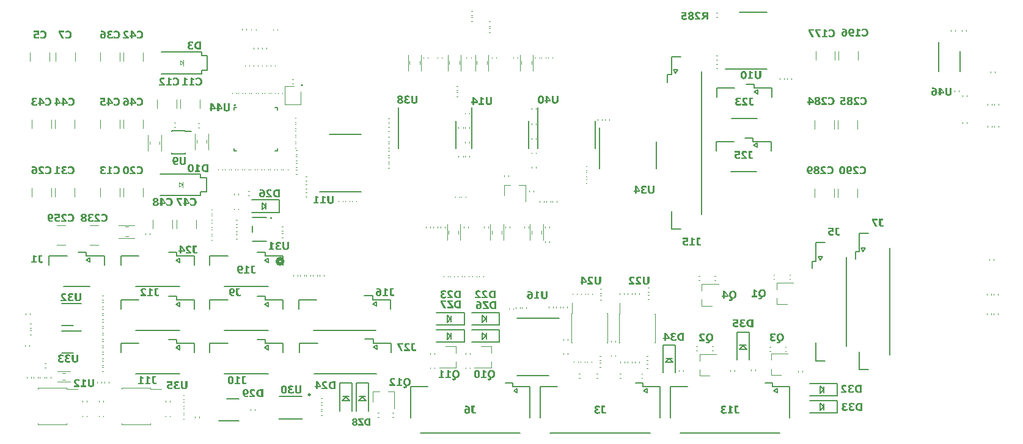
<source format=gbr>
G04*
G04 #@! TF.GenerationSoftware,Altium Limited,Altium Designer,24.9.1 (31)*
G04*
G04 Layer_Color=65535*
%FSLAX44Y44*%
%MOMM*%
G71*
G04*
G04 #@! TF.SameCoordinates,11843470-2C0B-4DC8-9AB9-1888B6BF92CD*
G04*
G04*
G04 #@! TF.FilePolarity,Positive*
G04*
G01*
G75*
%ADD10C,0.2000*%
%ADD11C,0.2500*%
%ADD14C,0.1500*%
%ADD15C,0.1270*%
%ADD17C,0.1250*%
%ADD19C,0.1524*%
%ADD190C,0.5080*%
G36*
X498925Y79524D02*
X499258Y79507D01*
X499575Y79474D01*
X499875Y79424D01*
X500108Y79374D01*
X500225Y79357D01*
X500308Y79340D01*
X500375Y79324D01*
X500425D01*
X500458Y79307D01*
X500475D01*
X500808Y79224D01*
X501108Y79140D01*
X501341Y79057D01*
X501541Y78990D01*
X501691Y78940D01*
X501808Y78890D01*
X501874Y78874D01*
X501891Y78857D01*
Y76491D01*
X501691D01*
X501574Y76558D01*
X501441Y76641D01*
X501341Y76708D01*
X501308Y76741D01*
X501291D01*
X501074Y76874D01*
X500874Y76991D01*
X500791Y77024D01*
X500725Y77058D01*
X500675Y77091D01*
X500658D01*
X500375Y77191D01*
X500258Y77241D01*
X500141Y77274D01*
X500041Y77308D01*
X499975Y77324D01*
X499925Y77341D01*
X499908D01*
X499625Y77407D01*
X499492Y77424D01*
X499375Y77441D01*
X499275Y77457D01*
X499125D01*
X498842Y77441D01*
X498592Y77391D01*
X498375Y77324D01*
X498192Y77257D01*
X498059Y77174D01*
X497959Y77108D01*
X497892Y77058D01*
X497875Y77041D01*
X497725Y76874D01*
X497609Y76691D01*
X497525Y76508D01*
X497459Y76324D01*
X497425Y76158D01*
X497409Y76008D01*
Y75925D01*
Y75908D01*
Y75891D01*
X497425Y75641D01*
X497459Y75408D01*
X497525Y75191D01*
X497592Y74991D01*
X497659Y74825D01*
X497725Y74708D01*
X497759Y74625D01*
X497775Y74591D01*
X497925Y74342D01*
X498109Y74092D01*
X498292Y73842D01*
X498475Y73625D01*
X498658Y73425D01*
X498792Y73259D01*
X498892Y73159D01*
X498908Y73142D01*
X498925Y73125D01*
X499158Y72875D01*
X499408Y72642D01*
X499641Y72409D01*
X499875Y72192D01*
X500075Y72025D01*
X500225Y71876D01*
X500325Y71792D01*
X500341Y71776D01*
X500358Y71759D01*
X500658Y71492D01*
X500975Y71226D01*
X501274Y70976D01*
X501558Y70743D01*
X501791Y70543D01*
X501991Y70393D01*
X502057Y70343D01*
X502108Y70293D01*
X502141Y70276D01*
X502158Y70259D01*
Y68493D01*
X494193D01*
Y70543D01*
X498792D01*
X498675Y70626D01*
X498525Y70743D01*
X498242Y70976D01*
X498109Y71076D01*
X497992Y71159D01*
X497925Y71226D01*
X497892Y71242D01*
X497425Y71642D01*
X497225Y71842D01*
X497025Y72025D01*
X496859Y72175D01*
X496742Y72292D01*
X496659Y72375D01*
X496626Y72409D01*
X496259Y72792D01*
X495942Y73159D01*
X495692Y73492D01*
X495476Y73792D01*
X495326Y74025D01*
X495259Y74125D01*
X495209Y74208D01*
X495176Y74292D01*
X495143Y74342D01*
X495126Y74358D01*
Y74375D01*
X494976Y74725D01*
X494859Y75058D01*
X494776Y75375D01*
X494709Y75658D01*
X494676Y75908D01*
Y76008D01*
X494659Y76091D01*
Y76158D01*
Y76208D01*
Y76241D01*
Y76258D01*
X494676Y76541D01*
X494709Y76808D01*
X494759Y77058D01*
X494809Y77291D01*
X494893Y77507D01*
X494976Y77707D01*
X495059Y77891D01*
X495159Y78041D01*
X495259Y78191D01*
X495343Y78324D01*
X495426Y78424D01*
X495509Y78507D01*
X495559Y78590D01*
X495609Y78640D01*
X495643Y78657D01*
X495659Y78674D01*
X495859Y78824D01*
X496076Y78957D01*
X496292Y79074D01*
X496542Y79174D01*
X497025Y79324D01*
X497492Y79440D01*
X497725Y79474D01*
X497925Y79490D01*
X498109Y79507D01*
X498275Y79524D01*
X498409Y79540D01*
X498592D01*
X498925Y79524D01*
D02*
G37*
G36*
X513438Y68493D02*
X509639D01*
X509239Y68510D01*
X508889Y68543D01*
X508573Y68576D01*
X508306Y68593D01*
X508206Y68610D01*
X508106Y68626D01*
X508039D01*
X507989Y68643D01*
X507939D01*
X507573Y68710D01*
X507223Y68810D01*
X506906Y68926D01*
X506640Y69043D01*
X506406Y69160D01*
X506240Y69260D01*
X506173Y69293D01*
X506123Y69326D01*
X506106Y69343D01*
X506090D01*
X505723Y69609D01*
X505390Y69909D01*
X505107Y70209D01*
X504874Y70509D01*
X504674Y70776D01*
X504590Y70876D01*
X504524Y70976D01*
X504474Y71059D01*
X504440Y71126D01*
X504407Y71159D01*
Y71176D01*
X504190Y71642D01*
X504024Y72109D01*
X503907Y72559D01*
X503824Y72992D01*
X503790Y73175D01*
X503774Y73342D01*
X503757Y73509D01*
Y73642D01*
X503740Y73742D01*
Y73825D01*
Y73875D01*
Y73892D01*
X503774Y74458D01*
X503840Y74991D01*
X503940Y75458D01*
X503990Y75658D01*
X504057Y75858D01*
X504124Y76024D01*
X504174Y76174D01*
X504224Y76308D01*
X504274Y76424D01*
X504307Y76508D01*
X504340Y76574D01*
X504374Y76608D01*
Y76624D01*
X504624Y77041D01*
X504890Y77407D01*
X505173Y77724D01*
X505440Y77991D01*
X505690Y78191D01*
X505873Y78357D01*
X505956Y78407D01*
X506007Y78440D01*
X506040Y78474D01*
X506057D01*
X506390Y78674D01*
X506723Y78824D01*
X507040Y78957D01*
X507323Y79040D01*
X507573Y79107D01*
X507673Y79140D01*
X507773Y79157D01*
X507839Y79174D01*
X507889Y79190D01*
X507939D01*
X508323Y79240D01*
X508689Y79274D01*
X509056Y79307D01*
X509372Y79324D01*
X509656Y79340D01*
X513438D01*
Y68493D01*
D02*
G37*
G36*
X493426Y73042D02*
Y71026D01*
X488678D01*
Y68460D01*
X486028D01*
Y71026D01*
X484562D01*
Y72975D01*
X486028D01*
Y79340D01*
X488778D01*
X493426Y73042D01*
D02*
G37*
G36*
X1341978Y486624D02*
X1342461Y486574D01*
X1342894Y486490D01*
X1343094Y486457D01*
X1343261Y486407D01*
X1343427Y486357D01*
X1343577Y486324D01*
X1343694Y486290D01*
X1343794Y486240D01*
X1343877Y486224D01*
X1343944Y486190D01*
X1343977Y486174D01*
X1343994D01*
X1344377Y485990D01*
X1344711Y485790D01*
X1345010Y485574D01*
X1345244Y485374D01*
X1345444Y485191D01*
X1345594Y485041D01*
X1345677Y484941D01*
X1345710Y484924D01*
Y484907D01*
X1345960Y484574D01*
X1346160Y484241D01*
X1346327Y483908D01*
X1346477Y483608D01*
X1346577Y483341D01*
X1346627Y483224D01*
X1346643Y483125D01*
X1346677Y483058D01*
X1346693Y482991D01*
X1346710Y482958D01*
Y482941D01*
X1346810Y482525D01*
X1346877Y482075D01*
X1346943Y481658D01*
X1346977Y481258D01*
Y481092D01*
X1346993Y480925D01*
Y480775D01*
X1347010Y480658D01*
Y480542D01*
Y480475D01*
Y480425D01*
Y480409D01*
X1346993Y479909D01*
X1346960Y479459D01*
X1346910Y479059D01*
X1346843Y478709D01*
X1346827Y478559D01*
X1346793Y478426D01*
X1346760Y478309D01*
X1346743Y478226D01*
X1346727Y478142D01*
X1346710Y478092D01*
X1346693Y478059D01*
Y478042D01*
X1346560Y477692D01*
X1346410Y477376D01*
X1346243Y477093D01*
X1346093Y476859D01*
X1345960Y476676D01*
X1345844Y476543D01*
X1345777Y476460D01*
X1345744Y476426D01*
X1345544Y476243D01*
X1345327Y476076D01*
X1345127Y475943D01*
X1344927Y475826D01*
X1344760Y475743D01*
X1344610Y475676D01*
X1344527Y475643D01*
X1344494Y475626D01*
X1344211Y475543D01*
X1343911Y475476D01*
X1343627Y475426D01*
X1343361Y475393D01*
X1343127Y475376D01*
X1342961Y475360D01*
X1342794D01*
X1342444Y475376D01*
X1342128Y475410D01*
X1341828Y475460D01*
X1341528Y475526D01*
X1341278Y475610D01*
X1341028Y475710D01*
X1340811Y475810D01*
X1340612Y475910D01*
X1340428Y476010D01*
X1340262Y476110D01*
X1340128Y476210D01*
X1340028Y476293D01*
X1339945Y476359D01*
X1339878Y476409D01*
X1339845Y476443D01*
X1339828Y476460D01*
X1339628Y476676D01*
X1339462Y476893D01*
X1339312Y477126D01*
X1339195Y477359D01*
X1339079Y477593D01*
X1338995Y477842D01*
X1338862Y478276D01*
X1338812Y478492D01*
X1338779Y478676D01*
X1338762Y478842D01*
X1338745Y478992D01*
X1338729Y479109D01*
Y479192D01*
Y479259D01*
Y479275D01*
X1338745Y479659D01*
X1338779Y480009D01*
X1338829Y480308D01*
X1338895Y480575D01*
X1338962Y480775D01*
X1339012Y480925D01*
X1339045Y481025D01*
X1339062Y481058D01*
X1339195Y481308D01*
X1339345Y481525D01*
X1339495Y481725D01*
X1339628Y481891D01*
X1339762Y482025D01*
X1339862Y482108D01*
X1339928Y482175D01*
X1339962Y482191D01*
X1340278Y482391D01*
X1340428Y482458D01*
X1340562Y482525D01*
X1340695Y482575D01*
X1340795Y482608D01*
X1340862Y482641D01*
X1340878D01*
X1341261Y482741D01*
X1341445Y482775D01*
X1341611Y482791D01*
X1341745Y482808D01*
X1341961D01*
X1342211Y482791D01*
X1342444Y482775D01*
X1342661Y482741D01*
X1342844Y482708D01*
X1342994Y482658D01*
X1343111Y482625D01*
X1343177Y482608D01*
X1343211Y482591D01*
X1343611Y482425D01*
X1343794Y482341D01*
X1343961Y482258D01*
X1344094Y482175D01*
X1344194Y482108D01*
X1344277Y482075D01*
X1344294Y482058D01*
X1344211Y482508D01*
X1344094Y482891D01*
X1343944Y483208D01*
X1343811Y483491D01*
X1343661Y483691D01*
X1343561Y483858D01*
X1343477Y483941D01*
X1343444Y483974D01*
X1343161Y484207D01*
X1342844Y484374D01*
X1342511Y484491D01*
X1342194Y484574D01*
X1341911Y484624D01*
X1341794Y484641D01*
X1341678D01*
X1341595Y484657D01*
X1341278D01*
X1341078Y484641D01*
X1340911Y484624D01*
X1340762Y484591D01*
X1340645Y484574D01*
X1340562Y484541D01*
X1340495Y484524D01*
X1340478D01*
X1340328Y484491D01*
X1340195Y484441D01*
X1340095Y484408D01*
X1339995Y484374D01*
X1339928Y484357D01*
X1339878Y484341D01*
X1339862Y484324D01*
X1339645D01*
Y486457D01*
X1339728Y486474D01*
X1339845Y486490D01*
X1340078Y486524D01*
X1340195Y486540D01*
X1340295D01*
X1340362Y486557D01*
X1340378D01*
X1340762Y486607D01*
X1340945Y486624D01*
X1341111D01*
X1341245Y486640D01*
X1341445D01*
X1341978Y486624D01*
D02*
G37*
G36*
X1367271Y479492D02*
X1367255Y479126D01*
X1367221Y478776D01*
X1367171Y478459D01*
X1367088Y478159D01*
X1367005Y477876D01*
X1366905Y477626D01*
X1366788Y477393D01*
X1366688Y477193D01*
X1366572Y477009D01*
X1366472Y476843D01*
X1366372Y476709D01*
X1366288Y476609D01*
X1366205Y476526D01*
X1366155Y476460D01*
X1366122Y476426D01*
X1366105Y476409D01*
X1365872Y476226D01*
X1365622Y476060D01*
X1365355Y475926D01*
X1365072Y475810D01*
X1364805Y475710D01*
X1364522Y475610D01*
X1363972Y475493D01*
X1363722Y475443D01*
X1363489Y475410D01*
X1363289Y475393D01*
X1363106Y475376D01*
X1362956Y475360D01*
X1362739D01*
X1362323Y475376D01*
X1361939Y475410D01*
X1361590Y475460D01*
X1361256Y475526D01*
X1360956Y475610D01*
X1360673Y475693D01*
X1360423Y475793D01*
X1360190Y475893D01*
X1359990Y475993D01*
X1359823Y476093D01*
X1359673Y476176D01*
X1359557Y476260D01*
X1359457Y476326D01*
X1359390Y476376D01*
X1359357Y476409D01*
X1359340Y476426D01*
X1359140Y476643D01*
X1358957Y476876D01*
X1358807Y477109D01*
X1358674Y477359D01*
X1358557Y477626D01*
X1358474Y477876D01*
X1358390Y478126D01*
X1358340Y478376D01*
X1358290Y478609D01*
X1358257Y478826D01*
X1358224Y479009D01*
X1358207Y479175D01*
X1358190Y479325D01*
Y479425D01*
Y479492D01*
Y479509D01*
Y486440D01*
X1360906D01*
Y479659D01*
X1360923Y479242D01*
X1360973Y478892D01*
X1361056Y478592D01*
X1361123Y478359D01*
X1361206Y478176D01*
X1361290Y478042D01*
X1361340Y477976D01*
X1361356Y477943D01*
X1361539Y477776D01*
X1361756Y477643D01*
X1361989Y477559D01*
X1362223Y477493D01*
X1362423Y477459D01*
X1362589Y477443D01*
X1362656Y477426D01*
X1362739D01*
X1363072Y477443D01*
X1363372Y477509D01*
X1363606Y477593D01*
X1363806Y477709D01*
X1363956Y477809D01*
X1364055Y477892D01*
X1364122Y477959D01*
X1364139Y477976D01*
X1364272Y478209D01*
X1364372Y478476D01*
X1364455Y478742D01*
X1364505Y479025D01*
X1364539Y479275D01*
X1364555Y479475D01*
Y479559D01*
Y479609D01*
Y479642D01*
Y479659D01*
Y486440D01*
X1367271D01*
Y479492D01*
D02*
G37*
G36*
X1356891Y480142D02*
Y478126D01*
X1352142D01*
Y475560D01*
X1349493D01*
Y478126D01*
X1348026D01*
Y480075D01*
X1349493D01*
Y486440D01*
X1352242D01*
X1356891Y480142D01*
D02*
G37*
G36*
X155428Y82624D02*
X155761Y82607D01*
X156077Y82574D01*
X156377Y82524D01*
X156610Y82474D01*
X156727Y82457D01*
X156810Y82440D01*
X156877Y82424D01*
X156927D01*
X156960Y82407D01*
X156977D01*
X157310Y82324D01*
X157610Y82240D01*
X157844Y82157D01*
X158043Y82090D01*
X158193Y82040D01*
X158310Y81990D01*
X158377Y81974D01*
X158393Y81957D01*
Y79591D01*
X158193D01*
X158077Y79658D01*
X157943Y79741D01*
X157844Y79808D01*
X157810Y79841D01*
X157794D01*
X157577Y79974D01*
X157377Y80091D01*
X157294Y80124D01*
X157227Y80157D01*
X157177Y80191D01*
X157160D01*
X156877Y80291D01*
X156760Y80341D01*
X156644Y80374D01*
X156544Y80407D01*
X156477Y80424D01*
X156427Y80441D01*
X156411D01*
X156127Y80507D01*
X155994Y80524D01*
X155877Y80541D01*
X155777Y80557D01*
X155627D01*
X155344Y80541D01*
X155094Y80491D01*
X154878Y80424D01*
X154694Y80358D01*
X154561Y80274D01*
X154461Y80208D01*
X154394Y80157D01*
X154378Y80141D01*
X154228Y79974D01*
X154111Y79791D01*
X154028Y79608D01*
X153961Y79424D01*
X153928Y79258D01*
X153911Y79108D01*
Y79025D01*
Y79008D01*
Y78991D01*
X153928Y78741D01*
X153961Y78508D01*
X154028Y78291D01*
X154094Y78091D01*
X154161Y77925D01*
X154228Y77808D01*
X154261Y77725D01*
X154278Y77691D01*
X154428Y77442D01*
X154611Y77192D01*
X154794Y76942D01*
X154978Y76725D01*
X155161Y76525D01*
X155294Y76358D01*
X155394Y76259D01*
X155411Y76242D01*
X155428Y76225D01*
X155661Y75975D01*
X155911Y75742D01*
X156144Y75509D01*
X156377Y75292D01*
X156577Y75125D01*
X156727Y74976D01*
X156827Y74892D01*
X156844Y74875D01*
X156860Y74859D01*
X157160Y74592D01*
X157477Y74326D01*
X157777Y74076D01*
X158060Y73843D01*
X158293Y73643D01*
X158493Y73493D01*
X158560Y73443D01*
X158610Y73393D01*
X158643Y73376D01*
X158660Y73359D01*
Y71593D01*
X150695D01*
Y73643D01*
X155294D01*
X155177Y73726D01*
X155028Y73843D01*
X154744Y74076D01*
X154611Y74176D01*
X154494Y74259D01*
X154428Y74326D01*
X154394Y74342D01*
X153928Y74742D01*
X153728Y74942D01*
X153528Y75125D01*
X153361Y75275D01*
X153245Y75392D01*
X153161Y75475D01*
X153128Y75509D01*
X152761Y75892D01*
X152445Y76259D01*
X152195Y76592D01*
X151978Y76892D01*
X151828Y77125D01*
X151762Y77225D01*
X151712Y77308D01*
X151678Y77392D01*
X151645Y77442D01*
X151628Y77458D01*
Y77475D01*
X151479Y77825D01*
X151362Y78158D01*
X151278Y78475D01*
X151212Y78758D01*
X151179Y79008D01*
Y79108D01*
X151162Y79191D01*
Y79258D01*
Y79308D01*
Y79341D01*
Y79358D01*
X151179Y79641D01*
X151212Y79908D01*
X151262Y80157D01*
X151312Y80391D01*
X151395Y80607D01*
X151479Y80807D01*
X151562Y80991D01*
X151662Y81141D01*
X151762Y81291D01*
X151845Y81424D01*
X151928Y81524D01*
X152012Y81607D01*
X152062Y81691D01*
X152112Y81741D01*
X152145Y81757D01*
X152162Y81774D01*
X152362Y81924D01*
X152578Y82057D01*
X152795Y82174D01*
X153045Y82274D01*
X153528Y82424D01*
X153995Y82540D01*
X154228Y82574D01*
X154428Y82590D01*
X154611Y82607D01*
X154778Y82624D01*
X154911Y82640D01*
X155094D01*
X155428Y82624D01*
D02*
G37*
G36*
X179305Y75492D02*
X179288Y75125D01*
X179255Y74776D01*
X179205Y74459D01*
X179121Y74159D01*
X179038Y73876D01*
X178938Y73626D01*
X178822Y73393D01*
X178722Y73193D01*
X178605Y73009D01*
X178505Y72843D01*
X178405Y72709D01*
X178322Y72610D01*
X178238Y72526D01*
X178188Y72460D01*
X178155Y72426D01*
X178138Y72410D01*
X177905Y72226D01*
X177655Y72060D01*
X177388Y71926D01*
X177105Y71810D01*
X176839Y71710D01*
X176555Y71610D01*
X176005Y71493D01*
X175756Y71443D01*
X175522Y71410D01*
X175322Y71393D01*
X175139Y71376D01*
X174989Y71360D01*
X174772D01*
X174356Y71376D01*
X173973Y71410D01*
X173623Y71460D01*
X173290Y71526D01*
X172990Y71610D01*
X172706Y71693D01*
X172456Y71793D01*
X172223Y71893D01*
X172023Y71993D01*
X171857Y72093D01*
X171707Y72176D01*
X171590Y72259D01*
X171490Y72326D01*
X171423Y72376D01*
X171390Y72410D01*
X171373Y72426D01*
X171173Y72643D01*
X170990Y72876D01*
X170840Y73109D01*
X170707Y73359D01*
X170590Y73626D01*
X170507Y73876D01*
X170424Y74126D01*
X170374Y74376D01*
X170324Y74609D01*
X170290Y74826D01*
X170257Y75009D01*
X170240Y75175D01*
X170224Y75325D01*
Y75425D01*
Y75492D01*
Y75509D01*
Y82440D01*
X172940D01*
Y75659D01*
X172956Y75242D01*
X173006Y74892D01*
X173090Y74592D01*
X173156Y74359D01*
X173240Y74176D01*
X173323Y74042D01*
X173373Y73976D01*
X173389Y73942D01*
X173573Y73776D01*
X173789Y73643D01*
X174023Y73559D01*
X174256Y73493D01*
X174456Y73459D01*
X174622Y73443D01*
X174689Y73426D01*
X174772D01*
X175106Y73443D01*
X175406Y73509D01*
X175639Y73593D01*
X175839Y73709D01*
X175989Y73809D01*
X176089Y73892D01*
X176155Y73959D01*
X176172Y73976D01*
X176305Y74209D01*
X176405Y74476D01*
X176489Y74742D01*
X176539Y75026D01*
X176572Y75275D01*
X176589Y75475D01*
Y75559D01*
Y75609D01*
Y75642D01*
Y75659D01*
Y82440D01*
X179305D01*
Y75492D01*
D02*
G37*
G36*
X165292Y82290D02*
X165325Y82157D01*
X165358Y82024D01*
X165408Y81907D01*
X165442Y81824D01*
X165475Y81757D01*
X165492Y81724D01*
X165508Y81707D01*
X165675Y81507D01*
X165842Y81374D01*
X165925Y81307D01*
X165991Y81274D01*
X166025Y81257D01*
X166041Y81241D01*
X166158Y81191D01*
X166291Y81141D01*
X166558Y81074D01*
X166675Y81057D01*
X166758Y81041D01*
X166824Y81024D01*
X166841D01*
X167191Y80991D01*
X167358D01*
X167508Y80974D01*
X167824D01*
Y79208D01*
X165541D01*
Y73493D01*
X167824D01*
Y71593D01*
X160659D01*
Y73493D01*
X162892D01*
Y82457D01*
X165275D01*
X165292Y82290D01*
D02*
G37*
G36*
X434875Y272640D02*
X435242Y272624D01*
X435558Y272590D01*
X435858Y272540D01*
X436108Y272490D01*
X436208Y272474D01*
X436291Y272457D01*
X436358Y272440D01*
X436408D01*
X436441Y272424D01*
X436458D01*
X436791Y272340D01*
X437091Y272257D01*
X437341Y272190D01*
X437558Y272124D01*
X437741Y272057D01*
X437858Y272007D01*
X437924Y271990D01*
X437958Y271974D01*
Y269658D01*
X437741D01*
X437591Y269741D01*
X437424Y269824D01*
X437358Y269858D01*
X437291Y269891D01*
X437258Y269924D01*
X437241D01*
X437008Y270041D01*
X436791Y270141D01*
X436725Y270174D01*
X436658Y270208D01*
X436625Y270224D01*
X436608D01*
X436308Y270324D01*
X436175Y270374D01*
X436058Y270408D01*
X435958Y270441D01*
X435875Y270457D01*
X435825Y270474D01*
X435808D01*
X435508Y270541D01*
X435358Y270557D01*
X435242D01*
X435142Y270574D01*
X434792D01*
X434592Y270557D01*
X434509Y270541D01*
X434442D01*
X434408Y270524D01*
X434392D01*
X434142Y270474D01*
X433959Y270408D01*
X433875Y270391D01*
X433825Y270357D01*
X433792Y270341D01*
X433775D01*
X433625Y270241D01*
X433509Y270124D01*
X433442Y270041D01*
X433409Y270024D01*
Y270008D01*
X433309Y269841D01*
X433259Y269674D01*
X433242Y269591D01*
Y269524D01*
Y269491D01*
Y269474D01*
Y269324D01*
X433275Y269191D01*
X433292Y269074D01*
X433325Y268991D01*
X433359Y268908D01*
X433375Y268858D01*
X433409Y268825D01*
Y268808D01*
X433542Y268641D01*
X433692Y268525D01*
X433759Y268475D01*
X433809Y268458D01*
X433842Y268425D01*
X433859D01*
X434092Y268341D01*
X434325Y268291D01*
X434425Y268258D01*
X434509D01*
X434558Y268241D01*
X434575D01*
X434892Y268225D01*
X435042D01*
X435175Y268208D01*
X435891D01*
Y266308D01*
X434858D01*
X434742Y266292D01*
X434575D01*
X434392Y266275D01*
X434242Y266259D01*
X434092Y266242D01*
X433975Y266208D01*
X433875Y266192D01*
X433809Y266159D01*
X433759Y266142D01*
X433742D01*
X433509Y266025D01*
X433325Y265909D01*
X433259Y265842D01*
X433209Y265809D01*
X433192Y265775D01*
X433176Y265759D01*
X433109Y265659D01*
X433042Y265542D01*
X432992Y265292D01*
X432976Y265175D01*
X432959Y265092D01*
Y265026D01*
Y265009D01*
Y264842D01*
X432976Y264692D01*
X433009Y264559D01*
X433026Y264442D01*
X433059Y264359D01*
X433092Y264292D01*
X433109Y264259D01*
Y264242D01*
X433242Y264059D01*
X433359Y263926D01*
X433459Y263826D01*
X433492Y263809D01*
X433509Y263792D01*
X433759Y263643D01*
X434025Y263559D01*
X434125Y263526D01*
X434208Y263509D01*
X434275Y263493D01*
X434292D01*
X434625Y263459D01*
X434758Y263443D01*
X434892D01*
X434992Y263426D01*
X435142D01*
X435392Y263443D01*
X435658Y263476D01*
X435908Y263509D01*
X436125Y263559D01*
X436325Y263609D01*
X436491Y263659D01*
X436591Y263676D01*
X436608Y263692D01*
X436625D01*
X436908Y263809D01*
X437174Y263926D01*
X437424Y264026D01*
X437624Y264142D01*
X437791Y264242D01*
X437924Y264309D01*
X437991Y264359D01*
X438024Y264376D01*
X438274D01*
Y262026D01*
X438041Y261926D01*
X437808Y261843D01*
X437558Y261760D01*
X437324Y261693D01*
X437124Y261643D01*
X436958Y261593D01*
X436891Y261576D01*
X436841D01*
X436824Y261560D01*
X436808D01*
X436458Y261493D01*
X436091Y261443D01*
X435725Y261393D01*
X435392Y261376D01*
X435092Y261360D01*
X434958Y261343D01*
X434642D01*
X434242Y261360D01*
X433875Y261376D01*
X433559Y261410D01*
X433275Y261460D01*
X433059Y261510D01*
X432892Y261543D01*
X432842Y261560D01*
X432792D01*
X432776Y261576D01*
X432759D01*
X432476Y261676D01*
X432209Y261793D01*
X431976Y261910D01*
X431776Y262026D01*
X431626Y262126D01*
X431493Y262210D01*
X431426Y262260D01*
X431393Y262276D01*
X431193Y262460D01*
X431009Y262643D01*
X430876Y262843D01*
X430743Y263009D01*
X430643Y263159D01*
X430576Y263293D01*
X430543Y263359D01*
X430526Y263393D01*
X430426Y263643D01*
X430359Y263909D01*
X430293Y264142D01*
X430260Y264376D01*
X430243Y264576D01*
X430226Y264726D01*
Y264826D01*
Y264842D01*
Y264859D01*
X430243Y265075D01*
X430260Y265292D01*
X430293Y265475D01*
X430326Y265625D01*
X430376Y265759D01*
X430410Y265842D01*
X430426Y265909D01*
X430443Y265925D01*
X430526Y266092D01*
X430626Y266225D01*
X430709Y266359D01*
X430793Y266458D01*
X430876Y266542D01*
X430943Y266608D01*
X430976Y266642D01*
X430993Y266658D01*
X431126Y266775D01*
X431259Y266858D01*
X431476Y267008D01*
X431576Y267042D01*
X431642Y267075D01*
X431693Y267108D01*
X431709D01*
X431976Y267192D01*
X432109Y267225D01*
X432226Y267258D01*
X432326Y267275D01*
X432392Y267292D01*
X432442Y267308D01*
X432459D01*
Y267408D01*
X432142Y267508D01*
X431876Y267642D01*
X431642Y267775D01*
X431426Y267941D01*
X431276Y268075D01*
X431159Y268191D01*
X431076Y268275D01*
X431059Y268308D01*
X430876Y268575D01*
X430743Y268858D01*
X430643Y269125D01*
X430576Y269374D01*
X430543Y269591D01*
X430509Y269774D01*
Y269841D01*
Y269891D01*
Y269908D01*
Y269924D01*
X430526Y270174D01*
X430560Y270391D01*
X430593Y270591D01*
X430643Y270774D01*
X430709Y270924D01*
X430743Y271024D01*
X430776Y271107D01*
X430793Y271124D01*
X430909Y271307D01*
X431043Y271490D01*
X431176Y271640D01*
X431309Y271757D01*
X431443Y271857D01*
X431543Y271924D01*
X431609Y271974D01*
X431626Y271990D01*
X431826Y272107D01*
X432026Y272207D01*
X432226Y272290D01*
X432426Y272357D01*
X432592Y272407D01*
X432726Y272440D01*
X432809Y272474D01*
X432842D01*
X433109Y272540D01*
X433392Y272574D01*
X433675Y272607D01*
X433942Y272640D01*
X434159D01*
X434342Y272657D01*
X434509D01*
X434875Y272640D01*
D02*
G37*
G36*
X449071Y265475D02*
X449055Y265109D01*
X449021Y264759D01*
X448971Y264442D01*
X448888Y264142D01*
X448805Y263859D01*
X448705Y263609D01*
X448588Y263376D01*
X448488Y263176D01*
X448372Y262993D01*
X448272Y262826D01*
X448172Y262693D01*
X448088Y262593D01*
X448005Y262509D01*
X447955Y262443D01*
X447922Y262409D01*
X447905Y262393D01*
X447672Y262210D01*
X447422Y262043D01*
X447155Y261910D01*
X446872Y261793D01*
X446605Y261693D01*
X446322Y261593D01*
X445772Y261476D01*
X445522Y261426D01*
X445289Y261393D01*
X445089Y261376D01*
X444906Y261360D01*
X444756Y261343D01*
X444539D01*
X444123Y261360D01*
X443739Y261393D01*
X443390Y261443D01*
X443056Y261510D01*
X442756Y261593D01*
X442473Y261676D01*
X442223Y261776D01*
X441990Y261876D01*
X441790Y261976D01*
X441623Y262076D01*
X441473Y262160D01*
X441357Y262243D01*
X441257Y262309D01*
X441190Y262360D01*
X441157Y262393D01*
X441140Y262409D01*
X440940Y262626D01*
X440757Y262859D01*
X440607Y263093D01*
X440474Y263343D01*
X440357Y263609D01*
X440274Y263859D01*
X440190Y264109D01*
X440140Y264359D01*
X440090Y264592D01*
X440057Y264809D01*
X440024Y264992D01*
X440007Y265159D01*
X439990Y265309D01*
Y265409D01*
Y265475D01*
Y265492D01*
Y272424D01*
X442706D01*
Y265642D01*
X442723Y265226D01*
X442773Y264876D01*
X442856Y264576D01*
X442923Y264342D01*
X443006Y264159D01*
X443090Y264026D01*
X443140Y263959D01*
X443156Y263926D01*
X443340Y263759D01*
X443556Y263626D01*
X443789Y263543D01*
X444023Y263476D01*
X444223Y263443D01*
X444389Y263426D01*
X444456Y263409D01*
X444539D01*
X444873Y263426D01*
X445172Y263493D01*
X445406Y263576D01*
X445606Y263692D01*
X445756Y263792D01*
X445855Y263876D01*
X445922Y263942D01*
X445939Y263959D01*
X446072Y264192D01*
X446172Y264459D01*
X446255Y264726D01*
X446305Y265009D01*
X446339Y265259D01*
X446355Y265459D01*
Y265542D01*
Y265592D01*
Y265625D01*
Y265642D01*
Y272424D01*
X449071D01*
Y265475D01*
D02*
G37*
G36*
X425561Y272274D02*
X425594Y272140D01*
X425627Y272007D01*
X425677Y271890D01*
X425711Y271807D01*
X425744Y271740D01*
X425761Y271707D01*
X425777Y271691D01*
X425944Y271490D01*
X426111Y271357D01*
X426194Y271291D01*
X426261Y271257D01*
X426294Y271241D01*
X426311Y271224D01*
X426427Y271174D01*
X426561Y271124D01*
X426827Y271057D01*
X426944Y271041D01*
X427027Y271024D01*
X427094Y271007D01*
X427110D01*
X427460Y270974D01*
X427627D01*
X427777Y270957D01*
X428093D01*
Y269191D01*
X425811D01*
Y263476D01*
X428093D01*
Y261576D01*
X420929D01*
Y263476D01*
X423161D01*
Y272440D01*
X425544D01*
X425561Y272274D01*
D02*
G37*
G36*
X1001618Y272450D02*
X1001385D01*
X1001068Y272517D01*
X1000902Y272550D01*
X1000752Y272583D01*
X1000618Y272617D01*
X1000518Y272633D01*
X1000435Y272650D01*
X1000418D01*
X1000002Y272717D01*
X999802Y272733D01*
X999619D01*
X999469Y272750D01*
X999252D01*
X998952Y272733D01*
X998802Y272717D01*
X998652D01*
X998536Y272700D01*
X998436Y272683D01*
X998369Y272667D01*
X998352D01*
X998152Y272633D01*
X997986Y272583D01*
X997836Y272533D01*
X997702Y272484D01*
X997602Y272433D01*
X997519Y272383D01*
X997469Y272367D01*
X997452Y272350D01*
X997269Y272217D01*
X997136Y272067D01*
X997103Y272000D01*
X997069Y271950D01*
X997036Y271917D01*
Y271900D01*
X996936Y271684D01*
X996886Y271484D01*
X996869Y271384D01*
Y271317D01*
Y271267D01*
Y271250D01*
Y271084D01*
X996886Y270934D01*
X996903Y270801D01*
X996936Y270701D01*
X996953Y270617D01*
X996986Y270551D01*
X997003Y270517D01*
Y270501D01*
X997103Y270317D01*
X997219Y270167D01*
X997319Y270051D01*
X997336Y270034D01*
X997353Y270017D01*
X997469Y269917D01*
X997586Y269834D01*
X997852Y269718D01*
X997969Y269684D01*
X998052Y269651D01*
X998119Y269634D01*
X998136D01*
X998485Y269584D01*
X998635Y269551D01*
X998769D01*
X998885Y269534D01*
X999052D01*
X999385Y269551D01*
X999535Y269568D01*
X999669Y269584D01*
X999785Y269601D01*
X999868Y269618D01*
X999919Y269634D01*
X999935D01*
X1000218Y269718D01*
X1000352Y269751D01*
X1000468Y269801D01*
X1000568Y269834D01*
X1000652Y269867D01*
X1000702Y269884D01*
X1000718D01*
X1000868Y269951D01*
X1001002Y270001D01*
X1001118Y270051D01*
X1001201Y270101D01*
X1001285Y270134D01*
X1001335Y270167D01*
X1001368Y270184D01*
X1001385D01*
X1001568Y270284D01*
X1001718Y270384D01*
X1001818Y270451D01*
X1001835Y270467D01*
X1002085D01*
Y268101D01*
X1001868Y268018D01*
X1001618Y267935D01*
X1001385Y267851D01*
X1001152Y267785D01*
X1000952Y267735D01*
X1000802Y267701D01*
X1000735Y267685D01*
X1000685D01*
X1000668Y267668D01*
X1000652D01*
X1000318Y267601D01*
X999952Y267551D01*
X999619Y267518D01*
X999285Y267485D01*
X999002Y267468D01*
X998869D01*
X998769Y267451D01*
X998569D01*
X998169Y267468D01*
X997786Y267501D01*
X997469Y267535D01*
X997186Y267601D01*
X996953Y267651D01*
X996786Y267685D01*
X996736Y267701D01*
X996686Y267718D01*
X996669Y267735D01*
X996653D01*
X996369Y267851D01*
X996103Y267985D01*
X995886Y268118D01*
X995686Y268235D01*
X995520Y268351D01*
X995403Y268451D01*
X995336Y268518D01*
X995303Y268535D01*
X995103Y268734D01*
X994920Y268951D01*
X994770Y269151D01*
X994653Y269351D01*
X994553Y269517D01*
X994486Y269651D01*
X994453Y269734D01*
X994436Y269767D01*
X994337Y270051D01*
X994270Y270317D01*
X994203Y270584D01*
X994170Y270834D01*
X994153Y271050D01*
X994137Y271200D01*
Y271267D01*
Y271317D01*
Y271334D01*
Y271350D01*
X994153Y271700D01*
X994187Y272017D01*
X994253Y272300D01*
X994303Y272533D01*
X994370Y272717D01*
X994436Y272867D01*
X994470Y272950D01*
X994486Y272983D01*
X994620Y273233D01*
X994787Y273433D01*
X994953Y273633D01*
X995103Y273783D01*
X995236Y273900D01*
X995353Y274000D01*
X995420Y274050D01*
X995453Y274066D01*
X995653Y274183D01*
X995853Y274283D01*
X996036Y274366D01*
X996219Y274433D01*
X996386Y274483D01*
X996503Y274516D01*
X996586Y274550D01*
X996619D01*
X997119Y274650D01*
X997369Y274683D01*
X997586Y274700D01*
X997786Y274716D01*
X998369D01*
X998436Y274700D01*
X998536D01*
X998735Y274683D01*
X998902D01*
X998969Y274666D01*
X999052D01*
Y276482D01*
X994436D01*
Y278532D01*
X1001618D01*
Y272450D01*
D02*
G37*
G36*
X1008483Y278382D02*
X1008516Y278249D01*
X1008550Y278115D01*
X1008600Y277999D01*
X1008633Y277915D01*
X1008666Y277849D01*
X1008683Y277815D01*
X1008700Y277799D01*
X1008866Y277599D01*
X1009033Y277465D01*
X1009116Y277399D01*
X1009183Y277365D01*
X1009216Y277349D01*
X1009233Y277332D01*
X1009349Y277282D01*
X1009483Y277232D01*
X1009749Y277166D01*
X1009866Y277149D01*
X1009949Y277132D01*
X1010016Y277116D01*
X1010033D01*
X1010383Y277082D01*
X1010549D01*
X1010699Y277066D01*
X1011016D01*
Y275299D01*
X1008733D01*
Y269584D01*
X1011016D01*
Y267685D01*
X1003851D01*
Y269584D01*
X1006084D01*
Y278549D01*
X1008466D01*
X1008483Y278382D01*
D02*
G37*
G36*
X1018630Y276549D02*
X1016148D01*
Y272200D01*
Y271984D01*
Y271784D01*
X1016164Y271617D01*
Y271450D01*
Y271334D01*
X1016181Y271234D01*
Y271167D01*
Y271150D01*
X1016214Y270834D01*
X1016248Y270684D01*
X1016281Y270567D01*
X1016314Y270467D01*
X1016331Y270401D01*
X1016364Y270351D01*
Y270334D01*
X1016431Y270201D01*
X1016514Y270084D01*
X1016598Y270001D01*
X1016697Y269917D01*
X1016781Y269851D01*
X1016848Y269801D01*
X1016898Y269784D01*
X1016914Y269767D01*
X1017064Y269701D01*
X1017247Y269651D01*
X1017431Y269618D01*
X1017614Y269601D01*
X1017764Y269584D01*
X1017897Y269568D01*
X1018214D01*
X1018397Y269584D01*
X1018564Y269601D01*
X1018697Y269618D01*
X1018797Y269634D01*
X1018880Y269651D01*
X1018930Y269667D01*
X1018947D01*
X1019197Y269751D01*
X1019414Y269834D01*
X1019513Y269867D01*
X1019580Y269901D01*
X1019613Y269917D01*
X1019863D01*
Y267718D01*
X1019497Y267668D01*
X1019314Y267635D01*
X1019130Y267618D01*
X1018980Y267601D01*
X1018864D01*
X1018797Y267585D01*
X1018764D01*
X1018280Y267551D01*
X1018047Y267535D01*
X1017847D01*
X1017664Y267518D01*
X1017397D01*
X1017047Y267535D01*
X1016731Y267551D01*
X1016431Y267585D01*
X1016181Y267635D01*
X1015981Y267668D01*
X1015831Y267701D01*
X1015731Y267718D01*
X1015698Y267735D01*
X1015431Y267835D01*
X1015181Y267951D01*
X1014965Y268068D01*
X1014781Y268185D01*
X1014615Y268301D01*
X1014515Y268384D01*
X1014431Y268451D01*
X1014415Y268468D01*
X1014231Y268634D01*
X1014081Y268818D01*
X1013965Y268984D01*
X1013865Y269151D01*
X1013782Y269301D01*
X1013732Y269418D01*
X1013698Y269484D01*
X1013682Y269517D01*
X1013598Y269751D01*
X1013532Y270001D01*
X1013498Y270217D01*
X1013465Y270434D01*
X1013448Y270601D01*
X1013432Y270751D01*
Y270834D01*
Y270867D01*
Y278532D01*
X1018630D01*
Y276549D01*
D02*
G37*
G36*
X1103238Y502475D02*
X1103221Y502109D01*
X1103188Y501759D01*
X1103138Y501442D01*
X1103055Y501142D01*
X1102971Y500859D01*
X1102871Y500609D01*
X1102755Y500376D01*
X1102655Y500176D01*
X1102538Y499993D01*
X1102438Y499826D01*
X1102338Y499693D01*
X1102255Y499593D01*
X1102172Y499510D01*
X1102122Y499443D01*
X1102088Y499409D01*
X1102072Y499393D01*
X1101838Y499210D01*
X1101588Y499043D01*
X1101322Y498910D01*
X1101039Y498793D01*
X1100772Y498693D01*
X1100489Y498593D01*
X1099939Y498476D01*
X1099689Y498426D01*
X1099456Y498393D01*
X1099256Y498376D01*
X1099072Y498360D01*
X1098923Y498343D01*
X1098706D01*
X1098289Y498360D01*
X1097906Y498393D01*
X1097556Y498443D01*
X1097223Y498510D01*
X1096923Y498593D01*
X1096640Y498676D01*
X1096390Y498776D01*
X1096156Y498876D01*
X1095957Y498976D01*
X1095790Y499076D01*
X1095640Y499160D01*
X1095523Y499243D01*
X1095423Y499310D01*
X1095357Y499360D01*
X1095323Y499393D01*
X1095307Y499409D01*
X1095107Y499626D01*
X1094923Y499859D01*
X1094773Y500093D01*
X1094640Y500343D01*
X1094524Y500609D01*
X1094440Y500859D01*
X1094357Y501109D01*
X1094307Y501359D01*
X1094257Y501592D01*
X1094224Y501809D01*
X1094190Y501992D01*
X1094174Y502159D01*
X1094157Y502309D01*
Y502409D01*
Y502475D01*
Y502492D01*
Y509424D01*
X1096873D01*
Y502642D01*
X1096890Y502225D01*
X1096940Y501876D01*
X1097023Y501576D01*
X1097090Y501342D01*
X1097173Y501159D01*
X1097256Y501026D01*
X1097306Y500959D01*
X1097323Y500926D01*
X1097506Y500759D01*
X1097723Y500626D01*
X1097956Y500543D01*
X1098189Y500476D01*
X1098389Y500443D01*
X1098556Y500426D01*
X1098623Y500409D01*
X1098706D01*
X1099039Y500426D01*
X1099339Y500493D01*
X1099572Y500576D01*
X1099772Y500692D01*
X1099922Y500793D01*
X1100022Y500876D01*
X1100089Y500942D01*
X1100106Y500959D01*
X1100239Y501192D01*
X1100339Y501459D01*
X1100422Y501726D01*
X1100472Y502009D01*
X1100505Y502259D01*
X1100522Y502459D01*
Y502542D01*
Y502592D01*
Y502625D01*
Y502642D01*
Y509424D01*
X1103238D01*
Y502475D01*
D02*
G37*
G36*
X1089225Y509274D02*
X1089258Y509140D01*
X1089292Y509007D01*
X1089342Y508890D01*
X1089375Y508807D01*
X1089408Y508741D01*
X1089425Y508707D01*
X1089442Y508690D01*
X1089608Y508490D01*
X1089775Y508357D01*
X1089858Y508291D01*
X1089925Y508257D01*
X1089958Y508241D01*
X1089975Y508224D01*
X1090091Y508174D01*
X1090225Y508124D01*
X1090491Y508057D01*
X1090608Y508041D01*
X1090691Y508024D01*
X1090758Y508007D01*
X1090775D01*
X1091124Y507974D01*
X1091291D01*
X1091441Y507957D01*
X1091758D01*
Y506191D01*
X1089475D01*
Y500476D01*
X1091758D01*
Y498576D01*
X1084593D01*
Y500476D01*
X1086826D01*
Y509440D01*
X1089208D01*
X1089225Y509274D01*
D02*
G37*
G36*
X1079344Y509640D02*
X1079711Y509607D01*
X1080044Y509540D01*
X1080327Y509474D01*
X1080544Y509407D01*
X1080711Y509340D01*
X1080777Y509324D01*
X1080827Y509307D01*
X1080844Y509290D01*
X1080860D01*
X1081144Y509140D01*
X1081410Y508974D01*
X1081627Y508807D01*
X1081810Y508624D01*
X1081977Y508474D01*
X1082077Y508341D01*
X1082160Y508257D01*
X1082177Y508241D01*
Y508224D01*
X1082360Y507941D01*
X1082510Y507624D01*
X1082643Y507341D01*
X1082743Y507058D01*
X1082810Y506824D01*
X1082860Y506624D01*
X1082893Y506558D01*
Y506508D01*
X1082910Y506474D01*
Y506458D01*
X1082977Y506058D01*
X1083027Y505641D01*
X1083076Y505225D01*
X1083093Y504841D01*
X1083110Y504675D01*
Y504508D01*
X1083127Y504358D01*
Y504242D01*
Y504125D01*
Y504058D01*
Y504008D01*
Y503992D01*
X1083110Y503492D01*
X1083093Y503025D01*
X1083060Y502609D01*
X1083010Y502242D01*
X1082993Y502092D01*
X1082977Y501942D01*
X1082960Y501826D01*
X1082943Y501726D01*
X1082927Y501642D01*
Y501592D01*
X1082910Y501559D01*
Y501542D01*
X1082810Y501159D01*
X1082693Y500826D01*
X1082577Y500526D01*
X1082460Y500259D01*
X1082360Y500059D01*
X1082277Y499909D01*
X1082210Y499809D01*
X1082193Y499793D01*
Y499776D01*
X1081993Y499526D01*
X1081777Y499310D01*
X1081560Y499126D01*
X1081344Y498960D01*
X1081160Y498843D01*
X1081027Y498760D01*
X1080927Y498710D01*
X1080910Y498693D01*
X1080894D01*
X1080577Y498576D01*
X1080244Y498493D01*
X1079927Y498426D01*
X1079611Y498393D01*
X1079344Y498360D01*
X1079228D01*
X1079128Y498343D01*
X1078944D01*
X1078528Y498360D01*
X1078161Y498393D01*
X1077828Y498460D01*
X1077545Y498526D01*
X1077311Y498576D01*
X1077145Y498643D01*
X1077095Y498660D01*
X1077045Y498676D01*
X1077028Y498693D01*
X1077011D01*
X1076728Y498843D01*
X1076478Y499010D01*
X1076245Y499193D01*
X1076062Y499360D01*
X1075912Y499526D01*
X1075795Y499643D01*
X1075728Y499726D01*
X1075712Y499759D01*
X1075545Y500043D01*
X1075395Y500343D01*
X1075278Y500626D01*
X1075179Y500909D01*
X1075095Y501159D01*
X1075045Y501359D01*
X1075012Y501426D01*
Y501476D01*
X1074995Y501509D01*
Y501526D01*
X1074912Y501942D01*
X1074862Y502359D01*
X1074812Y502775D01*
X1074795Y503159D01*
X1074779Y503342D01*
Y503492D01*
X1074762Y503642D01*
Y503758D01*
Y503858D01*
Y503925D01*
Y503975D01*
Y503992D01*
X1074779Y504492D01*
X1074795Y504941D01*
X1074829Y505358D01*
X1074879Y505708D01*
X1074895Y505874D01*
X1074929Y506008D01*
X1074945Y506124D01*
X1074962Y506224D01*
X1074979Y506308D01*
Y506358D01*
X1074995Y506391D01*
Y506408D01*
X1075095Y506791D01*
X1075195Y507141D01*
X1075312Y507441D01*
X1075428Y507691D01*
X1075545Y507891D01*
X1075628Y508041D01*
X1075695Y508141D01*
X1075712Y508174D01*
X1075912Y508441D01*
X1076128Y508657D01*
X1076345Y508840D01*
X1076545Y509007D01*
X1076728Y509124D01*
X1076861Y509207D01*
X1076961Y509257D01*
X1076978Y509274D01*
X1076995D01*
X1077295Y509407D01*
X1077628Y509490D01*
X1077961Y509557D01*
X1078261Y509607D01*
X1078528Y509640D01*
X1078644D01*
X1078744Y509657D01*
X1078944D01*
X1079344Y509640D01*
D02*
G37*
G36*
X1015715Y591615D02*
X1016049Y591599D01*
X1016365Y591565D01*
X1016665Y591515D01*
X1016898Y591465D01*
X1017015Y591449D01*
X1017098Y591432D01*
X1017165Y591415D01*
X1017215D01*
X1017248Y591399D01*
X1017265D01*
X1017598Y591315D01*
X1017898Y591232D01*
X1018131Y591149D01*
X1018332Y591082D01*
X1018481Y591032D01*
X1018598Y590982D01*
X1018665Y590965D01*
X1018681Y590949D01*
Y588583D01*
X1018481D01*
X1018365Y588649D01*
X1018232Y588733D01*
X1018131Y588799D01*
X1018098Y588833D01*
X1018082D01*
X1017865Y588966D01*
X1017665Y589082D01*
X1017582Y589116D01*
X1017515Y589149D01*
X1017465Y589183D01*
X1017448D01*
X1017165Y589282D01*
X1017048Y589333D01*
X1016932Y589366D01*
X1016832Y589399D01*
X1016765Y589416D01*
X1016715Y589432D01*
X1016699D01*
X1016415Y589499D01*
X1016282Y589516D01*
X1016165Y589532D01*
X1016065Y589549D01*
X1015915D01*
X1015632Y589532D01*
X1015382Y589482D01*
X1015166Y589416D01*
X1014982Y589349D01*
X1014849Y589266D01*
X1014749Y589199D01*
X1014682Y589149D01*
X1014666Y589132D01*
X1014516Y588966D01*
X1014399Y588783D01*
X1014316Y588599D01*
X1014249Y588416D01*
X1014216Y588249D01*
X1014199Y588100D01*
Y588016D01*
Y587999D01*
Y587983D01*
X1014216Y587733D01*
X1014249Y587500D01*
X1014316Y587283D01*
X1014382Y587083D01*
X1014449Y586916D01*
X1014516Y586800D01*
X1014549Y586716D01*
X1014566Y586683D01*
X1014716Y586433D01*
X1014899Y586183D01*
X1015082Y585933D01*
X1015266Y585717D01*
X1015449Y585517D01*
X1015582Y585350D01*
X1015682Y585250D01*
X1015699Y585233D01*
X1015715Y585217D01*
X1015949Y584967D01*
X1016199Y584734D01*
X1016432Y584500D01*
X1016665Y584284D01*
X1016865Y584117D01*
X1017015Y583967D01*
X1017115Y583884D01*
X1017132Y583867D01*
X1017148Y583851D01*
X1017448Y583584D01*
X1017765Y583317D01*
X1018065Y583067D01*
X1018348Y582834D01*
X1018581Y582634D01*
X1018781Y582484D01*
X1018848Y582434D01*
X1018898Y582384D01*
X1018931Y582368D01*
X1018948Y582351D01*
Y580585D01*
X1010983D01*
Y582634D01*
X1015582D01*
X1015465Y582718D01*
X1015316Y582834D01*
X1015032Y583067D01*
X1014899Y583167D01*
X1014782Y583251D01*
X1014716Y583317D01*
X1014682Y583334D01*
X1014216Y583734D01*
X1014016Y583934D01*
X1013816Y584117D01*
X1013649Y584267D01*
X1013533Y584384D01*
X1013449Y584467D01*
X1013416Y584500D01*
X1013049Y584884D01*
X1012733Y585250D01*
X1012483Y585583D01*
X1012266Y585883D01*
X1012116Y586117D01*
X1012050Y586217D01*
X1012000Y586300D01*
X1011966Y586383D01*
X1011933Y586433D01*
X1011916Y586450D01*
Y586466D01*
X1011767Y586816D01*
X1011650Y587150D01*
X1011566Y587466D01*
X1011500Y587749D01*
X1011467Y587999D01*
Y588100D01*
X1011450Y588183D01*
Y588249D01*
Y588299D01*
Y588333D01*
Y588349D01*
X1011467Y588633D01*
X1011500Y588899D01*
X1011550Y589149D01*
X1011600Y589383D01*
X1011683Y589599D01*
X1011767Y589799D01*
X1011850Y589982D01*
X1011950Y590132D01*
X1012050Y590282D01*
X1012133Y590415D01*
X1012216Y590516D01*
X1012300Y590599D01*
X1012350Y590682D01*
X1012400Y590732D01*
X1012433Y590749D01*
X1012450Y590765D01*
X1012650Y590915D01*
X1012866Y591049D01*
X1013083Y591165D01*
X1013333Y591265D01*
X1013816Y591415D01*
X1014283Y591532D01*
X1014516Y591565D01*
X1014716Y591582D01*
X1014899Y591599D01*
X1015066Y591615D01*
X1015199Y591632D01*
X1015382D01*
X1015715Y591615D01*
D02*
G37*
G36*
X999720Y585350D02*
X999486D01*
X999170Y585417D01*
X999003Y585450D01*
X998853Y585484D01*
X998720Y585517D01*
X998620Y585533D01*
X998537Y585550D01*
X998520D01*
X998103Y585617D01*
X997903Y585633D01*
X997720D01*
X997570Y585650D01*
X997354D01*
X997054Y585633D01*
X996904Y585617D01*
X996754D01*
X996637Y585600D01*
X996537Y585583D01*
X996470Y585567D01*
X996454D01*
X996254Y585533D01*
X996087Y585484D01*
X995937Y585434D01*
X995804Y585383D01*
X995704Y585334D01*
X995621Y585284D01*
X995571Y585267D01*
X995554Y585250D01*
X995371Y585117D01*
X995237Y584967D01*
X995204Y584900D01*
X995171Y584850D01*
X995137Y584817D01*
Y584800D01*
X995037Y584584D01*
X994987Y584384D01*
X994971Y584284D01*
Y584217D01*
Y584167D01*
Y584151D01*
Y583984D01*
X994987Y583834D01*
X995004Y583701D01*
X995037Y583601D01*
X995054Y583517D01*
X995087Y583451D01*
X995104Y583417D01*
Y583401D01*
X995204Y583217D01*
X995321Y583067D01*
X995421Y582951D01*
X995437Y582934D01*
X995454Y582918D01*
X995571Y582817D01*
X995687Y582734D01*
X995954Y582617D01*
X996070Y582584D01*
X996154Y582551D01*
X996220Y582534D01*
X996237D01*
X996587Y582484D01*
X996737Y582451D01*
X996870D01*
X996987Y582434D01*
X997154D01*
X997487Y582451D01*
X997637Y582468D01*
X997770Y582484D01*
X997887Y582501D01*
X997970Y582518D01*
X998020Y582534D01*
X998037D01*
X998320Y582617D01*
X998453Y582651D01*
X998570Y582701D01*
X998670Y582734D01*
X998753Y582767D01*
X998803Y582784D01*
X998820D01*
X998970Y582851D01*
X999103Y582901D01*
X999220Y582951D01*
X999303Y583001D01*
X999386Y583034D01*
X999436Y583067D01*
X999470Y583084D01*
X999486D01*
X999670Y583184D01*
X999819Y583284D01*
X999920Y583351D01*
X999936Y583367D01*
X1000186D01*
Y581001D01*
X999969Y580918D01*
X999720Y580835D01*
X999486Y580751D01*
X999253Y580685D01*
X999053Y580635D01*
X998903Y580601D01*
X998837Y580585D01*
X998786D01*
X998770Y580568D01*
X998753D01*
X998420Y580501D01*
X998053Y580451D01*
X997720Y580418D01*
X997387Y580385D01*
X997104Y580368D01*
X996970D01*
X996870Y580351D01*
X996670D01*
X996270Y580368D01*
X995887Y580401D01*
X995571Y580435D01*
X995287Y580501D01*
X995054Y580551D01*
X994887Y580585D01*
X994837Y580601D01*
X994788Y580618D01*
X994771Y580635D01*
X994754D01*
X994471Y580751D01*
X994204Y580885D01*
X993988Y581018D01*
X993788Y581135D01*
X993621Y581251D01*
X993504Y581351D01*
X993438Y581418D01*
X993404Y581435D01*
X993205Y581634D01*
X993021Y581851D01*
X992871Y582051D01*
X992755Y582251D01*
X992655Y582418D01*
X992588Y582551D01*
X992555Y582634D01*
X992538Y582668D01*
X992438Y582951D01*
X992371Y583217D01*
X992305Y583484D01*
X992271Y583734D01*
X992255Y583951D01*
X992238Y584100D01*
Y584167D01*
Y584217D01*
Y584234D01*
Y584250D01*
X992255Y584600D01*
X992288Y584917D01*
X992355Y585200D01*
X992405Y585434D01*
X992471Y585617D01*
X992538Y585767D01*
X992571Y585850D01*
X992588Y585883D01*
X992721Y586133D01*
X992888Y586333D01*
X993055Y586533D01*
X993205Y586683D01*
X993338Y586800D01*
X993455Y586900D01*
X993521Y586950D01*
X993555Y586966D01*
X993754Y587083D01*
X993954Y587183D01*
X994138Y587266D01*
X994321Y587333D01*
X994488Y587383D01*
X994604Y587416D01*
X994688Y587450D01*
X994721D01*
X995221Y587550D01*
X995471Y587583D01*
X995687Y587600D01*
X995887Y587616D01*
X996470D01*
X996537Y587600D01*
X996637D01*
X996837Y587583D01*
X997004D01*
X997070Y587566D01*
X997154D01*
Y589383D01*
X992538D01*
Y591432D01*
X999720D01*
Y585350D01*
D02*
G37*
G36*
X1029762Y580585D02*
X1027046D01*
Y584567D01*
X1026079D01*
X1023047Y580585D01*
X1019731D01*
X1023397Y585183D01*
X1023064Y585367D01*
X1022764Y585567D01*
X1022497Y585783D01*
X1022281Y585983D01*
X1022114Y586150D01*
X1021981Y586283D01*
X1021914Y586383D01*
X1021881Y586417D01*
X1021697Y586733D01*
X1021547Y587066D01*
X1021447Y587400D01*
X1021381Y587733D01*
X1021347Y588016D01*
X1021331Y588133D01*
X1021314Y588249D01*
Y588333D01*
Y588399D01*
Y588433D01*
Y588449D01*
X1021331Y588766D01*
X1021364Y589049D01*
X1021431Y589299D01*
X1021481Y589499D01*
X1021547Y589666D01*
X1021614Y589799D01*
X1021647Y589866D01*
X1021664Y589899D01*
X1021797Y590099D01*
X1021964Y590282D01*
X1022114Y590449D01*
X1022264Y590582D01*
X1022397Y590699D01*
X1022497Y590782D01*
X1022564Y590832D01*
X1022597Y590849D01*
X1022814Y590965D01*
X1023030Y591065D01*
X1023230Y591149D01*
X1023430Y591215D01*
X1023597Y591265D01*
X1023713Y591299D01*
X1023797Y591315D01*
X1023830D01*
X1024080Y591349D01*
X1024363Y591382D01*
X1024613Y591399D01*
X1024863Y591415D01*
X1025080Y591432D01*
X1029762D01*
Y580585D01*
D02*
G37*
G36*
X1006151Y591648D02*
X1006468Y591632D01*
X1006768Y591582D01*
X1007018Y591549D01*
X1007218Y591499D01*
X1007384Y591449D01*
X1007484Y591432D01*
X1007501Y591415D01*
X1007518D01*
X1007784Y591315D01*
X1008034Y591215D01*
X1008234Y591115D01*
X1008417Y591015D01*
X1008567Y590932D01*
X1008684Y590865D01*
X1008751Y590815D01*
X1008767Y590799D01*
X1008951Y590632D01*
X1009100Y590482D01*
X1009234Y590316D01*
X1009350Y590166D01*
X1009434Y590032D01*
X1009500Y589932D01*
X1009534Y589866D01*
X1009550Y589849D01*
X1009634Y589649D01*
X1009700Y589449D01*
X1009734Y589266D01*
X1009767Y589099D01*
X1009784Y588949D01*
X1009800Y588833D01*
Y588766D01*
Y588733D01*
X1009784Y588433D01*
X1009750Y588149D01*
X1009684Y587900D01*
X1009617Y587683D01*
X1009550Y587500D01*
X1009484Y587366D01*
X1009450Y587283D01*
X1009434Y587250D01*
X1009267Y587016D01*
X1009067Y586800D01*
X1008851Y586617D01*
X1008617Y586450D01*
X1008417Y586317D01*
X1008251Y586217D01*
X1008184Y586183D01*
X1008134Y586150D01*
X1008117Y586133D01*
X1008101D01*
Y586083D01*
X1008434Y585917D01*
X1008734Y585750D01*
X1009000Y585567D01*
X1009201Y585417D01*
X1009367Y585267D01*
X1009484Y585150D01*
X1009567Y585084D01*
X1009584Y585050D01*
X1009750Y584800D01*
X1009867Y584550D01*
X1009967Y584284D01*
X1010017Y584050D01*
X1010050Y583834D01*
X1010067Y583651D01*
X1010084Y583584D01*
Y583551D01*
Y583517D01*
Y583501D01*
X1010067Y583267D01*
X1010050Y583034D01*
X1010017Y582817D01*
X1009967Y582634D01*
X1009917Y582484D01*
X1009884Y582368D01*
X1009867Y582301D01*
X1009850Y582268D01*
X1009750Y582051D01*
X1009617Y581868D01*
X1009500Y581684D01*
X1009367Y581535D01*
X1009267Y581418D01*
X1009167Y581334D01*
X1009100Y581268D01*
X1009084Y581251D01*
X1008867Y581101D01*
X1008651Y580968D01*
X1008417Y580851D01*
X1008201Y580768D01*
X1008017Y580685D01*
X1007868Y580635D01*
X1007767Y580601D01*
X1007751Y580585D01*
X1007734D01*
X1007418Y580501D01*
X1007084Y580435D01*
X1006768Y580401D01*
X1006468Y580368D01*
X1006201Y580351D01*
X1006101Y580335D01*
X1005818D01*
X1005451Y580351D01*
X1005101Y580368D01*
X1004802Y580418D01*
X1004535Y580468D01*
X1004302Y580501D01*
X1004135Y580551D01*
X1004085Y580568D01*
X1004035D01*
X1004018Y580585D01*
X1004002D01*
X1003718Y580685D01*
X1003452Y580785D01*
X1003219Y580901D01*
X1003019Y581001D01*
X1002869Y581101D01*
X1002752Y581185D01*
X1002669Y581235D01*
X1002652Y581251D01*
X1002452Y581418D01*
X1002286Y581601D01*
X1002152Y581784D01*
X1002036Y581951D01*
X1001936Y582084D01*
X1001869Y582201D01*
X1001836Y582268D01*
X1001819Y582301D01*
X1001719Y582534D01*
X1001652Y582751D01*
X1001586Y582984D01*
X1001552Y583184D01*
X1001536Y583351D01*
X1001519Y583484D01*
Y583567D01*
Y583601D01*
X1001536Y583951D01*
X1001602Y584284D01*
X1001686Y584567D01*
X1001769Y584817D01*
X1001869Y585017D01*
X1001952Y585167D01*
X1002019Y585250D01*
X1002036Y585284D01*
X1002252Y585533D01*
X1002502Y585767D01*
X1002769Y585967D01*
X1003019Y586133D01*
X1003252Y586267D01*
X1003435Y586350D01*
X1003519Y586383D01*
X1003569Y586417D01*
X1003602Y586433D01*
X1003619D01*
Y586483D01*
X1003302Y586650D01*
X1003019Y586816D01*
X1002785Y587000D01*
X1002586Y587150D01*
X1002436Y587300D01*
X1002336Y587416D01*
X1002269Y587483D01*
X1002252Y587516D01*
X1002102Y587766D01*
X1001986Y587999D01*
X1001919Y588233D01*
X1001852Y588449D01*
X1001819Y588633D01*
X1001802Y588783D01*
Y588883D01*
Y588916D01*
X1001819Y589132D01*
X1001836Y589349D01*
X1001886Y589532D01*
X1001936Y589699D01*
X1001986Y589832D01*
X1002019Y589932D01*
X1002052Y589999D01*
X1002069Y590016D01*
X1002186Y590199D01*
X1002302Y590365D01*
X1002436Y590516D01*
X1002552Y590632D01*
X1002669Y590732D01*
X1002752Y590815D01*
X1002819Y590865D01*
X1002835Y590882D01*
X1003019Y591015D01*
X1003219Y591115D01*
X1003419Y591215D01*
X1003619Y591299D01*
X1003785Y591365D01*
X1003919Y591415D01*
X1004018Y591432D01*
X1004035Y591449D01*
X1004052D01*
X1004335Y591515D01*
X1004635Y591582D01*
X1004935Y591615D01*
X1005201Y591632D01*
X1005451Y591648D01*
X1005635Y591665D01*
X1005801D01*
X1006151Y591648D01*
D02*
G37*
G36*
X1217521Y568607D02*
X1218004Y568557D01*
X1218437Y568474D01*
X1218637Y568440D01*
X1218804Y568390D01*
X1218970Y568340D01*
X1219120Y568307D01*
X1219237Y568274D01*
X1219337Y568224D01*
X1219420Y568207D01*
X1219487Y568174D01*
X1219520Y568157D01*
X1219537D01*
X1219920Y567974D01*
X1220253Y567774D01*
X1220553Y567557D01*
X1220787Y567357D01*
X1220986Y567174D01*
X1221136Y567024D01*
X1221220Y566924D01*
X1221253Y566907D01*
Y566891D01*
X1221503Y566557D01*
X1221703Y566224D01*
X1221870Y565891D01*
X1222020Y565591D01*
X1222120Y565324D01*
X1222169Y565208D01*
X1222186Y565108D01*
X1222219Y565041D01*
X1222236Y564975D01*
X1222253Y564941D01*
Y564925D01*
X1222353Y564508D01*
X1222419Y564058D01*
X1222486Y563642D01*
X1222519Y563242D01*
Y563075D01*
X1222536Y562908D01*
Y562758D01*
X1222553Y562642D01*
Y562525D01*
Y562458D01*
Y562408D01*
Y562392D01*
X1222536Y561892D01*
X1222503Y561442D01*
X1222453Y561042D01*
X1222386Y560692D01*
X1222369Y560542D01*
X1222336Y560409D01*
X1222303Y560292D01*
X1222286Y560209D01*
X1222269Y560126D01*
X1222253Y560076D01*
X1222236Y560042D01*
Y560026D01*
X1222103Y559676D01*
X1221953Y559359D01*
X1221786Y559076D01*
X1221636Y558843D01*
X1221503Y558659D01*
X1221386Y558526D01*
X1221320Y558443D01*
X1221286Y558410D01*
X1221086Y558226D01*
X1220870Y558060D01*
X1220670Y557926D01*
X1220470Y557810D01*
X1220303Y557726D01*
X1220153Y557660D01*
X1220070Y557626D01*
X1220037Y557610D01*
X1219753Y557526D01*
X1219454Y557460D01*
X1219170Y557410D01*
X1218904Y557376D01*
X1218670Y557360D01*
X1218504Y557343D01*
X1218337D01*
X1217987Y557360D01*
X1217671Y557393D01*
X1217371Y557443D01*
X1217071Y557510D01*
X1216821Y557593D01*
X1216571Y557693D01*
X1216354Y557793D01*
X1216154Y557893D01*
X1215971Y557993D01*
X1215804Y558093D01*
X1215671Y558193D01*
X1215571Y558276D01*
X1215488Y558343D01*
X1215421Y558393D01*
X1215388Y558426D01*
X1215371Y558443D01*
X1215171Y558659D01*
X1215005Y558876D01*
X1214855Y559109D01*
X1214738Y559343D01*
X1214621Y559576D01*
X1214538Y559826D01*
X1214405Y560259D01*
X1214355Y560476D01*
X1214321Y560659D01*
X1214305Y560826D01*
X1214288Y560975D01*
X1214271Y561092D01*
Y561175D01*
Y561242D01*
Y561259D01*
X1214288Y561642D01*
X1214321Y561992D01*
X1214371Y562292D01*
X1214438Y562558D01*
X1214505Y562758D01*
X1214555Y562908D01*
X1214588Y563008D01*
X1214605Y563042D01*
X1214738Y563292D01*
X1214888Y563508D01*
X1215038Y563708D01*
X1215171Y563875D01*
X1215304Y564008D01*
X1215405Y564091D01*
X1215471Y564158D01*
X1215505Y564175D01*
X1215821Y564375D01*
X1215971Y564441D01*
X1216104Y564508D01*
X1216238Y564558D01*
X1216338Y564591D01*
X1216404Y564625D01*
X1216421D01*
X1216804Y564725D01*
X1216987Y564758D01*
X1217154Y564775D01*
X1217287Y564791D01*
X1217504D01*
X1217754Y564775D01*
X1217987Y564758D01*
X1218204Y564725D01*
X1218387Y564691D01*
X1218537Y564641D01*
X1218654Y564608D01*
X1218720Y564591D01*
X1218754Y564575D01*
X1219154Y564408D01*
X1219337Y564325D01*
X1219503Y564241D01*
X1219637Y564158D01*
X1219737Y564091D01*
X1219820Y564058D01*
X1219837Y564041D01*
X1219753Y564491D01*
X1219637Y564874D01*
X1219487Y565191D01*
X1219353Y565474D01*
X1219203Y565674D01*
X1219104Y565841D01*
X1219020Y565924D01*
X1218987Y565958D01*
X1218704Y566191D01*
X1218387Y566357D01*
X1218054Y566474D01*
X1217737Y566557D01*
X1217454Y566607D01*
X1217337Y566624D01*
X1217221D01*
X1217137Y566641D01*
X1216821D01*
X1216621Y566624D01*
X1216454Y566607D01*
X1216304Y566574D01*
X1216188Y566557D01*
X1216104Y566524D01*
X1216038Y566507D01*
X1216021D01*
X1215871Y566474D01*
X1215738Y566424D01*
X1215638Y566391D01*
X1215538Y566357D01*
X1215471Y566341D01*
X1215421Y566324D01*
X1215405Y566307D01*
X1215188D01*
Y568440D01*
X1215271Y568457D01*
X1215388Y568474D01*
X1215621Y568507D01*
X1215738Y568524D01*
X1215838D01*
X1215904Y568540D01*
X1215921D01*
X1216304Y568590D01*
X1216488Y568607D01*
X1216654D01*
X1216787Y568624D01*
X1216987D01*
X1217521Y568607D01*
D02*
G37*
G36*
X1228518Y568640D02*
X1228851Y568607D01*
X1229134Y568557D01*
X1229384Y568507D01*
X1229584Y568457D01*
X1229751Y568407D01*
X1229851Y568374D01*
X1229867Y568357D01*
X1229884D01*
X1230151Y568240D01*
X1230401Y568107D01*
X1230634Y567957D01*
X1230817Y567824D01*
X1230967Y567707D01*
X1231067Y567607D01*
X1231151Y567541D01*
X1231167Y567524D01*
X1231350Y567324D01*
X1231517Y567107D01*
X1231667Y566891D01*
X1231767Y566707D01*
X1231867Y566524D01*
X1231934Y566391D01*
X1231967Y566307D01*
X1231984Y566291D01*
Y566274D01*
X1232084Y566008D01*
X1232150Y565724D01*
X1232200Y565458D01*
X1232234Y565224D01*
X1232250Y565008D01*
X1232267Y564858D01*
Y564791D01*
Y564741D01*
Y564725D01*
Y564708D01*
X1232250Y564308D01*
X1232217Y563958D01*
X1232167Y563658D01*
X1232100Y563408D01*
X1232050Y563192D01*
X1232000Y563042D01*
X1231967Y562958D01*
X1231950Y562925D01*
X1231817Y562675D01*
X1231667Y562458D01*
X1231517Y562258D01*
X1231384Y562109D01*
X1231250Y561975D01*
X1231151Y561875D01*
X1231084Y561809D01*
X1231067Y561792D01*
X1230734Y561592D01*
X1230584Y561509D01*
X1230434Y561442D01*
X1230317Y561392D01*
X1230217Y561359D01*
X1230151Y561325D01*
X1230134D01*
X1229751Y561242D01*
X1229567Y561225D01*
X1229401Y561209D01*
X1229251Y561192D01*
X1229051D01*
X1228784Y561209D01*
X1228551Y561225D01*
X1228335Y561259D01*
X1228151Y561292D01*
X1228018Y561325D01*
X1227901Y561342D01*
X1227835Y561375D01*
X1227818D01*
X1227435Y561542D01*
X1227252Y561642D01*
X1227085Y561742D01*
X1226952Y561809D01*
X1226835Y561875D01*
X1226768Y561925D01*
X1226735Y561942D01*
X1226768Y561675D01*
X1226818Y561442D01*
X1226868Y561242D01*
X1226935Y561059D01*
X1226985Y560925D01*
X1227035Y560809D01*
X1227051Y560742D01*
X1227068Y560726D01*
X1227168Y560559D01*
X1227268Y560392D01*
X1227368Y560259D01*
X1227468Y560142D01*
X1227551Y560059D01*
X1227618Y559976D01*
X1227668Y559942D01*
X1227685Y559926D01*
X1227968Y559726D01*
X1228118Y559659D01*
X1228251Y559593D01*
X1228368Y559543D01*
X1228468Y559509D01*
X1228534Y559476D01*
X1228551D01*
X1228918Y559393D01*
X1229084Y559376D01*
X1229234Y559359D01*
X1229368Y559343D01*
X1229801D01*
X1230017Y559359D01*
X1230184Y559376D01*
X1230334Y559393D01*
X1230467Y559409D01*
X1230551Y559426D01*
X1230601Y559443D01*
X1230617D01*
X1230867Y559526D01*
X1230950Y559576D01*
X1231034Y559609D01*
X1231100Y559626D01*
X1231151Y559659D01*
X1231167Y559676D01*
X1231384D01*
Y557543D01*
X1231300Y557526D01*
X1231200Y557510D01*
X1230967Y557460D01*
X1230851Y557443D01*
X1230751D01*
X1230684Y557426D01*
X1230667D01*
X1230267Y557393D01*
X1230084Y557376D01*
X1229918D01*
X1229784Y557360D01*
X1229601D01*
X1229051Y557376D01*
X1228568Y557426D01*
X1228135Y557493D01*
X1227935Y557543D01*
X1227751Y557576D01*
X1227601Y557610D01*
X1227451Y557660D01*
X1227335Y557693D01*
X1227235Y557726D01*
X1227151Y557760D01*
X1227102Y557776D01*
X1227068Y557793D01*
X1227051D01*
X1226685Y557976D01*
X1226352Y558193D01*
X1226052Y558410D01*
X1225802Y558609D01*
X1225602Y558793D01*
X1225435Y558959D01*
X1225352Y559059D01*
X1225319Y559076D01*
Y559093D01*
X1225085Y559409D01*
X1224869Y559743D01*
X1224702Y560076D01*
X1224569Y560376D01*
X1224452Y560659D01*
X1224419Y560776D01*
X1224386Y560859D01*
X1224352Y560942D01*
X1224335Y561009D01*
X1224319Y561042D01*
Y561059D01*
X1224202Y561509D01*
X1224119Y561942D01*
X1224069Y562375D01*
X1224019Y562775D01*
Y562942D01*
X1224002Y563108D01*
Y563258D01*
X1223986Y563375D01*
Y563475D01*
Y563541D01*
Y563591D01*
Y563608D01*
X1224002Y564108D01*
X1224036Y564558D01*
X1224086Y564958D01*
X1224136Y565308D01*
X1224169Y565441D01*
X1224202Y565574D01*
X1224236Y565691D01*
X1224252Y565791D01*
X1224269Y565858D01*
X1224286Y565908D01*
X1224302Y565941D01*
Y565958D01*
X1224436Y566307D01*
X1224585Y566624D01*
X1224735Y566907D01*
X1224885Y567141D01*
X1225019Y567324D01*
X1225135Y567457D01*
X1225202Y567541D01*
X1225235Y567574D01*
X1225435Y567774D01*
X1225652Y567940D01*
X1225869Y568074D01*
X1226068Y568190D01*
X1226235Y568274D01*
X1226385Y568340D01*
X1226468Y568374D01*
X1226485Y568390D01*
X1226502D01*
X1226785Y568474D01*
X1227068Y568540D01*
X1227351Y568590D01*
X1227618Y568624D01*
X1227851Y568640D01*
X1228018Y568657D01*
X1228185D01*
X1228518Y568640D01*
D02*
G37*
G36*
X1246880Y568607D02*
X1247296Y568557D01*
X1247696Y568490D01*
X1248063Y568390D01*
X1248396Y568274D01*
X1248729Y568140D01*
X1249013Y568007D01*
X1249279Y567857D01*
X1249512Y567707D01*
X1249712Y567574D01*
X1249896Y567440D01*
X1250029Y567324D01*
X1250146Y567241D01*
X1250229Y567157D01*
X1250279Y567107D01*
X1250296Y567091D01*
X1250546Y566791D01*
X1250762Y566474D01*
X1250962Y566141D01*
X1251129Y565808D01*
X1251262Y565458D01*
X1251379Y565108D01*
X1251479Y564775D01*
X1251545Y564458D01*
X1251612Y564158D01*
X1251645Y563875D01*
X1251678Y563625D01*
X1251712Y563408D01*
Y563225D01*
X1251729Y563092D01*
Y563008D01*
Y562975D01*
X1251712Y562492D01*
X1251662Y562025D01*
X1251595Y561592D01*
X1251512Y561192D01*
X1251395Y560826D01*
X1251279Y560476D01*
X1251145Y560176D01*
X1251012Y559893D01*
X1250879Y559642D01*
X1250745Y559426D01*
X1250629Y559243D01*
X1250512Y559093D01*
X1250429Y558976D01*
X1250362Y558893D01*
X1250312Y558843D01*
X1250296Y558826D01*
X1250012Y558576D01*
X1249712Y558343D01*
X1249413Y558143D01*
X1249079Y557976D01*
X1248763Y557843D01*
X1248446Y557726D01*
X1248130Y557626D01*
X1247830Y557543D01*
X1247546Y557476D01*
X1247280Y557443D01*
X1247030Y557410D01*
X1246830Y557376D01*
X1246663D01*
X1246530Y557360D01*
X1246147D01*
X1245913Y557376D01*
X1245697Y557393D01*
X1245530Y557410D01*
X1245397D01*
X1245297Y557426D01*
X1245230Y557443D01*
X1245213D01*
X1244880Y557510D01*
X1244714Y557543D01*
X1244564Y557576D01*
X1244430Y557610D01*
X1244330Y557643D01*
X1244264Y557660D01*
X1244247D01*
X1243947Y557760D01*
X1243814Y557810D01*
X1243697Y557860D01*
X1243597Y557893D01*
X1243514Y557926D01*
X1243464Y557960D01*
X1243447D01*
X1243164Y558093D01*
X1243047Y558143D01*
X1242947Y558193D01*
X1242864Y558226D01*
X1242797Y558260D01*
X1242764Y558276D01*
X1242747D01*
Y560842D01*
X1242997D01*
X1243164Y560692D01*
X1243331Y560559D01*
X1243397Y560509D01*
X1243447Y560459D01*
X1243481Y560442D01*
X1243497Y560426D01*
X1243714Y560259D01*
X1243914Y560109D01*
X1243997Y560059D01*
X1244064Y560009D01*
X1244114Y559992D01*
X1244130Y559976D01*
X1244397Y559826D01*
X1244664Y559692D01*
X1244780Y559642D01*
X1244864Y559609D01*
X1244930Y559593D01*
X1244947Y559576D01*
X1245313Y559476D01*
X1245480Y559443D01*
X1245630Y559426D01*
X1245763D01*
X1245880Y559409D01*
X1245963D01*
X1246347Y559443D01*
X1246530Y559459D01*
X1246680Y559493D01*
X1246813Y559526D01*
X1246913Y559543D01*
X1246996Y559576D01*
X1247013D01*
X1247196Y559659D01*
X1247380Y559743D01*
X1247530Y559842D01*
X1247680Y559942D01*
X1247779Y560042D01*
X1247879Y560109D01*
X1247930Y560159D01*
X1247946Y560176D01*
X1248096Y560342D01*
X1248229Y560526D01*
X1248363Y560709D01*
X1248463Y560876D01*
X1248546Y561042D01*
X1248596Y561159D01*
X1248629Y561242D01*
X1248646Y561275D01*
X1248729Y561542D01*
X1248796Y561825D01*
X1248846Y562109D01*
X1248879Y562375D01*
X1248896Y562608D01*
X1248913Y562792D01*
Y562858D01*
Y562908D01*
Y562942D01*
Y562958D01*
X1248896Y563308D01*
X1248879Y563625D01*
X1248829Y563908D01*
X1248779Y564158D01*
X1248746Y564358D01*
X1248696Y564508D01*
X1248679Y564591D01*
X1248663Y564625D01*
X1248563Y564874D01*
X1248446Y565091D01*
X1248346Y565291D01*
X1248229Y565441D01*
X1248146Y565574D01*
X1248063Y565658D01*
X1248013Y565724D01*
X1247996Y565741D01*
X1247830Y565891D01*
X1247663Y566024D01*
X1247496Y566141D01*
X1247363Y566224D01*
X1247246Y566291D01*
X1247146Y566341D01*
X1247080Y566374D01*
X1247063D01*
X1246880Y566441D01*
X1246696Y566491D01*
X1246513Y566524D01*
X1246347Y566557D01*
X1246197D01*
X1246080Y566574D01*
X1245980D01*
X1245630Y566541D01*
X1245480Y566524D01*
X1245330Y566491D01*
X1245213Y566457D01*
X1245130Y566441D01*
X1245064Y566408D01*
X1245047D01*
X1244714Y566274D01*
X1244580Y566208D01*
X1244447Y566141D01*
X1244347Y566091D01*
X1244264Y566041D01*
X1244214Y566024D01*
X1244197Y566008D01*
X1243931Y565841D01*
X1243831Y565758D01*
X1243731Y565691D01*
X1243647Y565624D01*
X1243581Y565591D01*
X1243547Y565558D01*
X1243531Y565541D01*
X1243331Y565374D01*
X1243164Y565258D01*
X1243064Y565174D01*
X1243047Y565141D01*
X1242747D01*
Y567707D01*
X1242981Y567824D01*
X1243214Y567924D01*
X1243314Y567974D01*
X1243397Y568007D01*
X1243447Y568040D01*
X1243464D01*
X1243764Y568157D01*
X1243914Y568224D01*
X1244031Y568257D01*
X1244130Y568290D01*
X1244197Y568324D01*
X1244247Y568340D01*
X1244264D01*
X1244630Y568424D01*
X1244797Y568457D01*
X1244947Y568490D01*
X1245080Y568507D01*
X1245180Y568524D01*
X1245247Y568540D01*
X1245264D01*
X1245663Y568590D01*
X1245863Y568607D01*
X1246047D01*
X1246197Y568624D01*
X1246430D01*
X1246880Y568607D01*
D02*
G37*
G36*
X1238299Y568274D02*
X1238332Y568140D01*
X1238365Y568007D01*
X1238415Y567890D01*
X1238449Y567807D01*
X1238482Y567740D01*
X1238499Y567707D01*
X1238515Y567691D01*
X1238682Y567491D01*
X1238848Y567357D01*
X1238932Y567291D01*
X1238998Y567257D01*
X1239032Y567241D01*
X1239048Y567224D01*
X1239165Y567174D01*
X1239298Y567124D01*
X1239565Y567057D01*
X1239682Y567041D01*
X1239765Y567024D01*
X1239832Y567007D01*
X1239848D01*
X1240198Y566974D01*
X1240365D01*
X1240515Y566957D01*
X1240831D01*
Y565191D01*
X1238549D01*
Y559476D01*
X1240831D01*
Y557576D01*
X1233667D01*
Y559476D01*
X1235899D01*
Y568440D01*
X1238282D01*
X1238299Y568274D01*
D02*
G37*
G36*
X1200797Y567615D02*
X1201213Y567565D01*
X1201613Y567499D01*
X1201980Y567399D01*
X1202313Y567282D01*
X1202646Y567149D01*
X1202929Y567015D01*
X1203196Y566865D01*
X1203429Y566716D01*
X1203629Y566582D01*
X1203812Y566449D01*
X1203946Y566332D01*
X1204062Y566249D01*
X1204146Y566166D01*
X1204196Y566116D01*
X1204212Y566099D01*
X1204462Y565799D01*
X1204679Y565482D01*
X1204879Y565149D01*
X1205045Y564816D01*
X1205179Y564466D01*
X1205295Y564116D01*
X1205395Y563783D01*
X1205462Y563466D01*
X1205529Y563166D01*
X1205562Y562883D01*
X1205595Y562633D01*
X1205629Y562417D01*
Y562233D01*
X1205645Y562100D01*
Y562017D01*
Y561983D01*
X1205629Y561500D01*
X1205579Y561034D01*
X1205512Y560600D01*
X1205429Y560201D01*
X1205312Y559834D01*
X1205195Y559484D01*
X1205062Y559184D01*
X1204929Y558901D01*
X1204795Y558651D01*
X1204662Y558434D01*
X1204546Y558251D01*
X1204429Y558101D01*
X1204345Y557984D01*
X1204279Y557901D01*
X1204229Y557851D01*
X1204212Y557834D01*
X1203929Y557584D01*
X1203629Y557351D01*
X1203329Y557151D01*
X1202996Y556985D01*
X1202679Y556851D01*
X1202363Y556735D01*
X1202046Y556635D01*
X1201746Y556551D01*
X1201463Y556485D01*
X1201196Y556451D01*
X1200946Y556418D01*
X1200747Y556385D01*
X1200580D01*
X1200446Y556368D01*
X1200063D01*
X1199830Y556385D01*
X1199613Y556401D01*
X1199447Y556418D01*
X1199314D01*
X1199213Y556435D01*
X1199147Y556451D01*
X1199130D01*
X1198797Y556518D01*
X1198630Y556551D01*
X1198480Y556585D01*
X1198347Y556618D01*
X1198247Y556651D01*
X1198180Y556668D01*
X1198164D01*
X1197864Y556768D01*
X1197731Y556818D01*
X1197614Y556868D01*
X1197514Y556901D01*
X1197431Y556935D01*
X1197381Y556968D01*
X1197364D01*
X1197081Y557101D01*
X1196964Y557151D01*
X1196864Y557201D01*
X1196781Y557234D01*
X1196714Y557268D01*
X1196681Y557285D01*
X1196664D01*
Y559851D01*
X1196914D01*
X1197081Y559701D01*
X1197247Y559567D01*
X1197314Y559517D01*
X1197364Y559467D01*
X1197397Y559451D01*
X1197414Y559434D01*
X1197631Y559267D01*
X1197831Y559117D01*
X1197914Y559067D01*
X1197980Y559017D01*
X1198030Y559001D01*
X1198047Y558984D01*
X1198314Y558834D01*
X1198580Y558701D01*
X1198697Y558651D01*
X1198780Y558618D01*
X1198847Y558601D01*
X1198864Y558584D01*
X1199230Y558484D01*
X1199397Y558451D01*
X1199547Y558434D01*
X1199680D01*
X1199797Y558418D01*
X1199880D01*
X1200263Y558451D01*
X1200446Y558468D01*
X1200596Y558501D01*
X1200730Y558534D01*
X1200830Y558551D01*
X1200913Y558584D01*
X1200930D01*
X1201113Y558667D01*
X1201296Y558751D01*
X1201446Y558851D01*
X1201596Y558951D01*
X1201696Y559051D01*
X1201796Y559117D01*
X1201846Y559167D01*
X1201863Y559184D01*
X1202013Y559351D01*
X1202146Y559534D01*
X1202279Y559717D01*
X1202379Y559884D01*
X1202463Y560051D01*
X1202513Y560167D01*
X1202546Y560250D01*
X1202563Y560284D01*
X1202646Y560550D01*
X1202713Y560834D01*
X1202763Y561117D01*
X1202796Y561384D01*
X1202813Y561617D01*
X1202829Y561800D01*
Y561867D01*
Y561917D01*
Y561950D01*
Y561967D01*
X1202813Y562317D01*
X1202796Y562633D01*
X1202746Y562916D01*
X1202696Y563166D01*
X1202663Y563366D01*
X1202613Y563516D01*
X1202596Y563600D01*
X1202579Y563633D01*
X1202479Y563883D01*
X1202363Y564100D01*
X1202263Y564299D01*
X1202146Y564449D01*
X1202063Y564583D01*
X1201980Y564666D01*
X1201929Y564733D01*
X1201913Y564749D01*
X1201746Y564899D01*
X1201580Y565033D01*
X1201413Y565149D01*
X1201280Y565233D01*
X1201163Y565299D01*
X1201063Y565349D01*
X1200996Y565382D01*
X1200980D01*
X1200797Y565449D01*
X1200613Y565499D01*
X1200430Y565532D01*
X1200263Y565566D01*
X1200113D01*
X1199997Y565582D01*
X1199897D01*
X1199547Y565549D01*
X1199397Y565532D01*
X1199247Y565499D01*
X1199130Y565466D01*
X1199047Y565449D01*
X1198980Y565416D01*
X1198964D01*
X1198630Y565283D01*
X1198497Y565216D01*
X1198364Y565149D01*
X1198264Y565099D01*
X1198180Y565049D01*
X1198130Y565033D01*
X1198114Y565016D01*
X1197847Y564849D01*
X1197747Y564766D01*
X1197647Y564699D01*
X1197564Y564633D01*
X1197497Y564599D01*
X1197464Y564566D01*
X1197447Y564549D01*
X1197247Y564383D01*
X1197081Y564266D01*
X1196981Y564183D01*
X1196964Y564149D01*
X1196664D01*
Y566716D01*
X1196898Y566832D01*
X1197131Y566932D01*
X1197231Y566982D01*
X1197314Y567015D01*
X1197364Y567049D01*
X1197381D01*
X1197681Y567165D01*
X1197831Y567232D01*
X1197947Y567265D01*
X1198047Y567299D01*
X1198114Y567332D01*
X1198164Y567349D01*
X1198180D01*
X1198547Y567432D01*
X1198714Y567465D01*
X1198864Y567499D01*
X1198997Y567515D01*
X1199097Y567532D01*
X1199164Y567549D01*
X1199180D01*
X1199580Y567599D01*
X1199780Y567615D01*
X1199963D01*
X1200113Y567632D01*
X1200347D01*
X1200797Y567615D01*
D02*
G37*
G36*
X1192215Y567282D02*
X1192249Y567149D01*
X1192282Y567015D01*
X1192332Y566899D01*
X1192365Y566815D01*
X1192399Y566749D01*
X1192415Y566716D01*
X1192432Y566699D01*
X1192599Y566499D01*
X1192765Y566366D01*
X1192849Y566299D01*
X1192915Y566266D01*
X1192949Y566249D01*
X1192965Y566232D01*
X1193082Y566182D01*
X1193215Y566132D01*
X1193482Y566066D01*
X1193598Y566049D01*
X1193682Y566032D01*
X1193748Y566016D01*
X1193765D01*
X1194115Y565982D01*
X1194281D01*
X1194431Y565966D01*
X1194748D01*
Y564199D01*
X1192465D01*
Y558484D01*
X1194748D01*
Y556585D01*
X1187583D01*
Y558484D01*
X1189816D01*
Y567449D01*
X1192199D01*
X1192215Y567282D01*
D02*
G37*
G36*
X1185834Y565382D02*
X1180685D01*
X1185500Y556585D01*
X1182485D01*
X1177852Y565266D01*
Y567432D01*
X1185834D01*
Y565382D01*
D02*
G37*
G36*
X1176336D02*
X1171187D01*
X1176003Y556585D01*
X1172987D01*
X1168355Y565266D01*
Y567432D01*
X1176336D01*
Y565382D01*
D02*
G37*
G36*
X1191032Y473615D02*
X1191365Y473599D01*
X1191682Y473565D01*
X1191982Y473515D01*
X1192215Y473465D01*
X1192332Y473449D01*
X1192415Y473432D01*
X1192482Y473415D01*
X1192532D01*
X1192565Y473399D01*
X1192582D01*
X1192915Y473315D01*
X1193215Y473232D01*
X1193448Y473149D01*
X1193648Y473082D01*
X1193798Y473032D01*
X1193915Y472982D01*
X1193981Y472965D01*
X1193998Y472949D01*
Y470583D01*
X1193798D01*
X1193681Y470649D01*
X1193548Y470733D01*
X1193448Y470799D01*
X1193415Y470833D01*
X1193398D01*
X1193182Y470966D01*
X1192981Y471082D01*
X1192898Y471116D01*
X1192832Y471149D01*
X1192782Y471183D01*
X1192765D01*
X1192482Y471283D01*
X1192365Y471333D01*
X1192248Y471366D01*
X1192148Y471399D01*
X1192082Y471416D01*
X1192032Y471432D01*
X1192015D01*
X1191732Y471499D01*
X1191599Y471516D01*
X1191482Y471532D01*
X1191382Y471549D01*
X1191232D01*
X1190949Y471532D01*
X1190699Y471482D01*
X1190482Y471416D01*
X1190299Y471349D01*
X1190166Y471266D01*
X1190066Y471199D01*
X1189999Y471149D01*
X1189982Y471133D01*
X1189832Y470966D01*
X1189716Y470783D01*
X1189632Y470599D01*
X1189566Y470416D01*
X1189532Y470249D01*
X1189516Y470099D01*
Y470016D01*
Y470000D01*
Y469983D01*
X1189532Y469733D01*
X1189566Y469500D01*
X1189632Y469283D01*
X1189699Y469083D01*
X1189766Y468916D01*
X1189832Y468800D01*
X1189866Y468717D01*
X1189882Y468683D01*
X1190032Y468433D01*
X1190216Y468183D01*
X1190399Y467933D01*
X1190582Y467717D01*
X1190765Y467517D01*
X1190899Y467350D01*
X1190999Y467250D01*
X1191015Y467234D01*
X1191032Y467217D01*
X1191265Y466967D01*
X1191515Y466734D01*
X1191749Y466500D01*
X1191982Y466284D01*
X1192182Y466117D01*
X1192332Y465967D01*
X1192432Y465884D01*
X1192448Y465867D01*
X1192465Y465851D01*
X1192765Y465584D01*
X1193082Y465317D01*
X1193381Y465067D01*
X1193665Y464834D01*
X1193898Y464634D01*
X1194098Y464484D01*
X1194165Y464434D01*
X1194215Y464384D01*
X1194248Y464368D01*
X1194265Y464351D01*
Y462585D01*
X1186300D01*
Y464634D01*
X1190899D01*
X1190782Y464717D01*
X1190632Y464834D01*
X1190349Y465067D01*
X1190216Y465167D01*
X1190099Y465251D01*
X1190032Y465317D01*
X1189999Y465334D01*
X1189532Y465734D01*
X1189333Y465934D01*
X1189133Y466117D01*
X1188966Y466267D01*
X1188849Y466384D01*
X1188766Y466467D01*
X1188733Y466500D01*
X1188366Y466884D01*
X1188049Y467250D01*
X1187800Y467583D01*
X1187583Y467883D01*
X1187433Y468117D01*
X1187366Y468217D01*
X1187316Y468300D01*
X1187283Y468383D01*
X1187250Y468433D01*
X1187233Y468450D01*
Y468467D01*
X1187083Y468816D01*
X1186966Y469150D01*
X1186883Y469466D01*
X1186816Y469750D01*
X1186783Y470000D01*
Y470099D01*
X1186767Y470183D01*
Y470249D01*
Y470299D01*
Y470333D01*
Y470349D01*
X1186783Y470633D01*
X1186816Y470899D01*
X1186866Y471149D01*
X1186916Y471382D01*
X1187000Y471599D01*
X1187083Y471799D01*
X1187166Y471982D01*
X1187266Y472132D01*
X1187366Y472282D01*
X1187450Y472416D01*
X1187533Y472515D01*
X1187616Y472599D01*
X1187666Y472682D01*
X1187716Y472732D01*
X1187749Y472749D01*
X1187766Y472766D01*
X1187966Y472915D01*
X1188183Y473049D01*
X1188399Y473165D01*
X1188649Y473265D01*
X1189133Y473415D01*
X1189599Y473532D01*
X1189832Y473565D01*
X1190032Y473582D01*
X1190216Y473599D01*
X1190382Y473615D01*
X1190516Y473632D01*
X1190699D01*
X1191032Y473615D01*
D02*
G37*
G36*
X1199980D02*
X1200396Y473565D01*
X1200796Y473499D01*
X1201163Y473399D01*
X1201496Y473282D01*
X1201829Y473149D01*
X1202113Y473015D01*
X1202379Y472865D01*
X1202612Y472715D01*
X1202812Y472582D01*
X1202996Y472449D01*
X1203129Y472332D01*
X1203246Y472249D01*
X1203329Y472166D01*
X1203379Y472116D01*
X1203395Y472099D01*
X1203645Y471799D01*
X1203862Y471482D01*
X1204062Y471149D01*
X1204229Y470816D01*
X1204362Y470466D01*
X1204479Y470116D01*
X1204579Y469783D01*
X1204645Y469466D01*
X1204712Y469166D01*
X1204745Y468883D01*
X1204779Y468633D01*
X1204812Y468417D01*
Y468233D01*
X1204828Y468100D01*
Y468017D01*
Y467983D01*
X1204812Y467500D01*
X1204762Y467034D01*
X1204695Y466600D01*
X1204612Y466200D01*
X1204495Y465834D01*
X1204379Y465484D01*
X1204245Y465184D01*
X1204112Y464901D01*
X1203979Y464651D01*
X1203845Y464434D01*
X1203729Y464251D01*
X1203612Y464101D01*
X1203529Y463984D01*
X1203462Y463901D01*
X1203412Y463851D01*
X1203395Y463834D01*
X1203112Y463585D01*
X1202812Y463351D01*
X1202512Y463151D01*
X1202179Y462985D01*
X1201863Y462851D01*
X1201546Y462735D01*
X1201229Y462635D01*
X1200929Y462551D01*
X1200646Y462485D01*
X1200380Y462451D01*
X1200130Y462418D01*
X1199930Y462385D01*
X1199763D01*
X1199630Y462368D01*
X1199247D01*
X1199013Y462385D01*
X1198797Y462401D01*
X1198630Y462418D01*
X1198497D01*
X1198397Y462435D01*
X1198330Y462451D01*
X1198314D01*
X1197980Y462518D01*
X1197814Y462551D01*
X1197664Y462585D01*
X1197530Y462618D01*
X1197430Y462651D01*
X1197364Y462668D01*
X1197347D01*
X1197047Y462768D01*
X1196914Y462818D01*
X1196797Y462868D01*
X1196697Y462901D01*
X1196614Y462935D01*
X1196564Y462968D01*
X1196547D01*
X1196264Y463101D01*
X1196147Y463151D01*
X1196047Y463201D01*
X1195964Y463235D01*
X1195898Y463268D01*
X1195864Y463284D01*
X1195847D01*
Y465851D01*
X1196097D01*
X1196264Y465701D01*
X1196431Y465567D01*
X1196497Y465517D01*
X1196547Y465467D01*
X1196581Y465451D01*
X1196597Y465434D01*
X1196814Y465267D01*
X1197014Y465117D01*
X1197097Y465067D01*
X1197164Y465017D01*
X1197214Y465001D01*
X1197230Y464984D01*
X1197497Y464834D01*
X1197764Y464701D01*
X1197880Y464651D01*
X1197964Y464618D01*
X1198030Y464601D01*
X1198047Y464584D01*
X1198413Y464484D01*
X1198580Y464451D01*
X1198730Y464434D01*
X1198863D01*
X1198980Y464418D01*
X1199063D01*
X1199446Y464451D01*
X1199630Y464468D01*
X1199780Y464501D01*
X1199913Y464534D01*
X1200013Y464551D01*
X1200096Y464584D01*
X1200113D01*
X1200296Y464668D01*
X1200480Y464751D01*
X1200630Y464851D01*
X1200779Y464951D01*
X1200880Y465051D01*
X1200980Y465117D01*
X1201030Y465167D01*
X1201046Y465184D01*
X1201196Y465351D01*
X1201329Y465534D01*
X1201463Y465717D01*
X1201563Y465884D01*
X1201646Y466050D01*
X1201696Y466167D01*
X1201729Y466250D01*
X1201746Y466284D01*
X1201829Y466550D01*
X1201896Y466834D01*
X1201946Y467117D01*
X1201979Y467383D01*
X1201996Y467617D01*
X1202013Y467800D01*
Y467867D01*
Y467917D01*
Y467950D01*
Y467967D01*
X1201996Y468317D01*
X1201979Y468633D01*
X1201929Y468916D01*
X1201879Y469166D01*
X1201846Y469366D01*
X1201796Y469516D01*
X1201779Y469600D01*
X1201763Y469633D01*
X1201663Y469883D01*
X1201546Y470099D01*
X1201446Y470299D01*
X1201329Y470449D01*
X1201246Y470583D01*
X1201163Y470666D01*
X1201113Y470733D01*
X1201096Y470749D01*
X1200929Y470899D01*
X1200763Y471033D01*
X1200596Y471149D01*
X1200463Y471232D01*
X1200346Y471299D01*
X1200246Y471349D01*
X1200180Y471382D01*
X1200163D01*
X1199980Y471449D01*
X1199797Y471499D01*
X1199613Y471532D01*
X1199446Y471566D01*
X1199297D01*
X1199180Y471582D01*
X1199080D01*
X1198730Y471549D01*
X1198580Y471532D01*
X1198430Y471499D01*
X1198314Y471466D01*
X1198230Y471449D01*
X1198164Y471416D01*
X1198147D01*
X1197814Y471283D01*
X1197680Y471216D01*
X1197547Y471149D01*
X1197447Y471099D01*
X1197364Y471049D01*
X1197314Y471033D01*
X1197297Y471016D01*
X1197030Y470849D01*
X1196930Y470766D01*
X1196831Y470699D01*
X1196747Y470633D01*
X1196681Y470599D01*
X1196647Y470566D01*
X1196631Y470549D01*
X1196431Y470383D01*
X1196264Y470266D01*
X1196164Y470183D01*
X1196147Y470149D01*
X1195847D01*
Y472715D01*
X1196081Y472832D01*
X1196314Y472932D01*
X1196414Y472982D01*
X1196497Y473015D01*
X1196547Y473049D01*
X1196564D01*
X1196864Y473165D01*
X1197014Y473232D01*
X1197131Y473265D01*
X1197230Y473299D01*
X1197297Y473332D01*
X1197347Y473349D01*
X1197364D01*
X1197730Y473432D01*
X1197897Y473465D01*
X1198047Y473499D01*
X1198180Y473515D01*
X1198280Y473532D01*
X1198347Y473549D01*
X1198363D01*
X1198763Y473599D01*
X1198963Y473615D01*
X1199147D01*
X1199297Y473632D01*
X1199530D01*
X1199980Y473615D01*
D02*
G37*
G36*
X1176036Y467134D02*
Y465117D01*
X1171287D01*
Y462551D01*
X1168638D01*
Y465117D01*
X1167171D01*
Y467067D01*
X1168638D01*
Y473432D01*
X1171387D01*
X1176036Y467134D01*
D02*
G37*
G36*
X1181468Y473649D02*
X1181784Y473632D01*
X1182084Y473582D01*
X1182334Y473549D01*
X1182534Y473499D01*
X1182701Y473449D01*
X1182801Y473432D01*
X1182818Y473415D01*
X1182834D01*
X1183101Y473315D01*
X1183351Y473215D01*
X1183551Y473115D01*
X1183734Y473015D01*
X1183884Y472932D01*
X1184000Y472865D01*
X1184067Y472815D01*
X1184084Y472799D01*
X1184267Y472632D01*
X1184417Y472482D01*
X1184550Y472316D01*
X1184667Y472166D01*
X1184750Y472032D01*
X1184817Y471932D01*
X1184850Y471866D01*
X1184867Y471849D01*
X1184950Y471649D01*
X1185017Y471449D01*
X1185050Y471266D01*
X1185084Y471099D01*
X1185100Y470949D01*
X1185117Y470833D01*
Y470766D01*
Y470733D01*
X1185100Y470433D01*
X1185067Y470149D01*
X1185000Y469899D01*
X1184934Y469683D01*
X1184867Y469500D01*
X1184800Y469366D01*
X1184767Y469283D01*
X1184750Y469250D01*
X1184584Y469016D01*
X1184384Y468800D01*
X1184167Y468616D01*
X1183934Y468450D01*
X1183734Y468317D01*
X1183567Y468217D01*
X1183501Y468183D01*
X1183451Y468150D01*
X1183434Y468133D01*
X1183417D01*
Y468083D01*
X1183751Y467917D01*
X1184051Y467750D01*
X1184317Y467567D01*
X1184517Y467417D01*
X1184684Y467267D01*
X1184800Y467150D01*
X1184884Y467084D01*
X1184900Y467050D01*
X1185067Y466800D01*
X1185183Y466550D01*
X1185284Y466284D01*
X1185333Y466050D01*
X1185367Y465834D01*
X1185384Y465651D01*
X1185400Y465584D01*
Y465551D01*
Y465517D01*
Y465501D01*
X1185384Y465267D01*
X1185367Y465034D01*
X1185333Y464818D01*
X1185284Y464634D01*
X1185234Y464484D01*
X1185200Y464368D01*
X1185183Y464301D01*
X1185167Y464268D01*
X1185067Y464051D01*
X1184934Y463868D01*
X1184817Y463684D01*
X1184684Y463535D01*
X1184584Y463418D01*
X1184484Y463335D01*
X1184417Y463268D01*
X1184400Y463251D01*
X1184184Y463101D01*
X1183967Y462968D01*
X1183734Y462851D01*
X1183517Y462768D01*
X1183334Y462685D01*
X1183184Y462635D01*
X1183084Y462601D01*
X1183067Y462585D01*
X1183051D01*
X1182734Y462501D01*
X1182401Y462435D01*
X1182084Y462401D01*
X1181784Y462368D01*
X1181518Y462351D01*
X1181418Y462335D01*
X1181135D01*
X1180768Y462351D01*
X1180418Y462368D01*
X1180118Y462418D01*
X1179852Y462468D01*
X1179618Y462501D01*
X1179452Y462551D01*
X1179402Y462568D01*
X1179352D01*
X1179335Y462585D01*
X1179318D01*
X1179035Y462685D01*
X1178768Y462785D01*
X1178535Y462901D01*
X1178335Y463001D01*
X1178185Y463101D01*
X1178069Y463185D01*
X1177985Y463235D01*
X1177969Y463251D01*
X1177769Y463418D01*
X1177602Y463601D01*
X1177469Y463784D01*
X1177352Y463951D01*
X1177252Y464084D01*
X1177186Y464201D01*
X1177152Y464268D01*
X1177136Y464301D01*
X1177036Y464534D01*
X1176969Y464751D01*
X1176902Y464984D01*
X1176869Y465184D01*
X1176852Y465351D01*
X1176836Y465484D01*
Y465567D01*
Y465601D01*
X1176852Y465951D01*
X1176919Y466284D01*
X1177002Y466567D01*
X1177086Y466817D01*
X1177186Y467017D01*
X1177269Y467167D01*
X1177336Y467250D01*
X1177352Y467284D01*
X1177569Y467533D01*
X1177819Y467767D01*
X1178085Y467967D01*
X1178335Y468133D01*
X1178569Y468267D01*
X1178752Y468350D01*
X1178835Y468383D01*
X1178885Y468417D01*
X1178919Y468433D01*
X1178935D01*
Y468483D01*
X1178618Y468650D01*
X1178335Y468816D01*
X1178102Y469000D01*
X1177902Y469150D01*
X1177752Y469300D01*
X1177652Y469416D01*
X1177586Y469483D01*
X1177569Y469516D01*
X1177419Y469766D01*
X1177302Y470000D01*
X1177236Y470233D01*
X1177169Y470449D01*
X1177136Y470633D01*
X1177119Y470783D01*
Y470883D01*
Y470916D01*
X1177136Y471133D01*
X1177152Y471349D01*
X1177202Y471532D01*
X1177252Y471699D01*
X1177302Y471832D01*
X1177336Y471932D01*
X1177369Y471999D01*
X1177385Y472016D01*
X1177502Y472199D01*
X1177619Y472366D01*
X1177752Y472515D01*
X1177869Y472632D01*
X1177985Y472732D01*
X1178069Y472815D01*
X1178135Y472865D01*
X1178152Y472882D01*
X1178335Y473015D01*
X1178535Y473115D01*
X1178735Y473215D01*
X1178935Y473299D01*
X1179102Y473365D01*
X1179235Y473415D01*
X1179335Y473432D01*
X1179352Y473449D01*
X1179368D01*
X1179652Y473515D01*
X1179951Y473582D01*
X1180251Y473615D01*
X1180518Y473632D01*
X1180768Y473649D01*
X1180951Y473665D01*
X1181118D01*
X1181468Y473649D01*
D02*
G37*
G36*
X1235840Y473615D02*
X1236174Y473599D01*
X1236490Y473565D01*
X1236790Y473515D01*
X1237023Y473465D01*
X1237140Y473449D01*
X1237223Y473432D01*
X1237290Y473415D01*
X1237340D01*
X1237373Y473399D01*
X1237390D01*
X1237723Y473315D01*
X1238023Y473232D01*
X1238257Y473149D01*
X1238456Y473082D01*
X1238606Y473032D01*
X1238723Y472982D01*
X1238790Y472965D01*
X1238806Y472949D01*
Y470583D01*
X1238606D01*
X1238490Y470649D01*
X1238356Y470733D01*
X1238257Y470799D01*
X1238223Y470833D01*
X1238206D01*
X1237990Y470966D01*
X1237790Y471082D01*
X1237707Y471116D01*
X1237640Y471149D01*
X1237590Y471183D01*
X1237573D01*
X1237290Y471283D01*
X1237173Y471333D01*
X1237057Y471366D01*
X1236957Y471399D01*
X1236890Y471416D01*
X1236840Y471432D01*
X1236824D01*
X1236540Y471499D01*
X1236407Y471516D01*
X1236290Y471532D01*
X1236190Y471549D01*
X1236040D01*
X1235757Y471532D01*
X1235507Y471482D01*
X1235291Y471416D01*
X1235107Y471349D01*
X1234974Y471266D01*
X1234874Y471199D01*
X1234807Y471149D01*
X1234791Y471133D01*
X1234641Y470966D01*
X1234524Y470783D01*
X1234441Y470599D01*
X1234374Y470416D01*
X1234341Y470249D01*
X1234324Y470099D01*
Y470016D01*
Y470000D01*
Y469983D01*
X1234341Y469733D01*
X1234374Y469500D01*
X1234441Y469283D01*
X1234507Y469083D01*
X1234574Y468916D01*
X1234641Y468800D01*
X1234674Y468717D01*
X1234691Y468683D01*
X1234841Y468433D01*
X1235024Y468183D01*
X1235207Y467933D01*
X1235390Y467717D01*
X1235574Y467517D01*
X1235707Y467350D01*
X1235807Y467250D01*
X1235824Y467234D01*
X1235840Y467217D01*
X1236074Y466967D01*
X1236324Y466734D01*
X1236557Y466500D01*
X1236790Y466284D01*
X1236990Y466117D01*
X1237140Y465967D01*
X1237240Y465884D01*
X1237257Y465867D01*
X1237273Y465851D01*
X1237573Y465584D01*
X1237890Y465317D01*
X1238190Y465067D01*
X1238473Y464834D01*
X1238706Y464634D01*
X1238906Y464484D01*
X1238973Y464434D01*
X1239023Y464384D01*
X1239056Y464368D01*
X1239073Y464351D01*
Y462585D01*
X1231108D01*
Y464634D01*
X1235707D01*
X1235591Y464717D01*
X1235441Y464834D01*
X1235157Y465067D01*
X1235024Y465167D01*
X1234907Y465251D01*
X1234841Y465317D01*
X1234807Y465334D01*
X1234341Y465734D01*
X1234141Y465934D01*
X1233941Y466117D01*
X1233774Y466267D01*
X1233658Y466384D01*
X1233574Y466467D01*
X1233541Y466500D01*
X1233174Y466884D01*
X1232858Y467250D01*
X1232608Y467583D01*
X1232391Y467883D01*
X1232241Y468117D01*
X1232175Y468217D01*
X1232125Y468300D01*
X1232091Y468383D01*
X1232058Y468433D01*
X1232041Y468450D01*
Y468467D01*
X1231891Y468816D01*
X1231775Y469150D01*
X1231692Y469466D01*
X1231625Y469750D01*
X1231591Y470000D01*
Y470099D01*
X1231575Y470183D01*
Y470249D01*
Y470299D01*
Y470333D01*
Y470349D01*
X1231591Y470633D01*
X1231625Y470899D01*
X1231675Y471149D01*
X1231725Y471382D01*
X1231808Y471599D01*
X1231891Y471799D01*
X1231975Y471982D01*
X1232075Y472132D01*
X1232175Y472282D01*
X1232258Y472416D01*
X1232341Y472515D01*
X1232425Y472599D01*
X1232475Y472682D01*
X1232525Y472732D01*
X1232558Y472749D01*
X1232575Y472766D01*
X1232775Y472915D01*
X1232991Y473049D01*
X1233208Y473165D01*
X1233458Y473265D01*
X1233941Y473415D01*
X1234408Y473532D01*
X1234641Y473565D01*
X1234841Y473582D01*
X1235024Y473599D01*
X1235191Y473615D01*
X1235324Y473632D01*
X1235507D01*
X1235840Y473615D01*
D02*
G37*
G36*
X1219845Y467350D02*
X1219611D01*
X1219295Y467417D01*
X1219128Y467450D01*
X1218978Y467483D01*
X1218845Y467517D01*
X1218745Y467533D01*
X1218661Y467550D01*
X1218645D01*
X1218228Y467617D01*
X1218028Y467633D01*
X1217845D01*
X1217695Y467650D01*
X1217478D01*
X1217178Y467633D01*
X1217029Y467617D01*
X1216879D01*
X1216762Y467600D01*
X1216662Y467583D01*
X1216595Y467567D01*
X1216579D01*
X1216379Y467533D01*
X1216212Y467483D01*
X1216062Y467434D01*
X1215929Y467383D01*
X1215829Y467333D01*
X1215746Y467284D01*
X1215696Y467267D01*
X1215679Y467250D01*
X1215496Y467117D01*
X1215362Y466967D01*
X1215329Y466900D01*
X1215296Y466850D01*
X1215262Y466817D01*
Y466800D01*
X1215162Y466584D01*
X1215112Y466384D01*
X1215096Y466284D01*
Y466217D01*
Y466167D01*
Y466151D01*
Y465984D01*
X1215112Y465834D01*
X1215129Y465701D01*
X1215162Y465601D01*
X1215179Y465517D01*
X1215212Y465451D01*
X1215229Y465417D01*
Y465401D01*
X1215329Y465217D01*
X1215446Y465067D01*
X1215546Y464951D01*
X1215562Y464934D01*
X1215579Y464917D01*
X1215696Y464818D01*
X1215812Y464734D01*
X1216079Y464618D01*
X1216196Y464584D01*
X1216279Y464551D01*
X1216345Y464534D01*
X1216362D01*
X1216712Y464484D01*
X1216862Y464451D01*
X1216995D01*
X1217112Y464434D01*
X1217279D01*
X1217612Y464451D01*
X1217762Y464468D01*
X1217895Y464484D01*
X1218012Y464501D01*
X1218095Y464518D01*
X1218145Y464534D01*
X1218162D01*
X1218445Y464618D01*
X1218578Y464651D01*
X1218695Y464701D01*
X1218795Y464734D01*
X1218878Y464767D01*
X1218928Y464784D01*
X1218945D01*
X1219095Y464851D01*
X1219228Y464901D01*
X1219345Y464951D01*
X1219428Y465001D01*
X1219511Y465034D01*
X1219561Y465067D01*
X1219595Y465084D01*
X1219611D01*
X1219794Y465184D01*
X1219945Y465284D01*
X1220044Y465351D01*
X1220061Y465367D01*
X1220311D01*
Y463001D01*
X1220095Y462918D01*
X1219845Y462835D01*
X1219611Y462751D01*
X1219378Y462685D01*
X1219178Y462635D01*
X1219028Y462601D01*
X1218961Y462585D01*
X1218911D01*
X1218895Y462568D01*
X1218878D01*
X1218545Y462501D01*
X1218178Y462451D01*
X1217845Y462418D01*
X1217512Y462385D01*
X1217228Y462368D01*
X1217095D01*
X1216995Y462351D01*
X1216795D01*
X1216395Y462368D01*
X1216012Y462401D01*
X1215696Y462435D01*
X1215412Y462501D01*
X1215179Y462551D01*
X1215012Y462585D01*
X1214962Y462601D01*
X1214912Y462618D01*
X1214896Y462635D01*
X1214879D01*
X1214596Y462751D01*
X1214329Y462885D01*
X1214113Y463018D01*
X1213913Y463135D01*
X1213746Y463251D01*
X1213629Y463351D01*
X1213563Y463418D01*
X1213530Y463434D01*
X1213329Y463634D01*
X1213146Y463851D01*
X1212996Y464051D01*
X1212880Y464251D01*
X1212780Y464418D01*
X1212713Y464551D01*
X1212680Y464634D01*
X1212663Y464668D01*
X1212563Y464951D01*
X1212496Y465217D01*
X1212430Y465484D01*
X1212396Y465734D01*
X1212380Y465951D01*
X1212363Y466101D01*
Y466167D01*
Y466217D01*
Y466234D01*
Y466250D01*
X1212380Y466600D01*
X1212413Y466917D01*
X1212480Y467200D01*
X1212530Y467434D01*
X1212596Y467617D01*
X1212663Y467767D01*
X1212696Y467850D01*
X1212713Y467883D01*
X1212846Y468133D01*
X1213013Y468333D01*
X1213180Y468533D01*
X1213329Y468683D01*
X1213463Y468800D01*
X1213579Y468900D01*
X1213646Y468950D01*
X1213679Y468966D01*
X1213879Y469083D01*
X1214079Y469183D01*
X1214263Y469266D01*
X1214446Y469333D01*
X1214613Y469383D01*
X1214729Y469416D01*
X1214812Y469450D01*
X1214846D01*
X1215346Y469550D01*
X1215596Y469583D01*
X1215812Y469600D01*
X1216012Y469616D01*
X1216595D01*
X1216662Y469600D01*
X1216762D01*
X1216962Y469583D01*
X1217129D01*
X1217195Y469566D01*
X1217279D01*
Y471382D01*
X1212663D01*
Y473432D01*
X1219845D01*
Y467350D01*
D02*
G37*
G36*
X1244788Y473615D02*
X1245205Y473565D01*
X1245605Y473499D01*
X1245971Y473399D01*
X1246304Y473282D01*
X1246638Y473149D01*
X1246921Y473015D01*
X1247188Y472865D01*
X1247421Y472715D01*
X1247621Y472582D01*
X1247804Y472449D01*
X1247937Y472332D01*
X1248054Y472249D01*
X1248137Y472166D01*
X1248187Y472116D01*
X1248204Y472099D01*
X1248454Y471799D01*
X1248671Y471482D01*
X1248870Y471149D01*
X1249037Y470816D01*
X1249170Y470466D01*
X1249287Y470116D01*
X1249387Y469783D01*
X1249454Y469466D01*
X1249520Y469166D01*
X1249554Y468883D01*
X1249587Y468633D01*
X1249620Y468417D01*
Y468233D01*
X1249637Y468100D01*
Y468017D01*
Y467983D01*
X1249620Y467500D01*
X1249570Y467034D01*
X1249504Y466600D01*
X1249420Y466200D01*
X1249304Y465834D01*
X1249187Y465484D01*
X1249054Y465184D01*
X1248920Y464901D01*
X1248787Y464651D01*
X1248654Y464434D01*
X1248537Y464251D01*
X1248420Y464101D01*
X1248337Y463984D01*
X1248271Y463901D01*
X1248221Y463851D01*
X1248204Y463834D01*
X1247921Y463585D01*
X1247621Y463351D01*
X1247321Y463151D01*
X1246988Y462985D01*
X1246671Y462851D01*
X1246354Y462735D01*
X1246038Y462635D01*
X1245738Y462551D01*
X1245455Y462485D01*
X1245188Y462451D01*
X1244938Y462418D01*
X1244738Y462385D01*
X1244572D01*
X1244438Y462368D01*
X1244055D01*
X1243822Y462385D01*
X1243605Y462401D01*
X1243438Y462418D01*
X1243305D01*
X1243205Y462435D01*
X1243139Y462451D01*
X1243122D01*
X1242789Y462518D01*
X1242622Y462551D01*
X1242472Y462585D01*
X1242339Y462618D01*
X1242239Y462651D01*
X1242172Y462668D01*
X1242156D01*
X1241856Y462768D01*
X1241722Y462818D01*
X1241606Y462868D01*
X1241506Y462901D01*
X1241422Y462935D01*
X1241372Y462968D01*
X1241356D01*
X1241072Y463101D01*
X1240956Y463151D01*
X1240856Y463201D01*
X1240772Y463235D01*
X1240706Y463268D01*
X1240673Y463284D01*
X1240656D01*
Y465851D01*
X1240906D01*
X1241072Y465701D01*
X1241239Y465567D01*
X1241306Y465517D01*
X1241356Y465467D01*
X1241389Y465451D01*
X1241406Y465434D01*
X1241622Y465267D01*
X1241822Y465117D01*
X1241906Y465067D01*
X1241972Y465017D01*
X1242022Y465001D01*
X1242039Y464984D01*
X1242305Y464834D01*
X1242572Y464701D01*
X1242689Y464651D01*
X1242772Y464618D01*
X1242839Y464601D01*
X1242855Y464584D01*
X1243222Y464484D01*
X1243389Y464451D01*
X1243539Y464434D01*
X1243672D01*
X1243788Y464418D01*
X1243872D01*
X1244255Y464451D01*
X1244438Y464468D01*
X1244588Y464501D01*
X1244722Y464534D01*
X1244821Y464551D01*
X1244905Y464584D01*
X1244921D01*
X1245105Y464668D01*
X1245288Y464751D01*
X1245438Y464851D01*
X1245588Y464951D01*
X1245688Y465051D01*
X1245788Y465117D01*
X1245838Y465167D01*
X1245854Y465184D01*
X1246004Y465351D01*
X1246138Y465534D01*
X1246271Y465717D01*
X1246371Y465884D01*
X1246454Y466050D01*
X1246504Y466167D01*
X1246538Y466250D01*
X1246554Y466284D01*
X1246638Y466550D01*
X1246704Y466834D01*
X1246754Y467117D01*
X1246788Y467383D01*
X1246804Y467617D01*
X1246821Y467800D01*
Y467867D01*
Y467917D01*
Y467950D01*
Y467967D01*
X1246804Y468317D01*
X1246788Y468633D01*
X1246738Y468916D01*
X1246688Y469166D01*
X1246654Y469366D01*
X1246604Y469516D01*
X1246588Y469600D01*
X1246571Y469633D01*
X1246471Y469883D01*
X1246354Y470099D01*
X1246254Y470299D01*
X1246138Y470449D01*
X1246055Y470583D01*
X1245971Y470666D01*
X1245921Y470733D01*
X1245904Y470749D01*
X1245738Y470899D01*
X1245571Y471033D01*
X1245405Y471149D01*
X1245271Y471232D01*
X1245155Y471299D01*
X1245055Y471349D01*
X1244988Y471382D01*
X1244971D01*
X1244788Y471449D01*
X1244605Y471499D01*
X1244422Y471532D01*
X1244255Y471566D01*
X1244105D01*
X1243988Y471582D01*
X1243888D01*
X1243539Y471549D01*
X1243389Y471532D01*
X1243239Y471499D01*
X1243122Y471466D01*
X1243039Y471449D01*
X1242972Y471416D01*
X1242955D01*
X1242622Y471283D01*
X1242489Y471216D01*
X1242355Y471149D01*
X1242255Y471099D01*
X1242172Y471049D01*
X1242122Y471033D01*
X1242105Y471016D01*
X1241839Y470849D01*
X1241739Y470766D01*
X1241639Y470699D01*
X1241556Y470633D01*
X1241489Y470599D01*
X1241456Y470566D01*
X1241439Y470549D01*
X1241239Y470383D01*
X1241072Y470266D01*
X1240972Y470183D01*
X1240956Y470149D01*
X1240656D01*
Y472715D01*
X1240889Y472832D01*
X1241122Y472932D01*
X1241222Y472982D01*
X1241306Y473015D01*
X1241356Y473049D01*
X1241372D01*
X1241672Y473165D01*
X1241822Y473232D01*
X1241939Y473265D01*
X1242039Y473299D01*
X1242105Y473332D01*
X1242156Y473349D01*
X1242172D01*
X1242539Y473432D01*
X1242705Y473465D01*
X1242855Y473499D01*
X1242989Y473515D01*
X1243089Y473532D01*
X1243155Y473549D01*
X1243172D01*
X1243572Y473599D01*
X1243772Y473615D01*
X1243955D01*
X1244105Y473632D01*
X1244338D01*
X1244788Y473615D01*
D02*
G37*
G36*
X1226276Y473649D02*
X1226593Y473632D01*
X1226893Y473582D01*
X1227143Y473549D01*
X1227343Y473499D01*
X1227509Y473449D01*
X1227609Y473432D01*
X1227626Y473415D01*
X1227643D01*
X1227909Y473315D01*
X1228159Y473215D01*
X1228359Y473115D01*
X1228542Y473015D01*
X1228692Y472932D01*
X1228809Y472865D01*
X1228876Y472815D01*
X1228892Y472799D01*
X1229075Y472632D01*
X1229225Y472482D01*
X1229359Y472316D01*
X1229475Y472166D01*
X1229559Y472032D01*
X1229625Y471932D01*
X1229659Y471866D01*
X1229675Y471849D01*
X1229759Y471649D01*
X1229825Y471449D01*
X1229859Y471266D01*
X1229892Y471099D01*
X1229909Y470949D01*
X1229925Y470833D01*
Y470766D01*
Y470733D01*
X1229909Y470433D01*
X1229875Y470149D01*
X1229809Y469899D01*
X1229742Y469683D01*
X1229675Y469500D01*
X1229609Y469366D01*
X1229575Y469283D01*
X1229559Y469250D01*
X1229392Y469016D01*
X1229192Y468800D01*
X1228976Y468616D01*
X1228742Y468450D01*
X1228542Y468317D01*
X1228376Y468217D01*
X1228309Y468183D01*
X1228259Y468150D01*
X1228242Y468133D01*
X1228226D01*
Y468083D01*
X1228559Y467917D01*
X1228859Y467750D01*
X1229126Y467567D01*
X1229325Y467417D01*
X1229492Y467267D01*
X1229609Y467150D01*
X1229692Y467084D01*
X1229709Y467050D01*
X1229875Y466800D01*
X1229992Y466550D01*
X1230092Y466284D01*
X1230142Y466050D01*
X1230175Y465834D01*
X1230192Y465651D01*
X1230209Y465584D01*
Y465551D01*
Y465517D01*
Y465501D01*
X1230192Y465267D01*
X1230175Y465034D01*
X1230142Y464818D01*
X1230092Y464634D01*
X1230042Y464484D01*
X1230009Y464368D01*
X1229992Y464301D01*
X1229975Y464268D01*
X1229875Y464051D01*
X1229742Y463868D01*
X1229625Y463684D01*
X1229492Y463535D01*
X1229392Y463418D01*
X1229292Y463335D01*
X1229225Y463268D01*
X1229209Y463251D01*
X1228992Y463101D01*
X1228776Y462968D01*
X1228542Y462851D01*
X1228326Y462768D01*
X1228142Y462685D01*
X1227992Y462635D01*
X1227893Y462601D01*
X1227876Y462585D01*
X1227859D01*
X1227543Y462501D01*
X1227209Y462435D01*
X1226893Y462401D01*
X1226593Y462368D01*
X1226326Y462351D01*
X1226226Y462335D01*
X1225943D01*
X1225576Y462351D01*
X1225227Y462368D01*
X1224927Y462418D01*
X1224660Y462468D01*
X1224427Y462501D01*
X1224260Y462551D01*
X1224210Y462568D01*
X1224160D01*
X1224143Y462585D01*
X1224127D01*
X1223844Y462685D01*
X1223577Y462785D01*
X1223344Y462901D01*
X1223144Y463001D01*
X1222994Y463101D01*
X1222877Y463185D01*
X1222794Y463235D01*
X1222777Y463251D01*
X1222577Y463418D01*
X1222411Y463601D01*
X1222277Y463784D01*
X1222161Y463951D01*
X1222061Y464084D01*
X1221994Y464201D01*
X1221961Y464268D01*
X1221944Y464301D01*
X1221844Y464534D01*
X1221777Y464751D01*
X1221711Y464984D01*
X1221677Y465184D01*
X1221661Y465351D01*
X1221644Y465484D01*
Y465567D01*
Y465601D01*
X1221661Y465951D01*
X1221727Y466284D01*
X1221811Y466567D01*
X1221894Y466817D01*
X1221994Y467017D01*
X1222077Y467167D01*
X1222144Y467250D01*
X1222161Y467284D01*
X1222377Y467533D01*
X1222627Y467767D01*
X1222894Y467967D01*
X1223144Y468133D01*
X1223377Y468267D01*
X1223560Y468350D01*
X1223644Y468383D01*
X1223693Y468417D01*
X1223727Y468433D01*
X1223744D01*
Y468483D01*
X1223427Y468650D01*
X1223144Y468816D01*
X1222910Y469000D01*
X1222710Y469150D01*
X1222561Y469300D01*
X1222460Y469416D01*
X1222394Y469483D01*
X1222377Y469516D01*
X1222227Y469766D01*
X1222111Y470000D01*
X1222044Y470233D01*
X1221977Y470449D01*
X1221944Y470633D01*
X1221927Y470783D01*
Y470883D01*
Y470916D01*
X1221944Y471133D01*
X1221961Y471349D01*
X1222011Y471532D01*
X1222061Y471699D01*
X1222111Y471832D01*
X1222144Y471932D01*
X1222177Y471999D01*
X1222194Y472016D01*
X1222311Y472199D01*
X1222427Y472366D01*
X1222561Y472515D01*
X1222677Y472632D01*
X1222794Y472732D01*
X1222877Y472815D01*
X1222944Y472865D01*
X1222960Y472882D01*
X1223144Y473015D01*
X1223344Y473115D01*
X1223544Y473215D01*
X1223744Y473299D01*
X1223910Y473365D01*
X1224043Y473415D01*
X1224143Y473432D01*
X1224160Y473449D01*
X1224177D01*
X1224460Y473515D01*
X1224760Y473582D01*
X1225060Y473615D01*
X1225327Y473632D01*
X1225576Y473649D01*
X1225760Y473665D01*
X1225926D01*
X1226276Y473649D01*
D02*
G37*
G36*
X1234899Y377607D02*
X1235232Y377590D01*
X1235549Y377557D01*
X1235848Y377507D01*
X1236082Y377457D01*
X1236198Y377440D01*
X1236282Y377424D01*
X1236348Y377407D01*
X1236398D01*
X1236432Y377390D01*
X1236448D01*
X1236782Y377307D01*
X1237082Y377224D01*
X1237315Y377140D01*
X1237515Y377074D01*
X1237665Y377024D01*
X1237781Y376974D01*
X1237848Y376957D01*
X1237865Y376940D01*
Y374574D01*
X1237665D01*
X1237548Y374641D01*
X1237415Y374724D01*
X1237315Y374791D01*
X1237281Y374824D01*
X1237265D01*
X1237048Y374958D01*
X1236848Y375074D01*
X1236765Y375107D01*
X1236698Y375141D01*
X1236648Y375174D01*
X1236632D01*
X1236348Y375274D01*
X1236232Y375324D01*
X1236115Y375358D01*
X1236015Y375391D01*
X1235948Y375407D01*
X1235899Y375424D01*
X1235882D01*
X1235599Y375491D01*
X1235465Y375507D01*
X1235349Y375524D01*
X1235249Y375541D01*
X1235099D01*
X1234815Y375524D01*
X1234566Y375474D01*
X1234349Y375407D01*
X1234166Y375341D01*
X1234032Y375257D01*
X1233932Y375191D01*
X1233866Y375141D01*
X1233849Y375124D01*
X1233699Y374958D01*
X1233582Y374774D01*
X1233499Y374591D01*
X1233432Y374408D01*
X1233399Y374241D01*
X1233382Y374091D01*
Y374008D01*
Y373991D01*
Y373974D01*
X1233399Y373725D01*
X1233432Y373491D01*
X1233499Y373275D01*
X1233566Y373075D01*
X1233632Y372908D01*
X1233699Y372791D01*
X1233732Y372708D01*
X1233749Y372675D01*
X1233899Y372425D01*
X1234082Y372175D01*
X1234266Y371925D01*
X1234449Y371708D01*
X1234632Y371508D01*
X1234765Y371342D01*
X1234865Y371242D01*
X1234882Y371225D01*
X1234899Y371208D01*
X1235132Y370959D01*
X1235382Y370725D01*
X1235615Y370492D01*
X1235848Y370275D01*
X1236049Y370109D01*
X1236198Y369959D01*
X1236298Y369875D01*
X1236315Y369859D01*
X1236332Y369842D01*
X1236632Y369576D01*
X1236948Y369309D01*
X1237248Y369059D01*
X1237531Y368826D01*
X1237765Y368626D01*
X1237965Y368476D01*
X1238031Y368426D01*
X1238081Y368376D01*
X1238115Y368359D01*
X1238131Y368343D01*
Y366576D01*
X1230167D01*
Y368626D01*
X1234765D01*
X1234649Y368709D01*
X1234499Y368826D01*
X1234216Y369059D01*
X1234082Y369159D01*
X1233966Y369242D01*
X1233899Y369309D01*
X1233866Y369326D01*
X1233399Y369726D01*
X1233199Y369925D01*
X1232999Y370109D01*
X1232833Y370259D01*
X1232716Y370375D01*
X1232633Y370459D01*
X1232599Y370492D01*
X1232233Y370875D01*
X1231916Y371242D01*
X1231666Y371575D01*
X1231450Y371875D01*
X1231300Y372108D01*
X1231233Y372208D01*
X1231183Y372292D01*
X1231150Y372375D01*
X1231116Y372425D01*
X1231100Y372441D01*
Y372458D01*
X1230950Y372808D01*
X1230833Y373141D01*
X1230750Y373458D01*
X1230683Y373741D01*
X1230650Y373991D01*
Y374091D01*
X1230633Y374174D01*
Y374241D01*
Y374291D01*
Y374324D01*
Y374341D01*
X1230650Y374624D01*
X1230683Y374891D01*
X1230733Y375141D01*
X1230783Y375374D01*
X1230866Y375591D01*
X1230950Y375791D01*
X1231033Y375974D01*
X1231133Y376124D01*
X1231233Y376274D01*
X1231316Y376407D01*
X1231400Y376507D01*
X1231483Y376590D01*
X1231533Y376674D01*
X1231583Y376724D01*
X1231616Y376740D01*
X1231633Y376757D01*
X1231833Y376907D01*
X1232049Y377040D01*
X1232266Y377157D01*
X1232516Y377257D01*
X1232999Y377407D01*
X1233466Y377524D01*
X1233699Y377557D01*
X1233899Y377574D01*
X1234082Y377590D01*
X1234249Y377607D01*
X1234382Y377624D01*
X1234566D01*
X1234899Y377607D01*
D02*
G37*
G36*
X1225484Y377640D02*
X1225818Y377607D01*
X1226101Y377557D01*
X1226351Y377507D01*
X1226551Y377457D01*
X1226718Y377407D01*
X1226817Y377374D01*
X1226834Y377357D01*
X1226851D01*
X1227117Y377240D01*
X1227367Y377107D01*
X1227601Y376957D01*
X1227784Y376824D01*
X1227934Y376707D01*
X1228034Y376607D01*
X1228117Y376540D01*
X1228134Y376524D01*
X1228317Y376324D01*
X1228484Y376107D01*
X1228634Y375891D01*
X1228734Y375707D01*
X1228834Y375524D01*
X1228900Y375391D01*
X1228934Y375308D01*
X1228950Y375291D01*
Y375274D01*
X1229050Y375008D01*
X1229117Y374724D01*
X1229167Y374458D01*
X1229200Y374224D01*
X1229217Y374008D01*
X1229233Y373858D01*
Y373791D01*
Y373741D01*
Y373725D01*
Y373708D01*
X1229217Y373308D01*
X1229184Y372958D01*
X1229134Y372658D01*
X1229067Y372408D01*
X1229017Y372192D01*
X1228967Y372042D01*
X1228934Y371958D01*
X1228917Y371925D01*
X1228784Y371675D01*
X1228634Y371459D01*
X1228484Y371259D01*
X1228350Y371109D01*
X1228217Y370975D01*
X1228117Y370875D01*
X1228051Y370809D01*
X1228034Y370792D01*
X1227701Y370592D01*
X1227551Y370509D01*
X1227401Y370442D01*
X1227284Y370392D01*
X1227184Y370359D01*
X1227117Y370325D01*
X1227101D01*
X1226718Y370242D01*
X1226534Y370225D01*
X1226368Y370209D01*
X1226218Y370192D01*
X1226018D01*
X1225751Y370209D01*
X1225518Y370225D01*
X1225301Y370259D01*
X1225118Y370292D01*
X1224985Y370325D01*
X1224868Y370342D01*
X1224801Y370375D01*
X1224785D01*
X1224401Y370542D01*
X1224218Y370642D01*
X1224052Y370742D01*
X1223918Y370809D01*
X1223802Y370875D01*
X1223735Y370925D01*
X1223702Y370942D01*
X1223735Y370675D01*
X1223785Y370442D01*
X1223835Y370242D01*
X1223902Y370059D01*
X1223952Y369925D01*
X1224001Y369809D01*
X1224018Y369742D01*
X1224035Y369726D01*
X1224135Y369559D01*
X1224235Y369392D01*
X1224335Y369259D01*
X1224435Y369142D01*
X1224518Y369059D01*
X1224585Y368976D01*
X1224635Y368942D01*
X1224651Y368926D01*
X1224935Y368726D01*
X1225085Y368659D01*
X1225218Y368592D01*
X1225334Y368543D01*
X1225434Y368509D01*
X1225501Y368476D01*
X1225518D01*
X1225884Y368393D01*
X1226051Y368376D01*
X1226201Y368359D01*
X1226334Y368343D01*
X1226768D01*
X1226984Y368359D01*
X1227151Y368376D01*
X1227301Y368393D01*
X1227434Y368409D01*
X1227517Y368426D01*
X1227567Y368443D01*
X1227584D01*
X1227834Y368526D01*
X1227917Y368576D01*
X1228000Y368609D01*
X1228067Y368626D01*
X1228117Y368659D01*
X1228134Y368676D01*
X1228350D01*
Y366543D01*
X1228267Y366526D01*
X1228167Y366510D01*
X1227934Y366460D01*
X1227817Y366443D01*
X1227717D01*
X1227651Y366426D01*
X1227634D01*
X1227234Y366393D01*
X1227051Y366376D01*
X1226884D01*
X1226751Y366360D01*
X1226568D01*
X1226018Y366376D01*
X1225535Y366426D01*
X1225101Y366493D01*
X1224901Y366543D01*
X1224718Y366576D01*
X1224568Y366610D01*
X1224418Y366660D01*
X1224302Y366693D01*
X1224202Y366726D01*
X1224118Y366760D01*
X1224068Y366776D01*
X1224035Y366793D01*
X1224018D01*
X1223652Y366976D01*
X1223318Y367193D01*
X1223018Y367410D01*
X1222768Y367609D01*
X1222569Y367793D01*
X1222402Y367959D01*
X1222319Y368059D01*
X1222285Y368076D01*
Y368093D01*
X1222052Y368409D01*
X1221835Y368742D01*
X1221669Y369076D01*
X1221535Y369376D01*
X1221419Y369659D01*
X1221385Y369776D01*
X1221352Y369859D01*
X1221319Y369942D01*
X1221302Y370009D01*
X1221286Y370042D01*
Y370059D01*
X1221169Y370509D01*
X1221086Y370942D01*
X1221036Y371375D01*
X1220986Y371775D01*
Y371942D01*
X1220969Y372108D01*
Y372258D01*
X1220952Y372375D01*
Y372475D01*
Y372542D01*
Y372592D01*
Y372608D01*
X1220969Y373108D01*
X1221002Y373558D01*
X1221052Y373958D01*
X1221102Y374308D01*
X1221136Y374441D01*
X1221169Y374574D01*
X1221202Y374691D01*
X1221219Y374791D01*
X1221236Y374858D01*
X1221252Y374908D01*
X1221269Y374941D01*
Y374958D01*
X1221402Y375308D01*
X1221552Y375624D01*
X1221702Y375907D01*
X1221852Y376141D01*
X1221985Y376324D01*
X1222102Y376457D01*
X1222169Y376540D01*
X1222202Y376574D01*
X1222402Y376774D01*
X1222619Y376940D01*
X1222835Y377074D01*
X1223035Y377190D01*
X1223202Y377274D01*
X1223352Y377340D01*
X1223435Y377374D01*
X1223452Y377390D01*
X1223468D01*
X1223752Y377474D01*
X1224035Y377540D01*
X1224318Y377590D01*
X1224585Y377624D01*
X1224818Y377640D01*
X1224985Y377657D01*
X1225151D01*
X1225484Y377640D01*
D02*
G37*
G36*
X1243847Y377607D02*
X1244263Y377557D01*
X1244663Y377490D01*
X1245030Y377390D01*
X1245363Y377274D01*
X1245696Y377140D01*
X1245979Y377007D01*
X1246246Y376857D01*
X1246479Y376707D01*
X1246679Y376574D01*
X1246862Y376441D01*
X1246996Y376324D01*
X1247112Y376241D01*
X1247196Y376157D01*
X1247246Y376107D01*
X1247262Y376091D01*
X1247512Y375791D01*
X1247729Y375474D01*
X1247929Y375141D01*
X1248095Y374808D01*
X1248229Y374458D01*
X1248345Y374108D01*
X1248445Y373774D01*
X1248512Y373458D01*
X1248579Y373158D01*
X1248612Y372875D01*
X1248645Y372625D01*
X1248679Y372408D01*
Y372225D01*
X1248695Y372092D01*
Y372008D01*
Y371975D01*
X1248679Y371492D01*
X1248629Y371025D01*
X1248562Y370592D01*
X1248479Y370192D01*
X1248362Y369826D01*
X1248245Y369476D01*
X1248112Y369176D01*
X1247979Y368893D01*
X1247845Y368643D01*
X1247712Y368426D01*
X1247596Y368243D01*
X1247479Y368093D01*
X1247395Y367976D01*
X1247329Y367893D01*
X1247279Y367843D01*
X1247262Y367826D01*
X1246979Y367576D01*
X1246679Y367343D01*
X1246379Y367143D01*
X1246046Y366976D01*
X1245729Y366843D01*
X1245413Y366726D01*
X1245096Y366626D01*
X1244796Y366543D01*
X1244513Y366476D01*
X1244246Y366443D01*
X1243996Y366410D01*
X1243796Y366376D01*
X1243630D01*
X1243496Y366360D01*
X1243113D01*
X1242880Y366376D01*
X1242663Y366393D01*
X1242497Y366410D01*
X1242364D01*
X1242263Y366426D01*
X1242197Y366443D01*
X1242180D01*
X1241847Y366510D01*
X1241680Y366543D01*
X1241530Y366576D01*
X1241397Y366610D01*
X1241297Y366643D01*
X1241230Y366660D01*
X1241214D01*
X1240914Y366760D01*
X1240781Y366810D01*
X1240664Y366860D01*
X1240564Y366893D01*
X1240481Y366926D01*
X1240431Y366960D01*
X1240414D01*
X1240131Y367093D01*
X1240014Y367143D01*
X1239914Y367193D01*
X1239831Y367226D01*
X1239764Y367259D01*
X1239731Y367276D01*
X1239714D01*
Y369842D01*
X1239964D01*
X1240131Y369692D01*
X1240297Y369559D01*
X1240364Y369509D01*
X1240414Y369459D01*
X1240447Y369442D01*
X1240464Y369426D01*
X1240681Y369259D01*
X1240881Y369109D01*
X1240964Y369059D01*
X1241031Y369009D01*
X1241080Y368992D01*
X1241097Y368976D01*
X1241364Y368826D01*
X1241630Y368693D01*
X1241747Y368643D01*
X1241830Y368609D01*
X1241897Y368592D01*
X1241914Y368576D01*
X1242280Y368476D01*
X1242447Y368443D01*
X1242597Y368426D01*
X1242730D01*
X1242847Y368409D01*
X1242930D01*
X1243313Y368443D01*
X1243496Y368459D01*
X1243646Y368493D01*
X1243780Y368526D01*
X1243880Y368543D01*
X1243963Y368576D01*
X1243980D01*
X1244163Y368659D01*
X1244346Y368742D01*
X1244496Y368843D01*
X1244646Y368942D01*
X1244746Y369042D01*
X1244846Y369109D01*
X1244896Y369159D01*
X1244913Y369176D01*
X1245063Y369342D01*
X1245196Y369526D01*
X1245329Y369709D01*
X1245429Y369875D01*
X1245513Y370042D01*
X1245563Y370159D01*
X1245596Y370242D01*
X1245613Y370275D01*
X1245696Y370542D01*
X1245763Y370825D01*
X1245813Y371109D01*
X1245846Y371375D01*
X1245863Y371608D01*
X1245879Y371792D01*
Y371858D01*
Y371908D01*
Y371942D01*
Y371958D01*
X1245863Y372308D01*
X1245846Y372625D01*
X1245796Y372908D01*
X1245746Y373158D01*
X1245713Y373358D01*
X1245663Y373508D01*
X1245646Y373591D01*
X1245629Y373625D01*
X1245529Y373875D01*
X1245413Y374091D01*
X1245313Y374291D01*
X1245196Y374441D01*
X1245113Y374574D01*
X1245030Y374658D01*
X1244979Y374724D01*
X1244963Y374741D01*
X1244796Y374891D01*
X1244630Y375024D01*
X1244463Y375141D01*
X1244330Y375224D01*
X1244213Y375291D01*
X1244113Y375341D01*
X1244046Y375374D01*
X1244030D01*
X1243847Y375441D01*
X1243663Y375491D01*
X1243480Y375524D01*
X1243313Y375557D01*
X1243163D01*
X1243047Y375574D01*
X1242947D01*
X1242597Y375541D01*
X1242447Y375524D01*
X1242297Y375491D01*
X1242180Y375457D01*
X1242097Y375441D01*
X1242030Y375407D01*
X1242014D01*
X1241680Y375274D01*
X1241547Y375207D01*
X1241414Y375141D01*
X1241314Y375091D01*
X1241230Y375041D01*
X1241180Y375024D01*
X1241164Y375008D01*
X1240897Y374841D01*
X1240797Y374758D01*
X1240697Y374691D01*
X1240614Y374624D01*
X1240547Y374591D01*
X1240514Y374558D01*
X1240497Y374541D01*
X1240297Y374374D01*
X1240131Y374258D01*
X1240031Y374174D01*
X1240014Y374141D01*
X1239714D01*
Y376707D01*
X1239948Y376824D01*
X1240181Y376924D01*
X1240281Y376974D01*
X1240364Y377007D01*
X1240414Y377040D01*
X1240431D01*
X1240731Y377157D01*
X1240881Y377224D01*
X1240997Y377257D01*
X1241097Y377290D01*
X1241164Y377324D01*
X1241214Y377340D01*
X1241230D01*
X1241597Y377424D01*
X1241764Y377457D01*
X1241914Y377490D01*
X1242047Y377507D01*
X1242147Y377524D01*
X1242214Y377540D01*
X1242230D01*
X1242630Y377590D01*
X1242830Y377607D01*
X1243013D01*
X1243163Y377624D01*
X1243397D01*
X1243847Y377607D01*
D02*
G37*
G36*
X1215887Y377640D02*
X1216254Y377607D01*
X1216587Y377540D01*
X1216870Y377474D01*
X1217087Y377407D01*
X1217253Y377340D01*
X1217320Y377324D01*
X1217370Y377307D01*
X1217387Y377290D01*
X1217403D01*
X1217686Y377140D01*
X1217953Y376974D01*
X1218170Y376807D01*
X1218353Y376624D01*
X1218520Y376474D01*
X1218620Y376340D01*
X1218703Y376257D01*
X1218720Y376241D01*
Y376224D01*
X1218903Y375941D01*
X1219053Y375624D01*
X1219186Y375341D01*
X1219286Y375057D01*
X1219353Y374824D01*
X1219403Y374624D01*
X1219436Y374558D01*
Y374508D01*
X1219453Y374474D01*
Y374458D01*
X1219519Y374058D01*
X1219569Y373641D01*
X1219619Y373225D01*
X1219636Y372841D01*
X1219653Y372675D01*
Y372508D01*
X1219669Y372358D01*
Y372242D01*
Y372125D01*
Y372058D01*
Y372008D01*
Y371992D01*
X1219653Y371492D01*
X1219636Y371025D01*
X1219603Y370609D01*
X1219553Y370242D01*
X1219536Y370092D01*
X1219519Y369942D01*
X1219503Y369826D01*
X1219486Y369726D01*
X1219469Y369642D01*
Y369592D01*
X1219453Y369559D01*
Y369542D01*
X1219353Y369159D01*
X1219236Y368826D01*
X1219119Y368526D01*
X1219003Y368259D01*
X1218903Y368059D01*
X1218820Y367909D01*
X1218753Y367809D01*
X1218736Y367793D01*
Y367776D01*
X1218536Y367526D01*
X1218320Y367309D01*
X1218103Y367126D01*
X1217886Y366960D01*
X1217703Y366843D01*
X1217570Y366760D01*
X1217470Y366710D01*
X1217453Y366693D01*
X1217437D01*
X1217120Y366576D01*
X1216787Y366493D01*
X1216470Y366426D01*
X1216153Y366393D01*
X1215887Y366360D01*
X1215770D01*
X1215670Y366343D01*
X1215487D01*
X1215070Y366360D01*
X1214704Y366393D01*
X1214371Y366460D01*
X1214087Y366526D01*
X1213854Y366576D01*
X1213688Y366643D01*
X1213637Y366660D01*
X1213587Y366676D01*
X1213571Y366693D01*
X1213554D01*
X1213271Y366843D01*
X1213021Y367010D01*
X1212788Y367193D01*
X1212605Y367360D01*
X1212455Y367526D01*
X1212338Y367643D01*
X1212271Y367726D01*
X1212254Y367759D01*
X1212088Y368043D01*
X1211938Y368343D01*
X1211821Y368626D01*
X1211721Y368909D01*
X1211638Y369159D01*
X1211588Y369359D01*
X1211555Y369426D01*
Y369476D01*
X1211538Y369509D01*
Y369526D01*
X1211455Y369942D01*
X1211405Y370359D01*
X1211355Y370775D01*
X1211338Y371158D01*
X1211321Y371342D01*
Y371492D01*
X1211305Y371642D01*
Y371758D01*
Y371858D01*
Y371925D01*
Y371975D01*
Y371992D01*
X1211321Y372491D01*
X1211338Y372941D01*
X1211371Y373358D01*
X1211421Y373708D01*
X1211438Y373875D01*
X1211471Y374008D01*
X1211488Y374124D01*
X1211505Y374224D01*
X1211521Y374308D01*
Y374358D01*
X1211538Y374391D01*
Y374408D01*
X1211638Y374791D01*
X1211738Y375141D01*
X1211855Y375441D01*
X1211971Y375691D01*
X1212088Y375891D01*
X1212171Y376041D01*
X1212238Y376141D01*
X1212254Y376174D01*
X1212455Y376441D01*
X1212671Y376657D01*
X1212888Y376840D01*
X1213088Y377007D01*
X1213271Y377124D01*
X1213404Y377207D01*
X1213504Y377257D01*
X1213521Y377274D01*
X1213538D01*
X1213838Y377407D01*
X1214171Y377490D01*
X1214504Y377557D01*
X1214804Y377607D01*
X1215070Y377640D01*
X1215187D01*
X1215287Y377657D01*
X1215487D01*
X1215887Y377640D01*
D02*
G37*
G36*
X1189824Y377615D02*
X1190157Y377599D01*
X1190474Y377565D01*
X1190773Y377515D01*
X1191007Y377465D01*
X1191123Y377449D01*
X1191207Y377432D01*
X1191273Y377415D01*
X1191323D01*
X1191357Y377399D01*
X1191373D01*
X1191707Y377315D01*
X1192007Y377232D01*
X1192240Y377149D01*
X1192440Y377082D01*
X1192590Y377032D01*
X1192706Y376982D01*
X1192773Y376965D01*
X1192790Y376949D01*
Y374583D01*
X1192590D01*
X1192473Y374649D01*
X1192340Y374733D01*
X1192240Y374799D01*
X1192206Y374833D01*
X1192190D01*
X1191973Y374966D01*
X1191773Y375083D01*
X1191690Y375116D01*
X1191623Y375149D01*
X1191573Y375182D01*
X1191557D01*
X1191273Y375283D01*
X1191157Y375332D01*
X1191040Y375366D01*
X1190940Y375399D01*
X1190873Y375416D01*
X1190824Y375432D01*
X1190807D01*
X1190524Y375499D01*
X1190390Y375516D01*
X1190274Y375532D01*
X1190174Y375549D01*
X1190024D01*
X1189740Y375532D01*
X1189491Y375482D01*
X1189274Y375416D01*
X1189091Y375349D01*
X1188957Y375266D01*
X1188857Y375199D01*
X1188791Y375149D01*
X1188774Y375132D01*
X1188624Y374966D01*
X1188507Y374783D01*
X1188424Y374599D01*
X1188357Y374416D01*
X1188324Y374249D01*
X1188307Y374100D01*
Y374016D01*
Y373999D01*
Y373983D01*
X1188324Y373733D01*
X1188357Y373500D01*
X1188424Y373283D01*
X1188491Y373083D01*
X1188557Y372916D01*
X1188624Y372800D01*
X1188657Y372716D01*
X1188674Y372683D01*
X1188824Y372433D01*
X1189007Y372183D01*
X1189191Y371933D01*
X1189374Y371717D01*
X1189557Y371517D01*
X1189690Y371350D01*
X1189790Y371250D01*
X1189807Y371233D01*
X1189824Y371217D01*
X1190057Y370967D01*
X1190307Y370734D01*
X1190540Y370500D01*
X1190773Y370284D01*
X1190974Y370117D01*
X1191123Y369967D01*
X1191223Y369884D01*
X1191240Y369867D01*
X1191257Y369851D01*
X1191557Y369584D01*
X1191873Y369317D01*
X1192173Y369067D01*
X1192456Y368834D01*
X1192690Y368634D01*
X1192890Y368484D01*
X1192956Y368434D01*
X1193006Y368384D01*
X1193040Y368368D01*
X1193056Y368351D01*
Y366585D01*
X1185092D01*
Y368634D01*
X1189690D01*
X1189574Y368717D01*
X1189424Y368834D01*
X1189141Y369067D01*
X1189007Y369167D01*
X1188891Y369251D01*
X1188824Y369317D01*
X1188791Y369334D01*
X1188324Y369734D01*
X1188124Y369934D01*
X1187924Y370117D01*
X1187758Y370267D01*
X1187641Y370384D01*
X1187558Y370467D01*
X1187524Y370500D01*
X1187158Y370884D01*
X1186841Y371250D01*
X1186591Y371583D01*
X1186375Y371883D01*
X1186225Y372117D01*
X1186158Y372217D01*
X1186108Y372300D01*
X1186075Y372383D01*
X1186041Y372433D01*
X1186025Y372450D01*
Y372467D01*
X1185875Y372817D01*
X1185758Y373150D01*
X1185675Y373466D01*
X1185608Y373750D01*
X1185575Y373999D01*
Y374100D01*
X1185558Y374183D01*
Y374249D01*
Y374299D01*
Y374333D01*
Y374349D01*
X1185575Y374633D01*
X1185608Y374899D01*
X1185658Y375149D01*
X1185708Y375382D01*
X1185791Y375599D01*
X1185875Y375799D01*
X1185958Y375982D01*
X1186058Y376132D01*
X1186158Y376282D01*
X1186241Y376415D01*
X1186325Y376516D01*
X1186408Y376599D01*
X1186458Y376682D01*
X1186508Y376732D01*
X1186541Y376749D01*
X1186558Y376765D01*
X1186758Y376915D01*
X1186974Y377049D01*
X1187191Y377165D01*
X1187441Y377265D01*
X1187924Y377415D01*
X1188391Y377532D01*
X1188624Y377565D01*
X1188824Y377582D01*
X1189007Y377599D01*
X1189174Y377615D01*
X1189307Y377632D01*
X1189491D01*
X1189824Y377615D01*
D02*
G37*
G36*
X1170912Y377649D02*
X1171245Y377615D01*
X1171528Y377565D01*
X1171778Y377515D01*
X1171978Y377465D01*
X1172145Y377415D01*
X1172245Y377382D01*
X1172262Y377365D01*
X1172278D01*
X1172545Y377249D01*
X1172795Y377115D01*
X1173028Y376965D01*
X1173211Y376832D01*
X1173361Y376716D01*
X1173461Y376615D01*
X1173545Y376549D01*
X1173561Y376532D01*
X1173745Y376332D01*
X1173911Y376116D01*
X1174061Y375899D01*
X1174161Y375716D01*
X1174261Y375532D01*
X1174328Y375399D01*
X1174361Y375316D01*
X1174378Y375299D01*
Y375283D01*
X1174478Y375016D01*
X1174544Y374733D01*
X1174594Y374466D01*
X1174628Y374233D01*
X1174644Y374016D01*
X1174661Y373866D01*
Y373800D01*
Y373750D01*
Y373733D01*
Y373716D01*
X1174644Y373316D01*
X1174611Y372966D01*
X1174561Y372667D01*
X1174494Y372417D01*
X1174444Y372200D01*
X1174394Y372050D01*
X1174361Y371967D01*
X1174344Y371933D01*
X1174211Y371683D01*
X1174061Y371467D01*
X1173911Y371267D01*
X1173778Y371117D01*
X1173645Y370984D01*
X1173545Y370884D01*
X1173478Y370817D01*
X1173461Y370800D01*
X1173128Y370600D01*
X1172978Y370517D01*
X1172828Y370450D01*
X1172711Y370400D01*
X1172611Y370367D01*
X1172545Y370334D01*
X1172528D01*
X1172145Y370250D01*
X1171962Y370234D01*
X1171795Y370217D01*
X1171645Y370201D01*
X1171445D01*
X1171179Y370217D01*
X1170945Y370234D01*
X1170729Y370267D01*
X1170545Y370300D01*
X1170412Y370334D01*
X1170295Y370350D01*
X1170229Y370384D01*
X1170212D01*
X1169829Y370550D01*
X1169646Y370650D01*
X1169479Y370750D01*
X1169346Y370817D01*
X1169229Y370884D01*
X1169162Y370934D01*
X1169129Y370950D01*
X1169162Y370684D01*
X1169212Y370450D01*
X1169262Y370250D01*
X1169329Y370067D01*
X1169379Y369934D01*
X1169429Y369817D01*
X1169446Y369751D01*
X1169462Y369734D01*
X1169562Y369567D01*
X1169662Y369401D01*
X1169762Y369267D01*
X1169862Y369151D01*
X1169946Y369067D01*
X1170012Y368984D01*
X1170062Y368951D01*
X1170079Y368934D01*
X1170362Y368734D01*
X1170512Y368667D01*
X1170645Y368601D01*
X1170762Y368551D01*
X1170862Y368518D01*
X1170929Y368484D01*
X1170945D01*
X1171312Y368401D01*
X1171479Y368384D01*
X1171628Y368368D01*
X1171762Y368351D01*
X1172195D01*
X1172411Y368368D01*
X1172578Y368384D01*
X1172728Y368401D01*
X1172861Y368418D01*
X1172945Y368434D01*
X1172995Y368451D01*
X1173011D01*
X1173261Y368534D01*
X1173345Y368584D01*
X1173428Y368618D01*
X1173495Y368634D01*
X1173545Y368667D01*
X1173561Y368684D01*
X1173778D01*
Y366551D01*
X1173695Y366535D01*
X1173595Y366518D01*
X1173361Y366468D01*
X1173245Y366451D01*
X1173145D01*
X1173078Y366435D01*
X1173061D01*
X1172662Y366401D01*
X1172478Y366385D01*
X1172312D01*
X1172178Y366368D01*
X1171995D01*
X1171445Y366385D01*
X1170962Y366435D01*
X1170529Y366501D01*
X1170329Y366551D01*
X1170145Y366585D01*
X1169995Y366618D01*
X1169846Y366668D01*
X1169729Y366701D01*
X1169629Y366735D01*
X1169546Y366768D01*
X1169496Y366785D01*
X1169462Y366801D01*
X1169446D01*
X1169079Y366985D01*
X1168746Y367201D01*
X1168446Y367418D01*
X1168196Y367618D01*
X1167996Y367801D01*
X1167829Y367968D01*
X1167746Y368068D01*
X1167713Y368084D01*
Y368101D01*
X1167479Y368418D01*
X1167263Y368751D01*
X1167096Y369084D01*
X1166963Y369384D01*
X1166846Y369667D01*
X1166813Y369784D01*
X1166780Y369867D01*
X1166746Y369950D01*
X1166730Y370017D01*
X1166713Y370051D01*
Y370067D01*
X1166596Y370517D01*
X1166513Y370950D01*
X1166463Y371384D01*
X1166413Y371783D01*
Y371950D01*
X1166396Y372117D01*
Y372267D01*
X1166380Y372383D01*
Y372483D01*
Y372550D01*
Y372600D01*
Y372617D01*
X1166396Y373116D01*
X1166430Y373566D01*
X1166480Y373966D01*
X1166530Y374316D01*
X1166563Y374449D01*
X1166596Y374583D01*
X1166630Y374699D01*
X1166646Y374799D01*
X1166663Y374866D01*
X1166680Y374916D01*
X1166696Y374949D01*
Y374966D01*
X1166830Y375316D01*
X1166980Y375632D01*
X1167130Y375916D01*
X1167280Y376149D01*
X1167413Y376332D01*
X1167530Y376465D01*
X1167596Y376549D01*
X1167629Y376582D01*
X1167829Y376782D01*
X1168046Y376949D01*
X1168263Y377082D01*
X1168463Y377199D01*
X1168629Y377282D01*
X1168779Y377349D01*
X1168863Y377382D01*
X1168879Y377399D01*
X1168896D01*
X1169179Y377482D01*
X1169462Y377549D01*
X1169746Y377599D01*
X1170012Y377632D01*
X1170245Y377649D01*
X1170412Y377665D01*
X1170579D01*
X1170912Y377649D01*
D02*
G37*
G36*
X1198772Y377615D02*
X1199188Y377565D01*
X1199588Y377499D01*
X1199955Y377399D01*
X1200288Y377282D01*
X1200621Y377149D01*
X1200904Y377015D01*
X1201171Y376865D01*
X1201404Y376716D01*
X1201604Y376582D01*
X1201787Y376449D01*
X1201921Y376332D01*
X1202037Y376249D01*
X1202121Y376166D01*
X1202171Y376116D01*
X1202187Y376099D01*
X1202437Y375799D01*
X1202654Y375482D01*
X1202854Y375149D01*
X1203020Y374816D01*
X1203154Y374466D01*
X1203270Y374116D01*
X1203370Y373783D01*
X1203437Y373466D01*
X1203504Y373166D01*
X1203537Y372883D01*
X1203570Y372633D01*
X1203604Y372417D01*
Y372233D01*
X1203620Y372100D01*
Y372017D01*
Y371983D01*
X1203604Y371500D01*
X1203554Y371034D01*
X1203487Y370600D01*
X1203404Y370201D01*
X1203287Y369834D01*
X1203170Y369484D01*
X1203037Y369184D01*
X1202904Y368901D01*
X1202770Y368651D01*
X1202637Y368434D01*
X1202521Y368251D01*
X1202404Y368101D01*
X1202321Y367984D01*
X1202254Y367901D01*
X1202204Y367851D01*
X1202187Y367834D01*
X1201904Y367584D01*
X1201604Y367351D01*
X1201304Y367151D01*
X1200971Y366985D01*
X1200654Y366851D01*
X1200338Y366735D01*
X1200021Y366635D01*
X1199721Y366551D01*
X1199438Y366485D01*
X1199171Y366451D01*
X1198921Y366418D01*
X1198721Y366385D01*
X1198555D01*
X1198422Y366368D01*
X1198038D01*
X1197805Y366385D01*
X1197588Y366401D01*
X1197422Y366418D01*
X1197289D01*
X1197188Y366435D01*
X1197122Y366451D01*
X1197105D01*
X1196772Y366518D01*
X1196605Y366551D01*
X1196455Y366585D01*
X1196322Y366618D01*
X1196222Y366651D01*
X1196155Y366668D01*
X1196139D01*
X1195839Y366768D01*
X1195706Y366818D01*
X1195589Y366868D01*
X1195489Y366901D01*
X1195406Y366935D01*
X1195356Y366968D01*
X1195339D01*
X1195056Y367101D01*
X1194939Y367151D01*
X1194839Y367201D01*
X1194756Y367234D01*
X1194689Y367268D01*
X1194656Y367285D01*
X1194639D01*
Y369851D01*
X1194889D01*
X1195056Y369701D01*
X1195222Y369567D01*
X1195289Y369517D01*
X1195339Y369467D01*
X1195372Y369451D01*
X1195389Y369434D01*
X1195606Y369267D01*
X1195806Y369117D01*
X1195889Y369067D01*
X1195956Y369017D01*
X1196005Y369001D01*
X1196022Y368984D01*
X1196289Y368834D01*
X1196555Y368701D01*
X1196672Y368651D01*
X1196755Y368618D01*
X1196822Y368601D01*
X1196839Y368584D01*
X1197205Y368484D01*
X1197372Y368451D01*
X1197522Y368434D01*
X1197655D01*
X1197772Y368418D01*
X1197855D01*
X1198238Y368451D01*
X1198422Y368468D01*
X1198571Y368501D01*
X1198705Y368534D01*
X1198805Y368551D01*
X1198888Y368584D01*
X1198905D01*
X1199088Y368667D01*
X1199271Y368751D01*
X1199421Y368851D01*
X1199571Y368951D01*
X1199671Y369051D01*
X1199771Y369117D01*
X1199821Y369167D01*
X1199838Y369184D01*
X1199988Y369351D01*
X1200121Y369534D01*
X1200254Y369717D01*
X1200354Y369884D01*
X1200438Y370051D01*
X1200488Y370167D01*
X1200521Y370250D01*
X1200538Y370284D01*
X1200621Y370550D01*
X1200688Y370834D01*
X1200738Y371117D01*
X1200771Y371384D01*
X1200788Y371617D01*
X1200804Y371800D01*
Y371867D01*
Y371917D01*
Y371950D01*
Y371967D01*
X1200788Y372317D01*
X1200771Y372633D01*
X1200721Y372916D01*
X1200671Y373166D01*
X1200638Y373366D01*
X1200588Y373516D01*
X1200571Y373600D01*
X1200554Y373633D01*
X1200454Y373883D01*
X1200338Y374100D01*
X1200238Y374299D01*
X1200121Y374449D01*
X1200038Y374583D01*
X1199955Y374666D01*
X1199904Y374733D01*
X1199888Y374749D01*
X1199721Y374899D01*
X1199555Y375033D01*
X1199388Y375149D01*
X1199255Y375233D01*
X1199138Y375299D01*
X1199038Y375349D01*
X1198971Y375382D01*
X1198955D01*
X1198772Y375449D01*
X1198588Y375499D01*
X1198405Y375532D01*
X1198238Y375566D01*
X1198088D01*
X1197972Y375582D01*
X1197872D01*
X1197522Y375549D01*
X1197372Y375532D01*
X1197222Y375499D01*
X1197105Y375466D01*
X1197022Y375449D01*
X1196955Y375416D01*
X1196939D01*
X1196605Y375283D01*
X1196472Y375216D01*
X1196339Y375149D01*
X1196239Y375099D01*
X1196155Y375049D01*
X1196105Y375033D01*
X1196089Y375016D01*
X1195822Y374849D01*
X1195722Y374766D01*
X1195622Y374699D01*
X1195539Y374633D01*
X1195472Y374599D01*
X1195439Y374566D01*
X1195422Y374549D01*
X1195222Y374383D01*
X1195056Y374266D01*
X1194956Y374183D01*
X1194939Y374149D01*
X1194639D01*
Y376716D01*
X1194873Y376832D01*
X1195106Y376932D01*
X1195206Y376982D01*
X1195289Y377015D01*
X1195339Y377049D01*
X1195356D01*
X1195656Y377165D01*
X1195806Y377232D01*
X1195922Y377265D01*
X1196022Y377299D01*
X1196089Y377332D01*
X1196139Y377349D01*
X1196155D01*
X1196522Y377432D01*
X1196689Y377465D01*
X1196839Y377499D01*
X1196972Y377515D01*
X1197072Y377532D01*
X1197139Y377549D01*
X1197155D01*
X1197555Y377599D01*
X1197755Y377615D01*
X1197938D01*
X1198088Y377632D01*
X1198322D01*
X1198772Y377615D01*
D02*
G37*
G36*
X1180259Y377649D02*
X1180576Y377632D01*
X1180876Y377582D01*
X1181126Y377549D01*
X1181326Y377499D01*
X1181493Y377449D01*
X1181592Y377432D01*
X1181609Y377415D01*
X1181626D01*
X1181892Y377315D01*
X1182142Y377215D01*
X1182342Y377115D01*
X1182526Y377015D01*
X1182676Y376932D01*
X1182792Y376865D01*
X1182859Y376815D01*
X1182876Y376799D01*
X1183059Y376632D01*
X1183209Y376482D01*
X1183342Y376316D01*
X1183459Y376166D01*
X1183542Y376032D01*
X1183609Y375932D01*
X1183642Y375866D01*
X1183659Y375849D01*
X1183742Y375649D01*
X1183809Y375449D01*
X1183842Y375266D01*
X1183875Y375099D01*
X1183892Y374949D01*
X1183909Y374833D01*
Y374766D01*
Y374733D01*
X1183892Y374433D01*
X1183859Y374149D01*
X1183792Y373899D01*
X1183725Y373683D01*
X1183659Y373500D01*
X1183592Y373366D01*
X1183559Y373283D01*
X1183542Y373250D01*
X1183375Y373016D01*
X1183176Y372800D01*
X1182959Y372617D01*
X1182726Y372450D01*
X1182526Y372317D01*
X1182359Y372217D01*
X1182292Y372183D01*
X1182242Y372150D01*
X1182226Y372133D01*
X1182209D01*
Y372083D01*
X1182542Y371917D01*
X1182842Y371750D01*
X1183109Y371567D01*
X1183309Y371417D01*
X1183475Y371267D01*
X1183592Y371150D01*
X1183675Y371084D01*
X1183692Y371050D01*
X1183859Y370800D01*
X1183975Y370550D01*
X1184075Y370284D01*
X1184125Y370051D01*
X1184158Y369834D01*
X1184175Y369651D01*
X1184192Y369584D01*
Y369551D01*
Y369517D01*
Y369501D01*
X1184175Y369267D01*
X1184158Y369034D01*
X1184125Y368817D01*
X1184075Y368634D01*
X1184025Y368484D01*
X1183992Y368368D01*
X1183975Y368301D01*
X1183959Y368268D01*
X1183859Y368051D01*
X1183725Y367868D01*
X1183609Y367684D01*
X1183475Y367534D01*
X1183375Y367418D01*
X1183275Y367335D01*
X1183209Y367268D01*
X1183192Y367251D01*
X1182975Y367101D01*
X1182759Y366968D01*
X1182526Y366851D01*
X1182309Y366768D01*
X1182126Y366685D01*
X1181976Y366635D01*
X1181876Y366601D01*
X1181859Y366585D01*
X1181842D01*
X1181526Y366501D01*
X1181193Y366435D01*
X1180876Y366401D01*
X1180576Y366368D01*
X1180310Y366351D01*
X1180210Y366335D01*
X1179926D01*
X1179560Y366351D01*
X1179210Y366368D01*
X1178910Y366418D01*
X1178643Y366468D01*
X1178410Y366501D01*
X1178243Y366551D01*
X1178193Y366568D01*
X1178143D01*
X1178127Y366585D01*
X1178110D01*
X1177827Y366685D01*
X1177560Y366785D01*
X1177327Y366901D01*
X1177127Y367001D01*
X1176977Y367101D01*
X1176860Y367185D01*
X1176777Y367234D01*
X1176760Y367251D01*
X1176561Y367418D01*
X1176394Y367601D01*
X1176261Y367784D01*
X1176144Y367951D01*
X1176044Y368084D01*
X1175977Y368201D01*
X1175944Y368268D01*
X1175927Y368301D01*
X1175827Y368534D01*
X1175761Y368751D01*
X1175694Y368984D01*
X1175661Y369184D01*
X1175644Y369351D01*
X1175627Y369484D01*
Y369567D01*
Y369601D01*
X1175644Y369950D01*
X1175711Y370284D01*
X1175794Y370567D01*
X1175877Y370817D01*
X1175977Y371017D01*
X1176061Y371167D01*
X1176127Y371250D01*
X1176144Y371283D01*
X1176360Y371533D01*
X1176610Y371767D01*
X1176877Y371967D01*
X1177127Y372133D01*
X1177360Y372267D01*
X1177544Y372350D01*
X1177627Y372383D01*
X1177677Y372417D01*
X1177710Y372433D01*
X1177727D01*
Y372483D01*
X1177410Y372650D01*
X1177127Y372817D01*
X1176894Y373000D01*
X1176694Y373150D01*
X1176544Y373300D01*
X1176444Y373416D01*
X1176377Y373483D01*
X1176360Y373516D01*
X1176211Y373766D01*
X1176094Y373999D01*
X1176027Y374233D01*
X1175961Y374449D01*
X1175927Y374633D01*
X1175911Y374783D01*
Y374883D01*
Y374916D01*
X1175927Y375132D01*
X1175944Y375349D01*
X1175994Y375532D01*
X1176044Y375699D01*
X1176094Y375832D01*
X1176127Y375932D01*
X1176161Y375999D01*
X1176177Y376016D01*
X1176294Y376199D01*
X1176411Y376366D01*
X1176544Y376516D01*
X1176661Y376632D01*
X1176777Y376732D01*
X1176860Y376815D01*
X1176927Y376865D01*
X1176944Y376882D01*
X1177127Y377015D01*
X1177327Y377115D01*
X1177527Y377215D01*
X1177727Y377299D01*
X1177894Y377365D01*
X1178027Y377415D01*
X1178127Y377432D01*
X1178143Y377449D01*
X1178160D01*
X1178443Y377515D01*
X1178743Y377582D01*
X1179043Y377615D01*
X1179310Y377632D01*
X1179560Y377649D01*
X1179743Y377665D01*
X1179910D01*
X1180259Y377649D01*
D02*
G37*
G36*
X1203367Y286458D02*
X1203134D01*
X1202817Y286525D01*
X1202650Y286558D01*
X1202500Y286592D01*
X1202367Y286625D01*
X1202267Y286642D01*
X1202184Y286658D01*
X1202167D01*
X1201751Y286725D01*
X1201551Y286742D01*
X1201367D01*
X1201217Y286758D01*
X1201001D01*
X1200701Y286742D01*
X1200551Y286725D01*
X1200401D01*
X1200284Y286708D01*
X1200184Y286692D01*
X1200118Y286675D01*
X1200101D01*
X1199901Y286642D01*
X1199734Y286592D01*
X1199585Y286542D01*
X1199451Y286492D01*
X1199351Y286442D01*
X1199268Y286392D01*
X1199218Y286375D01*
X1199201Y286359D01*
X1199018Y286225D01*
X1198885Y286075D01*
X1198851Y286009D01*
X1198818Y285959D01*
X1198785Y285925D01*
Y285909D01*
X1198685Y285692D01*
X1198635Y285492D01*
X1198618Y285392D01*
Y285325D01*
Y285275D01*
Y285259D01*
Y285092D01*
X1198635Y284942D01*
X1198651Y284809D01*
X1198685Y284709D01*
X1198701Y284626D01*
X1198735Y284559D01*
X1198751Y284526D01*
Y284509D01*
X1198851Y284326D01*
X1198968Y284176D01*
X1199068Y284059D01*
X1199085Y284042D01*
X1199101Y284026D01*
X1199218Y283926D01*
X1199334Y283843D01*
X1199601Y283726D01*
X1199718Y283692D01*
X1199801Y283659D01*
X1199868Y283643D01*
X1199884D01*
X1200234Y283592D01*
X1200384Y283559D01*
X1200518D01*
X1200634Y283543D01*
X1200801D01*
X1201134Y283559D01*
X1201284Y283576D01*
X1201417Y283592D01*
X1201534Y283609D01*
X1201617Y283626D01*
X1201667Y283643D01*
X1201684D01*
X1201967Y283726D01*
X1202101Y283759D01*
X1202217Y283809D01*
X1202317Y283843D01*
X1202400Y283876D01*
X1202450Y283892D01*
X1202467D01*
X1202617Y283959D01*
X1202750Y284009D01*
X1202867Y284059D01*
X1202950Y284109D01*
X1203034Y284142D01*
X1203084Y284176D01*
X1203117Y284192D01*
X1203134D01*
X1203317Y284292D01*
X1203467Y284392D01*
X1203567Y284459D01*
X1203583Y284476D01*
X1203833D01*
Y282110D01*
X1203617Y282026D01*
X1203367Y281943D01*
X1203134Y281860D01*
X1202900Y281793D01*
X1202700Y281743D01*
X1202550Y281710D01*
X1202484Y281693D01*
X1202434D01*
X1202417Y281676D01*
X1202400D01*
X1202067Y281610D01*
X1201701Y281560D01*
X1201367Y281526D01*
X1201034Y281493D01*
X1200751Y281476D01*
X1200618D01*
X1200518Y281460D01*
X1200318D01*
X1199918Y281476D01*
X1199535Y281510D01*
X1199218Y281543D01*
X1198935Y281610D01*
X1198701Y281660D01*
X1198535Y281693D01*
X1198485Y281710D01*
X1198435Y281726D01*
X1198418Y281743D01*
X1198401D01*
X1198118Y281860D01*
X1197852Y281993D01*
X1197635Y282126D01*
X1197435Y282243D01*
X1197268Y282360D01*
X1197152Y282460D01*
X1197085Y282526D01*
X1197052Y282543D01*
X1196852Y282743D01*
X1196668Y282959D01*
X1196519Y283159D01*
X1196402Y283359D01*
X1196302Y283526D01*
X1196235Y283659D01*
X1196202Y283743D01*
X1196185Y283776D01*
X1196085Y284059D01*
X1196019Y284326D01*
X1195952Y284592D01*
X1195919Y284842D01*
X1195902Y285059D01*
X1195885Y285209D01*
Y285275D01*
Y285325D01*
Y285342D01*
Y285359D01*
X1195902Y285709D01*
X1195935Y286025D01*
X1196002Y286308D01*
X1196052Y286542D01*
X1196119Y286725D01*
X1196185Y286875D01*
X1196219Y286958D01*
X1196235Y286992D01*
X1196369Y287242D01*
X1196535Y287442D01*
X1196702Y287642D01*
X1196852Y287792D01*
X1196985Y287908D01*
X1197102Y288008D01*
X1197168Y288058D01*
X1197202Y288075D01*
X1197402Y288191D01*
X1197602Y288291D01*
X1197785Y288375D01*
X1197968Y288441D01*
X1198135Y288491D01*
X1198251Y288525D01*
X1198335Y288558D01*
X1198368D01*
X1198868Y288658D01*
X1199118Y288691D01*
X1199334Y288708D01*
X1199535Y288725D01*
X1200118D01*
X1200184Y288708D01*
X1200284D01*
X1200484Y288691D01*
X1200651D01*
X1200717Y288675D01*
X1200801D01*
Y290491D01*
X1196185D01*
Y292540D01*
X1203367D01*
Y286458D01*
D02*
G37*
G36*
X1210882Y290557D02*
X1208399D01*
Y286208D01*
Y285992D01*
Y285792D01*
X1208416Y285625D01*
Y285459D01*
Y285342D01*
X1208432Y285242D01*
Y285175D01*
Y285159D01*
X1208465Y284842D01*
X1208499Y284692D01*
X1208532Y284576D01*
X1208566Y284476D01*
X1208582Y284409D01*
X1208615Y284359D01*
Y284342D01*
X1208682Y284209D01*
X1208765Y284092D01*
X1208849Y284009D01*
X1208949Y283926D01*
X1209032Y283859D01*
X1209099Y283809D01*
X1209149Y283792D01*
X1209165Y283776D01*
X1209315Y283709D01*
X1209499Y283659D01*
X1209682Y283626D01*
X1209865Y283609D01*
X1210015Y283592D01*
X1210148Y283576D01*
X1210465D01*
X1210648Y283592D01*
X1210815Y283609D01*
X1210948Y283626D01*
X1211048Y283643D01*
X1211132Y283659D01*
X1211181Y283676D01*
X1211198D01*
X1211448Y283759D01*
X1211665Y283843D01*
X1211765Y283876D01*
X1211831Y283909D01*
X1211865Y283926D01*
X1212115D01*
Y281726D01*
X1211748Y281676D01*
X1211565Y281643D01*
X1211381Y281626D01*
X1211232Y281610D01*
X1211115D01*
X1211048Y281593D01*
X1211015D01*
X1210532Y281560D01*
X1210298Y281543D01*
X1210098D01*
X1209915Y281526D01*
X1209649D01*
X1209299Y281543D01*
X1208982Y281560D01*
X1208682Y281593D01*
X1208432Y281643D01*
X1208232Y281676D01*
X1208082Y281710D01*
X1207982Y281726D01*
X1207949Y281743D01*
X1207682Y281843D01*
X1207432Y281960D01*
X1207216Y282076D01*
X1207033Y282193D01*
X1206866Y282309D01*
X1206766Y282393D01*
X1206683Y282460D01*
X1206666Y282476D01*
X1206483Y282643D01*
X1206333Y282826D01*
X1206216Y282993D01*
X1206116Y283159D01*
X1206033Y283309D01*
X1205983Y283426D01*
X1205949Y283493D01*
X1205933Y283526D01*
X1205850Y283759D01*
X1205783Y284009D01*
X1205750Y284226D01*
X1205716Y284442D01*
X1205700Y284609D01*
X1205683Y284759D01*
Y284842D01*
Y284876D01*
Y292540D01*
X1210882D01*
Y290557D01*
D02*
G37*
G36*
X1264613Y302500D02*
X1259465D01*
X1264280Y293702D01*
X1261264D01*
X1256632Y302383D01*
Y304549D01*
X1264613D01*
Y302500D01*
D02*
G37*
G36*
X1271645Y302566D02*
X1269162D01*
Y298218D01*
Y298001D01*
Y297801D01*
X1269179Y297634D01*
Y297468D01*
Y297351D01*
X1269196Y297251D01*
Y297184D01*
Y297168D01*
X1269229Y296851D01*
X1269262Y296701D01*
X1269296Y296585D01*
X1269329Y296485D01*
X1269346Y296418D01*
X1269379Y296368D01*
Y296351D01*
X1269445Y296218D01*
X1269529Y296101D01*
X1269612Y296018D01*
X1269712Y295935D01*
X1269796Y295868D01*
X1269862Y295818D01*
X1269912Y295801D01*
X1269929Y295785D01*
X1270079Y295718D01*
X1270262Y295668D01*
X1270445Y295635D01*
X1270629Y295618D01*
X1270779Y295602D01*
X1270912Y295585D01*
X1271228D01*
X1271412Y295602D01*
X1271578Y295618D01*
X1271712Y295635D01*
X1271812Y295651D01*
X1271895Y295668D01*
X1271945Y295685D01*
X1271962D01*
X1272212Y295768D01*
X1272428Y295851D01*
X1272528Y295885D01*
X1272595Y295918D01*
X1272628Y295935D01*
X1272878D01*
Y293735D01*
X1272511Y293685D01*
X1272328Y293652D01*
X1272145Y293635D01*
X1271995Y293619D01*
X1271878D01*
X1271812Y293602D01*
X1271778D01*
X1271295Y293569D01*
X1271062Y293552D01*
X1270862D01*
X1270679Y293535D01*
X1270412D01*
X1270062Y293552D01*
X1269745Y293569D01*
X1269445Y293602D01*
X1269196Y293652D01*
X1268996Y293685D01*
X1268846Y293719D01*
X1268746Y293735D01*
X1268712Y293752D01*
X1268446Y293852D01*
X1268196Y293969D01*
X1267979Y294085D01*
X1267796Y294202D01*
X1267629Y294319D01*
X1267529Y294402D01*
X1267446Y294468D01*
X1267429Y294485D01*
X1267246Y294652D01*
X1267096Y294835D01*
X1266980Y295002D01*
X1266880Y295168D01*
X1266796Y295318D01*
X1266746Y295435D01*
X1266713Y295501D01*
X1266696Y295535D01*
X1266613Y295768D01*
X1266546Y296018D01*
X1266513Y296235D01*
X1266480Y296451D01*
X1266463Y296618D01*
X1266446Y296768D01*
Y296851D01*
Y296884D01*
Y304549D01*
X1271645D01*
Y302566D01*
D02*
G37*
G36*
X1228042Y74640D02*
X1228408Y74623D01*
X1228725Y74590D01*
X1229025Y74540D01*
X1229275Y74490D01*
X1229375Y74474D01*
X1229458Y74457D01*
X1229525Y74440D01*
X1229575D01*
X1229608Y74424D01*
X1229625D01*
X1229958Y74340D01*
X1230258Y74257D01*
X1230508Y74190D01*
X1230724Y74124D01*
X1230908Y74057D01*
X1231024Y74007D01*
X1231091Y73990D01*
X1231124Y73974D01*
Y71658D01*
X1230908D01*
X1230758Y71741D01*
X1230591Y71824D01*
X1230524Y71858D01*
X1230458Y71891D01*
X1230424Y71924D01*
X1230408D01*
X1230174Y72041D01*
X1229958Y72141D01*
X1229891Y72174D01*
X1229825Y72207D01*
X1229791Y72224D01*
X1229775D01*
X1229475Y72324D01*
X1229341Y72374D01*
X1229225Y72407D01*
X1229125Y72441D01*
X1229041Y72457D01*
X1228991Y72474D01*
X1228975D01*
X1228675Y72541D01*
X1228525Y72557D01*
X1228408D01*
X1228308Y72574D01*
X1227958D01*
X1227758Y72557D01*
X1227675Y72541D01*
X1227608D01*
X1227575Y72524D01*
X1227559D01*
X1227309Y72474D01*
X1227125Y72407D01*
X1227042Y72391D01*
X1226992Y72358D01*
X1226959Y72341D01*
X1226942D01*
X1226792Y72241D01*
X1226675Y72124D01*
X1226609Y72041D01*
X1226575Y72024D01*
Y72008D01*
X1226475Y71841D01*
X1226425Y71674D01*
X1226409Y71591D01*
Y71524D01*
Y71491D01*
Y71474D01*
Y71324D01*
X1226442Y71191D01*
X1226459Y71075D01*
X1226492Y70991D01*
X1226525Y70908D01*
X1226542Y70858D01*
X1226575Y70824D01*
Y70808D01*
X1226709Y70641D01*
X1226859Y70525D01*
X1226925Y70475D01*
X1226975Y70458D01*
X1227009Y70425D01*
X1227025D01*
X1227259Y70341D01*
X1227492Y70291D01*
X1227592Y70258D01*
X1227675D01*
X1227725Y70241D01*
X1227742D01*
X1228058Y70225D01*
X1228208D01*
X1228342Y70208D01*
X1229058D01*
Y68309D01*
X1228025D01*
X1227908Y68292D01*
X1227742D01*
X1227559Y68275D01*
X1227409Y68259D01*
X1227259Y68242D01*
X1227142Y68208D01*
X1227042Y68192D01*
X1226975Y68158D01*
X1226925Y68142D01*
X1226909D01*
X1226675Y68025D01*
X1226492Y67909D01*
X1226425Y67842D01*
X1226375Y67809D01*
X1226359Y67775D01*
X1226342Y67759D01*
X1226275Y67659D01*
X1226209Y67542D01*
X1226159Y67292D01*
X1226142Y67175D01*
X1226125Y67092D01*
Y67025D01*
Y67009D01*
Y66842D01*
X1226142Y66692D01*
X1226176Y66559D01*
X1226192Y66442D01*
X1226226Y66359D01*
X1226259Y66292D01*
X1226275Y66259D01*
Y66242D01*
X1226409Y66059D01*
X1226525Y65926D01*
X1226625Y65826D01*
X1226659Y65809D01*
X1226675Y65792D01*
X1226925Y65642D01*
X1227192Y65559D01*
X1227292Y65526D01*
X1227375Y65509D01*
X1227442Y65493D01*
X1227458D01*
X1227792Y65459D01*
X1227925Y65443D01*
X1228058D01*
X1228158Y65426D01*
X1228308D01*
X1228558Y65443D01*
X1228825Y65476D01*
X1229075Y65509D01*
X1229291Y65559D01*
X1229491Y65609D01*
X1229658Y65659D01*
X1229758Y65676D01*
X1229775Y65693D01*
X1229791D01*
X1230074Y65809D01*
X1230341Y65926D01*
X1230591Y66026D01*
X1230791Y66142D01*
X1230958Y66242D01*
X1231091Y66309D01*
X1231158Y66359D01*
X1231191Y66376D01*
X1231441D01*
Y64026D01*
X1231208Y63926D01*
X1230974Y63843D01*
X1230724Y63760D01*
X1230491Y63693D01*
X1230291Y63643D01*
X1230125Y63593D01*
X1230058Y63576D01*
X1230008D01*
X1229991Y63560D01*
X1229975D01*
X1229625Y63493D01*
X1229258Y63443D01*
X1228891Y63393D01*
X1228558Y63376D01*
X1228258Y63360D01*
X1228125Y63343D01*
X1227808D01*
X1227409Y63360D01*
X1227042Y63376D01*
X1226725Y63410D01*
X1226442Y63460D01*
X1226226Y63510D01*
X1226059Y63543D01*
X1226009Y63560D01*
X1225959D01*
X1225942Y63576D01*
X1225926D01*
X1225642Y63676D01*
X1225376Y63793D01*
X1225142Y63910D01*
X1224942Y64026D01*
X1224792Y64126D01*
X1224659Y64209D01*
X1224593Y64260D01*
X1224559Y64276D01*
X1224359Y64460D01*
X1224176Y64643D01*
X1224043Y64843D01*
X1223909Y65009D01*
X1223809Y65159D01*
X1223743Y65293D01*
X1223709Y65359D01*
X1223693Y65393D01*
X1223593Y65642D01*
X1223526Y65909D01*
X1223459Y66142D01*
X1223426Y66376D01*
X1223410Y66576D01*
X1223393Y66726D01*
Y66825D01*
Y66842D01*
Y66859D01*
X1223410Y67076D01*
X1223426Y67292D01*
X1223459Y67475D01*
X1223493Y67625D01*
X1223543Y67759D01*
X1223576Y67842D01*
X1223593Y67909D01*
X1223609Y67925D01*
X1223693Y68092D01*
X1223793Y68225D01*
X1223876Y68358D01*
X1223959Y68458D01*
X1224043Y68542D01*
X1224109Y68608D01*
X1224143Y68642D01*
X1224159Y68658D01*
X1224293Y68775D01*
X1224426Y68858D01*
X1224642Y69008D01*
X1224743Y69042D01*
X1224809Y69075D01*
X1224859Y69108D01*
X1224876D01*
X1225142Y69192D01*
X1225276Y69225D01*
X1225392Y69258D01*
X1225492Y69275D01*
X1225559Y69292D01*
X1225609Y69308D01*
X1225626D01*
Y69408D01*
X1225309Y69508D01*
X1225042Y69641D01*
X1224809Y69775D01*
X1224593Y69941D01*
X1224443Y70075D01*
X1224326Y70191D01*
X1224243Y70275D01*
X1224226Y70308D01*
X1224043Y70575D01*
X1223909Y70858D01*
X1223809Y71124D01*
X1223743Y71374D01*
X1223709Y71591D01*
X1223676Y71774D01*
Y71841D01*
Y71891D01*
Y71908D01*
Y71924D01*
X1223693Y72174D01*
X1223726Y72391D01*
X1223759Y72591D01*
X1223809Y72774D01*
X1223876Y72924D01*
X1223909Y73024D01*
X1223943Y73107D01*
X1223959Y73124D01*
X1224076Y73307D01*
X1224209Y73491D01*
X1224343Y73640D01*
X1224476Y73757D01*
X1224609Y73857D01*
X1224709Y73924D01*
X1224776Y73974D01*
X1224792Y73990D01*
X1224992Y74107D01*
X1225192Y74207D01*
X1225392Y74290D01*
X1225592Y74357D01*
X1225759Y74407D01*
X1225892Y74440D01*
X1225975Y74474D01*
X1226009D01*
X1226275Y74540D01*
X1226559Y74574D01*
X1226842Y74607D01*
X1227109Y74640D01*
X1227325D01*
X1227508Y74657D01*
X1227675D01*
X1228042Y74640D01*
D02*
G37*
G36*
X1218361Y74607D02*
X1218694Y74590D01*
X1219011Y74557D01*
X1219311Y74507D01*
X1219544Y74457D01*
X1219660Y74440D01*
X1219744Y74424D01*
X1219810Y74407D01*
X1219860D01*
X1219894Y74390D01*
X1219910D01*
X1220244Y74307D01*
X1220544Y74224D01*
X1220777Y74140D01*
X1220977Y74074D01*
X1221127Y74024D01*
X1221243Y73974D01*
X1221310Y73957D01*
X1221327Y73940D01*
Y71574D01*
X1221127D01*
X1221010Y71641D01*
X1220877Y71724D01*
X1220777Y71791D01*
X1220743Y71824D01*
X1220727D01*
X1220510Y71958D01*
X1220310Y72074D01*
X1220227Y72108D01*
X1220160Y72141D01*
X1220110Y72174D01*
X1220094D01*
X1219810Y72274D01*
X1219694Y72324D01*
X1219577Y72358D01*
X1219477Y72391D01*
X1219410Y72407D01*
X1219361Y72424D01*
X1219344D01*
X1219061Y72491D01*
X1218927Y72507D01*
X1218811Y72524D01*
X1218711Y72541D01*
X1218561D01*
X1218278Y72524D01*
X1218028Y72474D01*
X1217811Y72407D01*
X1217628Y72341D01*
X1217494Y72257D01*
X1217394Y72191D01*
X1217328Y72141D01*
X1217311Y72124D01*
X1217161Y71958D01*
X1217045Y71774D01*
X1216961Y71591D01*
X1216895Y71408D01*
X1216861Y71241D01*
X1216844Y71091D01*
Y71008D01*
Y70991D01*
Y70974D01*
X1216861Y70725D01*
X1216895Y70491D01*
X1216961Y70275D01*
X1217028Y70075D01*
X1217094Y69908D01*
X1217161Y69791D01*
X1217194Y69708D01*
X1217211Y69675D01*
X1217361Y69425D01*
X1217544Y69175D01*
X1217728Y68925D01*
X1217911Y68708D01*
X1218094Y68508D01*
X1218227Y68342D01*
X1218327Y68242D01*
X1218344Y68225D01*
X1218361Y68208D01*
X1218594Y67959D01*
X1218844Y67725D01*
X1219077Y67492D01*
X1219311Y67275D01*
X1219510Y67109D01*
X1219660Y66959D01*
X1219761Y66876D01*
X1219777Y66859D01*
X1219794Y66842D01*
X1220094Y66576D01*
X1220410Y66309D01*
X1220710Y66059D01*
X1220993Y65826D01*
X1221227Y65626D01*
X1221427Y65476D01*
X1221493Y65426D01*
X1221543Y65376D01*
X1221577Y65359D01*
X1221593Y65343D01*
Y63576D01*
X1213629D01*
Y65626D01*
X1218227D01*
X1218111Y65709D01*
X1217961Y65826D01*
X1217678Y66059D01*
X1217544Y66159D01*
X1217428Y66242D01*
X1217361Y66309D01*
X1217328Y66326D01*
X1216861Y66726D01*
X1216661Y66926D01*
X1216461Y67109D01*
X1216295Y67259D01*
X1216178Y67375D01*
X1216095Y67459D01*
X1216061Y67492D01*
X1215695Y67875D01*
X1215378Y68242D01*
X1215128Y68575D01*
X1214912Y68875D01*
X1214762Y69108D01*
X1214695Y69208D01*
X1214645Y69292D01*
X1214612Y69375D01*
X1214578Y69425D01*
X1214562Y69441D01*
Y69458D01*
X1214412Y69808D01*
X1214295Y70141D01*
X1214212Y70458D01*
X1214145Y70741D01*
X1214112Y70991D01*
Y71091D01*
X1214095Y71174D01*
Y71241D01*
Y71291D01*
Y71324D01*
Y71341D01*
X1214112Y71624D01*
X1214145Y71891D01*
X1214195Y72141D01*
X1214245Y72374D01*
X1214329Y72591D01*
X1214412Y72791D01*
X1214495Y72974D01*
X1214595Y73124D01*
X1214695Y73274D01*
X1214778Y73407D01*
X1214862Y73507D01*
X1214945Y73590D01*
X1214995Y73674D01*
X1215045Y73724D01*
X1215078Y73740D01*
X1215095Y73757D01*
X1215295Y73907D01*
X1215511Y74040D01*
X1215728Y74157D01*
X1215978Y74257D01*
X1216461Y74407D01*
X1216928Y74524D01*
X1217161Y74557D01*
X1217361Y74574D01*
X1217544Y74590D01*
X1217711Y74607D01*
X1217844Y74623D01*
X1218028D01*
X1218361Y74607D01*
D02*
G37*
G36*
X1242371Y63576D02*
X1238572D01*
X1238172Y63593D01*
X1237822Y63626D01*
X1237506Y63660D01*
X1237239Y63676D01*
X1237139Y63693D01*
X1237039Y63710D01*
X1236973D01*
X1236923Y63726D01*
X1236873D01*
X1236506Y63793D01*
X1236156Y63893D01*
X1235840Y64010D01*
X1235573Y64126D01*
X1235340Y64243D01*
X1235173Y64343D01*
X1235107Y64376D01*
X1235057Y64409D01*
X1235040Y64426D01*
X1235023D01*
X1234657Y64693D01*
X1234323Y64993D01*
X1234040Y65293D01*
X1233807Y65592D01*
X1233607Y65859D01*
X1233524Y65959D01*
X1233457Y66059D01*
X1233407Y66142D01*
X1233374Y66209D01*
X1233340Y66242D01*
Y66259D01*
X1233124Y66726D01*
X1232957Y67192D01*
X1232840Y67642D01*
X1232757Y68075D01*
X1232724Y68259D01*
X1232707Y68425D01*
X1232691Y68592D01*
Y68725D01*
X1232674Y68825D01*
Y68908D01*
Y68958D01*
Y68975D01*
X1232707Y69542D01*
X1232774Y70075D01*
X1232874Y70541D01*
X1232924Y70741D01*
X1232990Y70941D01*
X1233057Y71108D01*
X1233107Y71258D01*
X1233157Y71391D01*
X1233207Y71508D01*
X1233240Y71591D01*
X1233274Y71658D01*
X1233307Y71691D01*
Y71708D01*
X1233557Y72124D01*
X1233823Y72491D01*
X1234107Y72807D01*
X1234373Y73074D01*
X1234623Y73274D01*
X1234807Y73440D01*
X1234890Y73491D01*
X1234940Y73524D01*
X1234973Y73557D01*
X1234990D01*
X1235323Y73757D01*
X1235656Y73907D01*
X1235973Y74040D01*
X1236256Y74124D01*
X1236506Y74190D01*
X1236606Y74224D01*
X1236706Y74240D01*
X1236773Y74257D01*
X1236823Y74274D01*
X1236873D01*
X1237256Y74324D01*
X1237623Y74357D01*
X1237989Y74390D01*
X1238306Y74407D01*
X1238589Y74424D01*
X1242371D01*
Y63576D01*
D02*
G37*
G36*
X1228908Y49640D02*
X1229275Y49623D01*
X1229592Y49590D01*
X1229891Y49540D01*
X1230141Y49490D01*
X1230241Y49474D01*
X1230325Y49457D01*
X1230391Y49440D01*
X1230441D01*
X1230475Y49424D01*
X1230491D01*
X1230825Y49340D01*
X1231124Y49257D01*
X1231374Y49190D01*
X1231591Y49124D01*
X1231774Y49057D01*
X1231891Y49007D01*
X1231958Y48990D01*
X1231991Y48974D01*
Y46658D01*
X1231774D01*
X1231624Y46741D01*
X1231458Y46824D01*
X1231391Y46858D01*
X1231324Y46891D01*
X1231291Y46924D01*
X1231274D01*
X1231041Y47041D01*
X1230825Y47141D01*
X1230758Y47174D01*
X1230691Y47207D01*
X1230658Y47224D01*
X1230641D01*
X1230341Y47324D01*
X1230208Y47374D01*
X1230091Y47407D01*
X1229991Y47441D01*
X1229908Y47457D01*
X1229858Y47474D01*
X1229842D01*
X1229541Y47541D01*
X1229392Y47557D01*
X1229275D01*
X1229175Y47574D01*
X1228825D01*
X1228625Y47557D01*
X1228542Y47541D01*
X1228475D01*
X1228442Y47524D01*
X1228425D01*
X1228175Y47474D01*
X1227992Y47407D01*
X1227909Y47391D01*
X1227859Y47358D01*
X1227825Y47341D01*
X1227809D01*
X1227659Y47241D01*
X1227542Y47124D01*
X1227475Y47041D01*
X1227442Y47024D01*
Y47008D01*
X1227342Y46841D01*
X1227292Y46674D01*
X1227275Y46591D01*
Y46524D01*
Y46491D01*
Y46474D01*
Y46324D01*
X1227309Y46191D01*
X1227325Y46075D01*
X1227359Y45991D01*
X1227392Y45908D01*
X1227409Y45858D01*
X1227442Y45824D01*
Y45808D01*
X1227575Y45641D01*
X1227725Y45525D01*
X1227792Y45475D01*
X1227842Y45458D01*
X1227875Y45425D01*
X1227892D01*
X1228125Y45341D01*
X1228359Y45291D01*
X1228458Y45258D01*
X1228542D01*
X1228592Y45241D01*
X1228608D01*
X1228925Y45225D01*
X1229075D01*
X1229208Y45208D01*
X1229925D01*
Y43309D01*
X1228892D01*
X1228775Y43292D01*
X1228608D01*
X1228425Y43275D01*
X1228275Y43259D01*
X1228125Y43242D01*
X1228009Y43208D01*
X1227909Y43192D01*
X1227842Y43158D01*
X1227792Y43142D01*
X1227775D01*
X1227542Y43025D01*
X1227359Y42909D01*
X1227292Y42842D01*
X1227242Y42809D01*
X1227225Y42775D01*
X1227209Y42759D01*
X1227142Y42659D01*
X1227076Y42542D01*
X1227026Y42292D01*
X1227009Y42175D01*
X1226992Y42092D01*
Y42025D01*
Y42009D01*
Y41842D01*
X1227009Y41692D01*
X1227042Y41559D01*
X1227059Y41442D01*
X1227092Y41359D01*
X1227125Y41292D01*
X1227142Y41259D01*
Y41242D01*
X1227275Y41059D01*
X1227392Y40926D01*
X1227492Y40826D01*
X1227525Y40809D01*
X1227542Y40792D01*
X1227792Y40642D01*
X1228059Y40559D01*
X1228159Y40526D01*
X1228242Y40509D01*
X1228308Y40493D01*
X1228325D01*
X1228658Y40459D01*
X1228792Y40443D01*
X1228925D01*
X1229025Y40426D01*
X1229175D01*
X1229425Y40443D01*
X1229691Y40476D01*
X1229941Y40509D01*
X1230158Y40559D01*
X1230358Y40609D01*
X1230525Y40659D01*
X1230625Y40676D01*
X1230641Y40693D01*
X1230658D01*
X1230941Y40809D01*
X1231208Y40926D01*
X1231458Y41026D01*
X1231658Y41142D01*
X1231824Y41242D01*
X1231958Y41309D01*
X1232024Y41359D01*
X1232058Y41376D01*
X1232308D01*
Y39026D01*
X1232074Y38926D01*
X1231841Y38843D01*
X1231591Y38760D01*
X1231358Y38693D01*
X1231158Y38643D01*
X1230991Y38593D01*
X1230925Y38576D01*
X1230874D01*
X1230858Y38560D01*
X1230841D01*
X1230491Y38493D01*
X1230125Y38443D01*
X1229758Y38393D01*
X1229425Y38376D01*
X1229125Y38360D01*
X1228992Y38343D01*
X1228675D01*
X1228275Y38360D01*
X1227909Y38376D01*
X1227592Y38410D01*
X1227309Y38460D01*
X1227092Y38510D01*
X1226926Y38543D01*
X1226876Y38560D01*
X1226826D01*
X1226809Y38576D01*
X1226792D01*
X1226509Y38676D01*
X1226242Y38793D01*
X1226009Y38910D01*
X1225809Y39026D01*
X1225659Y39126D01*
X1225526Y39209D01*
X1225459Y39260D01*
X1225426Y39276D01*
X1225226Y39460D01*
X1225043Y39643D01*
X1224909Y39843D01*
X1224776Y40009D01*
X1224676Y40159D01*
X1224610Y40293D01*
X1224576Y40359D01*
X1224559Y40393D01*
X1224460Y40642D01*
X1224393Y40909D01*
X1224326Y41142D01*
X1224293Y41376D01*
X1224276Y41576D01*
X1224260Y41726D01*
Y41825D01*
Y41842D01*
Y41859D01*
X1224276Y42076D01*
X1224293Y42292D01*
X1224326Y42475D01*
X1224360Y42625D01*
X1224409Y42759D01*
X1224443Y42842D01*
X1224460Y42909D01*
X1224476Y42925D01*
X1224559Y43092D01*
X1224660Y43225D01*
X1224743Y43358D01*
X1224826Y43458D01*
X1224909Y43542D01*
X1224976Y43608D01*
X1225009Y43642D01*
X1225026Y43658D01*
X1225159Y43775D01*
X1225293Y43858D01*
X1225509Y44008D01*
X1225609Y44042D01*
X1225676Y44075D01*
X1225726Y44108D01*
X1225742D01*
X1226009Y44192D01*
X1226142Y44225D01*
X1226259Y44258D01*
X1226359Y44275D01*
X1226426Y44292D01*
X1226476Y44308D01*
X1226492D01*
Y44408D01*
X1226176Y44508D01*
X1225909Y44641D01*
X1225676Y44775D01*
X1225459Y44941D01*
X1225309Y45075D01*
X1225193Y45191D01*
X1225109Y45275D01*
X1225093Y45308D01*
X1224909Y45575D01*
X1224776Y45858D01*
X1224676Y46124D01*
X1224610Y46374D01*
X1224576Y46591D01*
X1224543Y46774D01*
Y46841D01*
Y46891D01*
Y46908D01*
Y46924D01*
X1224559Y47174D01*
X1224593Y47391D01*
X1224626Y47591D01*
X1224676Y47774D01*
X1224743Y47924D01*
X1224776Y48024D01*
X1224809Y48107D01*
X1224826Y48124D01*
X1224943Y48307D01*
X1225076Y48491D01*
X1225209Y48640D01*
X1225343Y48757D01*
X1225476Y48857D01*
X1225576Y48924D01*
X1225642Y48974D01*
X1225659Y48990D01*
X1225859Y49107D01*
X1226059Y49207D01*
X1226259Y49290D01*
X1226459Y49357D01*
X1226626Y49407D01*
X1226759Y49440D01*
X1226842Y49474D01*
X1226876D01*
X1227142Y49540D01*
X1227425Y49574D01*
X1227709Y49607D01*
X1227975Y49640D01*
X1228192D01*
X1228375Y49657D01*
X1228542D01*
X1228908Y49640D01*
D02*
G37*
G36*
X1219411D02*
X1219777Y49623D01*
X1220094Y49590D01*
X1220394Y49540D01*
X1220644Y49490D01*
X1220744Y49474D01*
X1220827Y49457D01*
X1220894Y49440D01*
X1220944D01*
X1220977Y49424D01*
X1220994D01*
X1221327Y49340D01*
X1221627Y49257D01*
X1221877Y49190D01*
X1222093Y49124D01*
X1222277Y49057D01*
X1222393Y49007D01*
X1222460Y48990D01*
X1222493Y48974D01*
Y46658D01*
X1222277D01*
X1222127Y46741D01*
X1221960Y46824D01*
X1221893Y46858D01*
X1221827Y46891D01*
X1221794Y46924D01*
X1221777D01*
X1221544Y47041D01*
X1221327Y47141D01*
X1221260Y47174D01*
X1221194Y47207D01*
X1221160Y47224D01*
X1221144D01*
X1220844Y47324D01*
X1220711Y47374D01*
X1220594Y47407D01*
X1220494Y47441D01*
X1220411Y47457D01*
X1220361Y47474D01*
X1220344D01*
X1220044Y47541D01*
X1219894Y47557D01*
X1219777D01*
X1219677Y47574D01*
X1219327D01*
X1219128Y47557D01*
X1219044Y47541D01*
X1218978D01*
X1218944Y47524D01*
X1218928D01*
X1218678Y47474D01*
X1218494Y47407D01*
X1218411Y47391D01*
X1218361Y47358D01*
X1218328Y47341D01*
X1218311D01*
X1218161Y47241D01*
X1218045Y47124D01*
X1217978Y47041D01*
X1217944Y47024D01*
Y47008D01*
X1217844Y46841D01*
X1217794Y46674D01*
X1217778Y46591D01*
Y46524D01*
Y46491D01*
Y46474D01*
Y46324D01*
X1217811Y46191D01*
X1217828Y46075D01*
X1217861Y45991D01*
X1217895Y45908D01*
X1217911Y45858D01*
X1217944Y45824D01*
Y45808D01*
X1218078Y45641D01*
X1218228Y45525D01*
X1218294Y45475D01*
X1218344Y45458D01*
X1218378Y45425D01*
X1218394D01*
X1218628Y45341D01*
X1218861Y45291D01*
X1218961Y45258D01*
X1219044D01*
X1219094Y45241D01*
X1219111D01*
X1219427Y45225D01*
X1219577D01*
X1219711Y45208D01*
X1220427D01*
Y43309D01*
X1219394D01*
X1219277Y43292D01*
X1219111D01*
X1218928Y43275D01*
X1218778Y43259D01*
X1218628Y43242D01*
X1218511Y43208D01*
X1218411Y43192D01*
X1218344Y43158D01*
X1218294Y43142D01*
X1218278D01*
X1218045Y43025D01*
X1217861Y42909D01*
X1217794Y42842D01*
X1217745Y42809D01*
X1217728Y42775D01*
X1217711Y42759D01*
X1217645Y42659D01*
X1217578Y42542D01*
X1217528Y42292D01*
X1217511Y42175D01*
X1217495Y42092D01*
Y42025D01*
Y42009D01*
Y41842D01*
X1217511Y41692D01*
X1217545Y41559D01*
X1217561Y41442D01*
X1217595Y41359D01*
X1217628Y41292D01*
X1217645Y41259D01*
Y41242D01*
X1217778Y41059D01*
X1217895Y40926D01*
X1217995Y40826D01*
X1218028Y40809D01*
X1218045Y40792D01*
X1218294Y40642D01*
X1218561Y40559D01*
X1218661Y40526D01*
X1218744Y40509D01*
X1218811Y40493D01*
X1218828D01*
X1219161Y40459D01*
X1219294Y40443D01*
X1219427D01*
X1219527Y40426D01*
X1219677D01*
X1219927Y40443D01*
X1220194Y40476D01*
X1220444Y40509D01*
X1220660Y40559D01*
X1220860Y40609D01*
X1221027Y40659D01*
X1221127Y40676D01*
X1221144Y40693D01*
X1221160D01*
X1221444Y40809D01*
X1221710Y40926D01*
X1221960Y41026D01*
X1222160Y41142D01*
X1222327Y41242D01*
X1222460Y41309D01*
X1222527Y41359D01*
X1222560Y41376D01*
X1222810D01*
Y39026D01*
X1222577Y38926D01*
X1222343Y38843D01*
X1222093Y38760D01*
X1221860Y38693D01*
X1221660Y38643D01*
X1221494Y38593D01*
X1221427Y38576D01*
X1221377D01*
X1221360Y38560D01*
X1221344D01*
X1220994Y38493D01*
X1220627Y38443D01*
X1220261Y38393D01*
X1219927Y38376D01*
X1219627Y38360D01*
X1219494Y38343D01*
X1219177D01*
X1218778Y38360D01*
X1218411Y38376D01*
X1218094Y38410D01*
X1217811Y38460D01*
X1217595Y38510D01*
X1217428Y38543D01*
X1217378Y38560D01*
X1217328D01*
X1217311Y38576D01*
X1217295D01*
X1217011Y38676D01*
X1216745Y38793D01*
X1216512Y38910D01*
X1216312Y39026D01*
X1216162Y39126D01*
X1216028Y39209D01*
X1215962Y39260D01*
X1215928Y39276D01*
X1215728Y39460D01*
X1215545Y39643D01*
X1215412Y39843D01*
X1215278Y40009D01*
X1215179Y40159D01*
X1215112Y40293D01*
X1215079Y40359D01*
X1215062Y40393D01*
X1214962Y40642D01*
X1214895Y40909D01*
X1214829Y41142D01*
X1214795Y41376D01*
X1214779Y41576D01*
X1214762Y41726D01*
Y41825D01*
Y41842D01*
Y41859D01*
X1214779Y42076D01*
X1214795Y42292D01*
X1214829Y42475D01*
X1214862Y42625D01*
X1214912Y42759D01*
X1214945Y42842D01*
X1214962Y42909D01*
X1214979Y42925D01*
X1215062Y43092D01*
X1215162Y43225D01*
X1215245Y43358D01*
X1215329Y43458D01*
X1215412Y43542D01*
X1215479Y43608D01*
X1215512Y43642D01*
X1215528Y43658D01*
X1215662Y43775D01*
X1215795Y43858D01*
X1216012Y44008D01*
X1216112Y44042D01*
X1216178Y44075D01*
X1216228Y44108D01*
X1216245D01*
X1216512Y44192D01*
X1216645Y44225D01*
X1216761Y44258D01*
X1216861Y44275D01*
X1216928Y44292D01*
X1216978Y44308D01*
X1216995D01*
Y44408D01*
X1216678Y44508D01*
X1216412Y44641D01*
X1216178Y44775D01*
X1215962Y44941D01*
X1215812Y45075D01*
X1215695Y45191D01*
X1215612Y45275D01*
X1215595Y45308D01*
X1215412Y45575D01*
X1215278Y45858D01*
X1215179Y46124D01*
X1215112Y46374D01*
X1215079Y46591D01*
X1215045Y46774D01*
Y46841D01*
Y46891D01*
Y46908D01*
Y46924D01*
X1215062Y47174D01*
X1215095Y47391D01*
X1215129Y47591D01*
X1215179Y47774D01*
X1215245Y47924D01*
X1215278Y48024D01*
X1215312Y48107D01*
X1215329Y48124D01*
X1215445Y48307D01*
X1215578Y48491D01*
X1215712Y48640D01*
X1215845Y48757D01*
X1215978Y48857D01*
X1216078Y48924D01*
X1216145Y48974D01*
X1216162Y48990D01*
X1216362Y49107D01*
X1216562Y49207D01*
X1216761Y49290D01*
X1216961Y49357D01*
X1217128Y49407D01*
X1217261Y49440D01*
X1217345Y49474D01*
X1217378D01*
X1217645Y49540D01*
X1217928Y49574D01*
X1218211Y49607D01*
X1218478Y49640D01*
X1218694D01*
X1218878Y49657D01*
X1219044D01*
X1219411Y49640D01*
D02*
G37*
G36*
X1243238Y38576D02*
X1239439D01*
X1239039Y38593D01*
X1238689Y38626D01*
X1238373Y38660D01*
X1238106Y38676D01*
X1238006Y38693D01*
X1237906Y38710D01*
X1237839D01*
X1237789Y38726D01*
X1237739D01*
X1237373Y38793D01*
X1237023Y38893D01*
X1236706Y39010D01*
X1236440Y39126D01*
X1236207Y39243D01*
X1236040Y39343D01*
X1235973Y39376D01*
X1235923Y39409D01*
X1235907Y39426D01*
X1235890D01*
X1235523Y39693D01*
X1235190Y39993D01*
X1234907Y40293D01*
X1234674Y40592D01*
X1234474Y40859D01*
X1234390Y40959D01*
X1234324Y41059D01*
X1234274Y41142D01*
X1234240Y41209D01*
X1234207Y41242D01*
Y41259D01*
X1233990Y41726D01*
X1233824Y42192D01*
X1233707Y42642D01*
X1233624Y43075D01*
X1233590Y43259D01*
X1233574Y43425D01*
X1233557Y43592D01*
Y43725D01*
X1233540Y43825D01*
Y43908D01*
Y43958D01*
Y43975D01*
X1233574Y44542D01*
X1233641Y45075D01*
X1233740Y45541D01*
X1233790Y45741D01*
X1233857Y45941D01*
X1233924Y46108D01*
X1233974Y46258D01*
X1234024Y46391D01*
X1234074Y46508D01*
X1234107Y46591D01*
X1234140Y46658D01*
X1234174Y46691D01*
Y46708D01*
X1234424Y47124D01*
X1234690Y47491D01*
X1234974Y47807D01*
X1235240Y48074D01*
X1235490Y48274D01*
X1235673Y48440D01*
X1235757Y48491D01*
X1235807Y48524D01*
X1235840Y48557D01*
X1235857D01*
X1236190Y48757D01*
X1236523Y48907D01*
X1236840Y49040D01*
X1237123Y49124D01*
X1237373Y49190D01*
X1237473Y49224D01*
X1237573Y49240D01*
X1237639Y49257D01*
X1237689Y49274D01*
X1237739D01*
X1238123Y49324D01*
X1238489Y49357D01*
X1238856Y49390D01*
X1239172Y49407D01*
X1239456Y49424D01*
X1243238D01*
Y38576D01*
D02*
G37*
G36*
X1119751Y146065D02*
X1120118Y146048D01*
X1120434Y146015D01*
X1120734Y145965D01*
X1120984Y145915D01*
X1121084Y145898D01*
X1121168Y145882D01*
X1121234Y145865D01*
X1121284D01*
X1121318Y145848D01*
X1121334D01*
X1121667Y145765D01*
X1121967Y145682D01*
X1122217Y145615D01*
X1122434Y145548D01*
X1122617Y145482D01*
X1122734Y145432D01*
X1122801Y145415D01*
X1122834Y145398D01*
Y143082D01*
X1122617D01*
X1122467Y143166D01*
X1122301Y143249D01*
X1122234Y143282D01*
X1122167Y143316D01*
X1122134Y143349D01*
X1122117D01*
X1121884Y143465D01*
X1121667Y143566D01*
X1121601Y143599D01*
X1121534Y143632D01*
X1121501Y143649D01*
X1121484D01*
X1121184Y143749D01*
X1121051Y143799D01*
X1120934Y143832D01*
X1120834Y143865D01*
X1120751Y143882D01*
X1120701Y143899D01*
X1120684D01*
X1120385Y143965D01*
X1120235Y143982D01*
X1120118D01*
X1120018Y143999D01*
X1119668D01*
X1119468Y143982D01*
X1119385Y143965D01*
X1119318D01*
X1119285Y143949D01*
X1119268D01*
X1119018Y143899D01*
X1118835Y143832D01*
X1118752Y143815D01*
X1118702Y143782D01*
X1118668Y143765D01*
X1118652D01*
X1118502Y143666D01*
X1118385Y143549D01*
X1118318Y143465D01*
X1118285Y143449D01*
Y143432D01*
X1118185Y143266D01*
X1118135Y143099D01*
X1118118Y143016D01*
Y142949D01*
Y142916D01*
Y142899D01*
Y142749D01*
X1118152Y142616D01*
X1118168Y142499D01*
X1118202Y142416D01*
X1118235Y142332D01*
X1118252Y142282D01*
X1118285Y142249D01*
Y142233D01*
X1118418Y142066D01*
X1118568Y141949D01*
X1118635Y141899D01*
X1118685Y141883D01*
X1118718Y141849D01*
X1118735D01*
X1118968Y141766D01*
X1119202Y141716D01*
X1119302Y141683D01*
X1119385D01*
X1119435Y141666D01*
X1119451D01*
X1119768Y141649D01*
X1119918D01*
X1120051Y141633D01*
X1120768D01*
Y139733D01*
X1119735D01*
X1119618Y139717D01*
X1119451D01*
X1119268Y139700D01*
X1119118Y139683D01*
X1118968Y139667D01*
X1118852Y139633D01*
X1118752Y139616D01*
X1118685Y139583D01*
X1118635Y139566D01*
X1118618D01*
X1118385Y139450D01*
X1118202Y139333D01*
X1118135Y139267D01*
X1118085Y139233D01*
X1118068Y139200D01*
X1118052Y139183D01*
X1117985Y139083D01*
X1117918Y138967D01*
X1117868Y138717D01*
X1117852Y138600D01*
X1117835Y138517D01*
Y138450D01*
Y138434D01*
Y138267D01*
X1117852Y138117D01*
X1117885Y137984D01*
X1117902Y137867D01*
X1117935Y137784D01*
X1117969Y137717D01*
X1117985Y137684D01*
Y137667D01*
X1118118Y137484D01*
X1118235Y137350D01*
X1118335Y137250D01*
X1118368Y137234D01*
X1118385Y137217D01*
X1118635Y137067D01*
X1118902Y136984D01*
X1119001Y136951D01*
X1119085Y136934D01*
X1119152Y136917D01*
X1119168D01*
X1119501Y136884D01*
X1119635Y136867D01*
X1119768D01*
X1119868Y136851D01*
X1120018D01*
X1120268Y136867D01*
X1120535Y136901D01*
X1120784Y136934D01*
X1121001Y136984D01*
X1121201Y137034D01*
X1121368Y137084D01*
X1121468Y137100D01*
X1121484Y137117D01*
X1121501D01*
X1121784Y137234D01*
X1122051Y137350D01*
X1122301Y137450D01*
X1122501Y137567D01*
X1122667Y137667D01*
X1122801Y137734D01*
X1122867Y137784D01*
X1122900Y137800D01*
X1123150D01*
Y135451D01*
X1122917Y135351D01*
X1122684Y135268D01*
X1122434Y135184D01*
X1122201Y135118D01*
X1122001Y135068D01*
X1121834Y135018D01*
X1121768Y135001D01*
X1121718D01*
X1121701Y134984D01*
X1121684D01*
X1121334Y134918D01*
X1120968Y134868D01*
X1120601Y134818D01*
X1120268Y134801D01*
X1119968Y134784D01*
X1119835Y134768D01*
X1119518D01*
X1119118Y134784D01*
X1118752Y134801D01*
X1118435Y134834D01*
X1118152Y134884D01*
X1117935Y134934D01*
X1117768Y134968D01*
X1117719Y134984D01*
X1117669D01*
X1117652Y135001D01*
X1117635D01*
X1117352Y135101D01*
X1117085Y135218D01*
X1116852Y135334D01*
X1116652Y135451D01*
X1116502Y135551D01*
X1116369Y135634D01*
X1116302Y135684D01*
X1116269Y135701D01*
X1116069Y135884D01*
X1115886Y136067D01*
X1115752Y136267D01*
X1115619Y136434D01*
X1115519Y136584D01*
X1115452Y136717D01*
X1115419Y136784D01*
X1115403Y136817D01*
X1115303Y137067D01*
X1115236Y137334D01*
X1115169Y137567D01*
X1115136Y137800D01*
X1115119Y138000D01*
X1115102Y138150D01*
Y138250D01*
Y138267D01*
Y138284D01*
X1115119Y138500D01*
X1115136Y138717D01*
X1115169Y138900D01*
X1115202Y139050D01*
X1115253Y139183D01*
X1115286Y139267D01*
X1115303Y139333D01*
X1115319Y139350D01*
X1115403Y139516D01*
X1115502Y139650D01*
X1115586Y139783D01*
X1115669Y139883D01*
X1115752Y139966D01*
X1115819Y140033D01*
X1115852Y140066D01*
X1115869Y140083D01*
X1116002Y140200D01*
X1116136Y140283D01*
X1116352Y140433D01*
X1116452Y140466D01*
X1116519Y140500D01*
X1116569Y140533D01*
X1116585D01*
X1116852Y140616D01*
X1116985Y140650D01*
X1117102Y140683D01*
X1117202Y140700D01*
X1117269Y140716D01*
X1117319Y140733D01*
X1117335D01*
Y140833D01*
X1117019Y140933D01*
X1116752Y141066D01*
X1116519Y141199D01*
X1116302Y141366D01*
X1116152Y141499D01*
X1116036Y141616D01*
X1115952Y141699D01*
X1115936Y141733D01*
X1115752Y141999D01*
X1115619Y142282D01*
X1115519Y142549D01*
X1115452Y142799D01*
X1115419Y143016D01*
X1115386Y143199D01*
Y143266D01*
Y143316D01*
Y143332D01*
Y143349D01*
X1115403Y143599D01*
X1115436Y143815D01*
X1115469Y144015D01*
X1115519Y144199D01*
X1115586Y144349D01*
X1115619Y144449D01*
X1115652Y144532D01*
X1115669Y144549D01*
X1115786Y144732D01*
X1115919Y144915D01*
X1116052Y145065D01*
X1116186Y145182D01*
X1116319Y145282D01*
X1116419Y145348D01*
X1116486Y145398D01*
X1116502Y145415D01*
X1116702Y145532D01*
X1116902Y145632D01*
X1117102Y145715D01*
X1117302Y145782D01*
X1117469Y145832D01*
X1117602Y145865D01*
X1117685Y145898D01*
X1117719D01*
X1117985Y145965D01*
X1118268Y145998D01*
X1118552Y146032D01*
X1118818Y146065D01*
X1119035D01*
X1119218Y146081D01*
X1119385D01*
X1119751Y146065D01*
D02*
G37*
G36*
X1130099D02*
X1130515Y146015D01*
X1130915Y145948D01*
X1131298Y145848D01*
X1131632Y145732D01*
X1131948Y145598D01*
X1132248Y145465D01*
X1132498Y145315D01*
X1132731Y145165D01*
X1132948Y145032D01*
X1133115Y144899D01*
X1133265Y144782D01*
X1133364Y144698D01*
X1133448Y144615D01*
X1133498Y144565D01*
X1133514Y144549D01*
X1133764Y144249D01*
X1133964Y143932D01*
X1134148Y143599D01*
X1134314Y143266D01*
X1134448Y142916D01*
X1134564Y142582D01*
X1134648Y142233D01*
X1134731Y141916D01*
X1134781Y141616D01*
X1134831Y141333D01*
X1134847Y141066D01*
X1134881Y140850D01*
Y140666D01*
X1134898Y140533D01*
Y140450D01*
Y140416D01*
X1134881Y139950D01*
X1134847Y139516D01*
X1134781Y139100D01*
X1134697Y138717D01*
X1134598Y138367D01*
X1134481Y138034D01*
X1134364Y137734D01*
X1134231Y137467D01*
X1134114Y137217D01*
X1133998Y137001D01*
X1133881Y136817D01*
X1133781Y136667D01*
X1133698Y136551D01*
X1133631Y136467D01*
X1133598Y136417D01*
X1133581Y136401D01*
X1133331Y136134D01*
X1133048Y135901D01*
X1132765Y135701D01*
X1132465Y135518D01*
X1132148Y135368D01*
X1131848Y135251D01*
X1131548Y135134D01*
X1131265Y135051D01*
X1130999Y134968D01*
X1130749Y134918D01*
X1130532Y134868D01*
X1130332Y134851D01*
X1130165Y134818D01*
X1130049D01*
X1129982Y134801D01*
X1129949D01*
X1129932Y134585D01*
X1129915Y134368D01*
X1129865Y134185D01*
X1129832Y134018D01*
X1129799Y133868D01*
X1129765Y133768D01*
X1129732Y133685D01*
Y133668D01*
X1129649Y133468D01*
X1129549Y133301D01*
X1129449Y133152D01*
X1129349Y133018D01*
X1129266Y132902D01*
X1129199Y132818D01*
X1129149Y132768D01*
X1129132Y132752D01*
X1128966Y132618D01*
X1128799Y132485D01*
X1128632Y132385D01*
X1128483Y132302D01*
X1128349Y132218D01*
X1128232Y132168D01*
X1128166Y132152D01*
X1128132Y132135D01*
X1127899Y132068D01*
X1127649Y132018D01*
X1127399Y131968D01*
X1127166Y131952D01*
X1126966Y131935D01*
X1126816Y131918D01*
X1126333D01*
X1126066Y131935D01*
X1125816D01*
X1125633Y131952D01*
X1125483Y131968D01*
X1125383D01*
X1125317Y131985D01*
X1125300D01*
X1124967Y132035D01*
X1124817Y132052D01*
X1124683Y132085D01*
X1124567Y132102D01*
X1124483Y132118D01*
X1124417Y132135D01*
X1124400D01*
Y134051D01*
X1124683D01*
X1124750Y134018D01*
X1124833Y133985D01*
X1125000Y133935D01*
X1125083Y133901D01*
X1125133Y133885D01*
X1125183Y133868D01*
X1125200D01*
X1125467Y133818D01*
X1125583Y133785D01*
X1125683D01*
X1125767Y133768D01*
X1125900D01*
X1126200Y133785D01*
X1126450Y133818D01*
X1126650Y133868D01*
X1126816Y133935D01*
X1126949Y133985D01*
X1127033Y134035D01*
X1127083Y134068D01*
X1127100Y134085D01*
X1127216Y134218D01*
X1127299Y134384D01*
X1127349Y134568D01*
X1127383Y134734D01*
X1127416Y134901D01*
X1127433Y135034D01*
Y135134D01*
Y135151D01*
Y135168D01*
X1127166Y135284D01*
X1126916Y135418D01*
X1126466Y135717D01*
X1126083Y136034D01*
X1125916Y136201D01*
X1125767Y136367D01*
X1125633Y136517D01*
X1125517Y136651D01*
X1125417Y136784D01*
X1125333Y136901D01*
X1125267Y136984D01*
X1125217Y137051D01*
X1125200Y137100D01*
X1125183Y137117D01*
X1125050Y137384D01*
X1124917Y137650D01*
X1124717Y138217D01*
X1124584Y138767D01*
X1124483Y139283D01*
X1124450Y139516D01*
X1124417Y139733D01*
X1124400Y139933D01*
Y140100D01*
X1124383Y140233D01*
Y140333D01*
Y140400D01*
Y140416D01*
X1124400Y140899D01*
X1124450Y141349D01*
X1124517Y141783D01*
X1124600Y142183D01*
X1124717Y142549D01*
X1124833Y142882D01*
X1124967Y143199D01*
X1125083Y143482D01*
X1125217Y143732D01*
X1125350Y143949D01*
X1125467Y144132D01*
X1125583Y144282D01*
X1125667Y144415D01*
X1125733Y144499D01*
X1125783Y144549D01*
X1125800Y144565D01*
X1126066Y144832D01*
X1126366Y145065D01*
X1126666Y145265D01*
X1126983Y145448D01*
X1127316Y145582D01*
X1127633Y145715D01*
X1127949Y145815D01*
X1128249Y145898D01*
X1128532Y145948D01*
X1128799Y145998D01*
X1129032Y146032D01*
X1129249Y146065D01*
X1129416D01*
X1129532Y146081D01*
X1129649D01*
X1130099Y146065D01*
D02*
G37*
G36*
X1094835Y206698D02*
X1094868Y206565D01*
X1094901Y206432D01*
X1094951Y206315D01*
X1094985Y206232D01*
X1095018Y206165D01*
X1095035Y206132D01*
X1095051Y206115D01*
X1095218Y205915D01*
X1095385Y205782D01*
X1095468Y205715D01*
X1095535Y205682D01*
X1095568Y205665D01*
X1095584Y205649D01*
X1095701Y205599D01*
X1095834Y205549D01*
X1096101Y205482D01*
X1096218Y205465D01*
X1096301Y205449D01*
X1096368Y205432D01*
X1096384D01*
X1096734Y205399D01*
X1096901D01*
X1097051Y205382D01*
X1097367D01*
Y203616D01*
X1095085D01*
Y197901D01*
X1097367D01*
Y196001D01*
X1090202D01*
Y197901D01*
X1092435D01*
Y206865D01*
X1094818D01*
X1094835Y206698D01*
D02*
G37*
G36*
X1104999Y207065D02*
X1105415Y207015D01*
X1105815Y206948D01*
X1106198Y206848D01*
X1106532Y206732D01*
X1106848Y206598D01*
X1107148Y206465D01*
X1107398Y206315D01*
X1107631Y206165D01*
X1107848Y206032D01*
X1108015Y205898D01*
X1108165Y205782D01*
X1108265Y205699D01*
X1108348Y205615D01*
X1108398Y205565D01*
X1108415Y205549D01*
X1108664Y205249D01*
X1108864Y204932D01*
X1109048Y204599D01*
X1109214Y204266D01*
X1109348Y203916D01*
X1109464Y203582D01*
X1109548Y203232D01*
X1109631Y202916D01*
X1109681Y202616D01*
X1109731Y202333D01*
X1109747Y202066D01*
X1109781Y201849D01*
Y201666D01*
X1109798Y201533D01*
Y201450D01*
Y201416D01*
X1109781Y200950D01*
X1109747Y200516D01*
X1109681Y200100D01*
X1109598Y199717D01*
X1109498Y199367D01*
X1109381Y199034D01*
X1109264Y198734D01*
X1109131Y198467D01*
X1109014Y198217D01*
X1108898Y198001D01*
X1108781Y197817D01*
X1108681Y197667D01*
X1108598Y197551D01*
X1108531Y197467D01*
X1108498Y197417D01*
X1108481Y197401D01*
X1108231Y197134D01*
X1107948Y196901D01*
X1107665Y196701D01*
X1107365Y196518D01*
X1107048Y196368D01*
X1106748Y196251D01*
X1106448Y196134D01*
X1106165Y196051D01*
X1105899Y195968D01*
X1105649Y195918D01*
X1105432Y195868D01*
X1105232Y195851D01*
X1105065Y195818D01*
X1104949D01*
X1104882Y195801D01*
X1104849D01*
X1104832Y195585D01*
X1104815Y195368D01*
X1104765Y195185D01*
X1104732Y195018D01*
X1104699Y194868D01*
X1104666Y194768D01*
X1104632Y194685D01*
Y194668D01*
X1104549Y194468D01*
X1104449Y194301D01*
X1104349Y194151D01*
X1104249Y194018D01*
X1104166Y193902D01*
X1104099Y193818D01*
X1104049Y193768D01*
X1104032Y193752D01*
X1103866Y193618D01*
X1103699Y193485D01*
X1103532Y193385D01*
X1103382Y193302D01*
X1103249Y193218D01*
X1103132Y193168D01*
X1103066Y193152D01*
X1103033Y193135D01*
X1102799Y193068D01*
X1102549Y193018D01*
X1102299Y192969D01*
X1102066Y192952D01*
X1101866Y192935D01*
X1101716Y192918D01*
X1101233D01*
X1100966Y192935D01*
X1100716D01*
X1100533Y192952D01*
X1100383Y192969D01*
X1100283D01*
X1100217Y192985D01*
X1100200D01*
X1099867Y193035D01*
X1099717Y193052D01*
X1099583Y193085D01*
X1099467Y193102D01*
X1099383Y193118D01*
X1099317Y193135D01*
X1099300D01*
Y195051D01*
X1099583D01*
X1099650Y195018D01*
X1099733Y194985D01*
X1099900Y194935D01*
X1099983Y194901D01*
X1100033Y194885D01*
X1100083Y194868D01*
X1100100D01*
X1100367Y194818D01*
X1100483Y194785D01*
X1100583D01*
X1100667Y194768D01*
X1100800D01*
X1101100Y194785D01*
X1101350Y194818D01*
X1101550Y194868D01*
X1101716Y194935D01*
X1101850Y194985D01*
X1101933Y195035D01*
X1101983Y195068D01*
X1102000Y195085D01*
X1102116Y195218D01*
X1102199Y195385D01*
X1102249Y195568D01*
X1102283Y195734D01*
X1102316Y195901D01*
X1102333Y196034D01*
Y196134D01*
Y196151D01*
Y196168D01*
X1102066Y196284D01*
X1101816Y196418D01*
X1101366Y196717D01*
X1100983Y197034D01*
X1100816Y197201D01*
X1100667Y197367D01*
X1100533Y197517D01*
X1100417Y197651D01*
X1100317Y197784D01*
X1100233Y197901D01*
X1100167Y197984D01*
X1100117Y198050D01*
X1100100Y198100D01*
X1100083Y198117D01*
X1099950Y198384D01*
X1099817Y198650D01*
X1099617Y199217D01*
X1099483Y199767D01*
X1099383Y200283D01*
X1099350Y200516D01*
X1099317Y200733D01*
X1099300Y200933D01*
Y201100D01*
X1099284Y201233D01*
Y201333D01*
Y201400D01*
Y201416D01*
X1099300Y201900D01*
X1099350Y202349D01*
X1099417Y202783D01*
X1099500Y203183D01*
X1099617Y203549D01*
X1099733Y203882D01*
X1099867Y204199D01*
X1099983Y204482D01*
X1100117Y204732D01*
X1100250Y204949D01*
X1100367Y205132D01*
X1100483Y205282D01*
X1100566Y205415D01*
X1100633Y205499D01*
X1100683Y205549D01*
X1100700Y205565D01*
X1100966Y205832D01*
X1101266Y206065D01*
X1101566Y206265D01*
X1101883Y206448D01*
X1102216Y206582D01*
X1102533Y206715D01*
X1102849Y206815D01*
X1103149Y206898D01*
X1103432Y206948D01*
X1103699Y206998D01*
X1103932Y207031D01*
X1104149Y207065D01*
X1104316D01*
X1104432Y207082D01*
X1104549D01*
X1104999Y207065D01*
D02*
G37*
G36*
X1057767Y198550D02*
Y196534D01*
X1053018D01*
Y193968D01*
X1050369D01*
Y196534D01*
X1048903D01*
Y198483D01*
X1050369D01*
Y204848D01*
X1053118D01*
X1057767Y198550D01*
D02*
G37*
G36*
X1064299Y205065D02*
X1064715Y205015D01*
X1065115Y204948D01*
X1065498Y204848D01*
X1065832Y204732D01*
X1066148Y204598D01*
X1066448Y204465D01*
X1066698Y204315D01*
X1066931Y204165D01*
X1067148Y204032D01*
X1067315Y203899D01*
X1067465Y203782D01*
X1067564Y203699D01*
X1067648Y203615D01*
X1067698Y203565D01*
X1067714Y203549D01*
X1067964Y203249D01*
X1068164Y202932D01*
X1068348Y202599D01*
X1068514Y202266D01*
X1068648Y201916D01*
X1068764Y201582D01*
X1068848Y201232D01*
X1068931Y200916D01*
X1068981Y200616D01*
X1069031Y200333D01*
X1069047Y200066D01*
X1069081Y199849D01*
Y199666D01*
X1069097Y199533D01*
Y199450D01*
Y199416D01*
X1069081Y198950D01*
X1069047Y198517D01*
X1068981Y198100D01*
X1068897Y197717D01*
X1068798Y197367D01*
X1068681Y197034D01*
X1068564Y196734D01*
X1068431Y196467D01*
X1068314Y196217D01*
X1068198Y196000D01*
X1068081Y195817D01*
X1067981Y195667D01*
X1067898Y195551D01*
X1067831Y195467D01*
X1067798Y195417D01*
X1067781Y195401D01*
X1067531Y195134D01*
X1067248Y194901D01*
X1066965Y194701D01*
X1066665Y194518D01*
X1066348Y194368D01*
X1066048Y194251D01*
X1065748Y194134D01*
X1065465Y194051D01*
X1065198Y193968D01*
X1064949Y193918D01*
X1064732Y193868D01*
X1064532Y193851D01*
X1064365Y193818D01*
X1064249D01*
X1064182Y193801D01*
X1064149D01*
X1064132Y193584D01*
X1064115Y193368D01*
X1064065Y193185D01*
X1064032Y193018D01*
X1063999Y192868D01*
X1063965Y192768D01*
X1063932Y192685D01*
Y192668D01*
X1063849Y192468D01*
X1063749Y192302D01*
X1063649Y192152D01*
X1063549Y192018D01*
X1063465Y191902D01*
X1063399Y191818D01*
X1063349Y191768D01*
X1063332Y191752D01*
X1063166Y191618D01*
X1062999Y191485D01*
X1062832Y191385D01*
X1062682Y191302D01*
X1062549Y191218D01*
X1062432Y191168D01*
X1062366Y191152D01*
X1062333Y191135D01*
X1062099Y191068D01*
X1061849Y191019D01*
X1061599Y190968D01*
X1061366Y190952D01*
X1061166Y190935D01*
X1061016Y190919D01*
X1060533D01*
X1060266Y190935D01*
X1060016D01*
X1059833Y190952D01*
X1059683Y190968D01*
X1059583D01*
X1059517Y190985D01*
X1059500D01*
X1059167Y191035D01*
X1059017Y191052D01*
X1058883Y191085D01*
X1058767Y191102D01*
X1058683Y191118D01*
X1058617Y191135D01*
X1058600D01*
Y193051D01*
X1058883D01*
X1058950Y193018D01*
X1059033Y192985D01*
X1059200Y192935D01*
X1059283Y192901D01*
X1059333Y192885D01*
X1059383Y192868D01*
X1059400D01*
X1059667Y192818D01*
X1059783Y192785D01*
X1059883D01*
X1059966Y192768D01*
X1060100D01*
X1060400Y192785D01*
X1060650Y192818D01*
X1060850Y192868D01*
X1061016Y192935D01*
X1061149Y192985D01*
X1061233Y193035D01*
X1061283Y193068D01*
X1061299Y193085D01*
X1061416Y193218D01*
X1061499Y193384D01*
X1061549Y193568D01*
X1061583Y193734D01*
X1061616Y193901D01*
X1061633Y194034D01*
Y194134D01*
Y194151D01*
Y194168D01*
X1061366Y194284D01*
X1061116Y194418D01*
X1060666Y194718D01*
X1060283Y195034D01*
X1060116Y195201D01*
X1059966Y195367D01*
X1059833Y195517D01*
X1059716Y195651D01*
X1059616Y195784D01*
X1059533Y195900D01*
X1059466Y195984D01*
X1059417Y196050D01*
X1059400Y196101D01*
X1059383Y196117D01*
X1059250Y196384D01*
X1059117Y196650D01*
X1058917Y197217D01*
X1058783Y197767D01*
X1058683Y198283D01*
X1058650Y198517D01*
X1058617Y198733D01*
X1058600Y198933D01*
Y199100D01*
X1058583Y199233D01*
Y199333D01*
Y199400D01*
Y199416D01*
X1058600Y199900D01*
X1058650Y200349D01*
X1058717Y200783D01*
X1058800Y201182D01*
X1058917Y201549D01*
X1059033Y201882D01*
X1059167Y202199D01*
X1059283Y202482D01*
X1059417Y202732D01*
X1059550Y202949D01*
X1059667Y203132D01*
X1059783Y203282D01*
X1059866Y203415D01*
X1059933Y203499D01*
X1059983Y203549D01*
X1060000Y203565D01*
X1060266Y203832D01*
X1060566Y204065D01*
X1060866Y204265D01*
X1061183Y204448D01*
X1061516Y204582D01*
X1061833Y204715D01*
X1062149Y204815D01*
X1062449Y204898D01*
X1062732Y204948D01*
X1062999Y204998D01*
X1063232Y205032D01*
X1063449Y205065D01*
X1063615D01*
X1063732Y205082D01*
X1063849D01*
X1064299Y205065D01*
D02*
G37*
G36*
X1077917Y165640D02*
X1078283Y165624D01*
X1078600Y165590D01*
X1078900Y165540D01*
X1079150Y165490D01*
X1079250Y165474D01*
X1079333Y165457D01*
X1079400Y165440D01*
X1079450D01*
X1079483Y165424D01*
X1079500D01*
X1079833Y165340D01*
X1080133Y165257D01*
X1080383Y165190D01*
X1080599Y165124D01*
X1080783Y165057D01*
X1080899Y165007D01*
X1080966Y164990D01*
X1080999Y164974D01*
Y162658D01*
X1080783D01*
X1080633Y162741D01*
X1080466Y162824D01*
X1080399Y162858D01*
X1080333Y162891D01*
X1080299Y162924D01*
X1080283D01*
X1080050Y163041D01*
X1079833Y163141D01*
X1079766Y163174D01*
X1079700Y163207D01*
X1079666Y163224D01*
X1079650D01*
X1079350Y163324D01*
X1079216Y163374D01*
X1079100Y163407D01*
X1079000Y163441D01*
X1078916Y163458D01*
X1078866Y163474D01*
X1078850D01*
X1078550Y163541D01*
X1078400Y163557D01*
X1078283D01*
X1078183Y163574D01*
X1077833D01*
X1077633Y163557D01*
X1077550Y163541D01*
X1077484D01*
X1077450Y163524D01*
X1077433D01*
X1077184Y163474D01*
X1077000Y163407D01*
X1076917Y163391D01*
X1076867Y163358D01*
X1076834Y163341D01*
X1076817D01*
X1076667Y163241D01*
X1076550Y163124D01*
X1076484Y163041D01*
X1076450Y163024D01*
Y163008D01*
X1076350Y162841D01*
X1076300Y162674D01*
X1076284Y162591D01*
Y162524D01*
Y162491D01*
Y162474D01*
Y162324D01*
X1076317Y162191D01*
X1076334Y162075D01*
X1076367Y161991D01*
X1076400Y161908D01*
X1076417Y161858D01*
X1076450Y161824D01*
Y161808D01*
X1076584Y161641D01*
X1076734Y161525D01*
X1076800Y161475D01*
X1076850Y161458D01*
X1076884Y161425D01*
X1076900D01*
X1077134Y161341D01*
X1077367Y161291D01*
X1077467Y161258D01*
X1077550D01*
X1077600Y161241D01*
X1077617D01*
X1077933Y161225D01*
X1078083D01*
X1078217Y161208D01*
X1078933D01*
Y159309D01*
X1077900D01*
X1077783Y159292D01*
X1077617D01*
X1077433Y159275D01*
X1077283Y159258D01*
X1077134Y159242D01*
X1077017Y159208D01*
X1076917Y159192D01*
X1076850Y159159D01*
X1076800Y159142D01*
X1076784D01*
X1076550Y159025D01*
X1076367Y158909D01*
X1076300Y158842D01*
X1076251Y158809D01*
X1076234Y158775D01*
X1076217Y158759D01*
X1076151Y158659D01*
X1076084Y158542D01*
X1076034Y158292D01*
X1076017Y158175D01*
X1076001Y158092D01*
Y158026D01*
Y158009D01*
Y157842D01*
X1076017Y157692D01*
X1076050Y157559D01*
X1076067Y157442D01*
X1076100Y157359D01*
X1076134Y157292D01*
X1076151Y157259D01*
Y157242D01*
X1076284Y157059D01*
X1076400Y156926D01*
X1076500Y156826D01*
X1076534Y156809D01*
X1076550Y156792D01*
X1076800Y156643D01*
X1077067Y156559D01*
X1077167Y156526D01*
X1077250Y156509D01*
X1077317Y156493D01*
X1077334D01*
X1077667Y156459D01*
X1077800Y156443D01*
X1077933D01*
X1078033Y156426D01*
X1078183D01*
X1078433Y156443D01*
X1078700Y156476D01*
X1078950Y156509D01*
X1079166Y156559D01*
X1079366Y156609D01*
X1079533Y156659D01*
X1079633Y156676D01*
X1079650Y156692D01*
X1079666D01*
X1079949Y156809D01*
X1080216Y156926D01*
X1080466Y157026D01*
X1080666Y157142D01*
X1080833Y157242D01*
X1080966Y157309D01*
X1081033Y157359D01*
X1081066Y157376D01*
X1081316D01*
Y155026D01*
X1081083Y154926D01*
X1080849Y154843D01*
X1080599Y154760D01*
X1080366Y154693D01*
X1080166Y154643D01*
X1079999Y154593D01*
X1079933Y154576D01*
X1079883D01*
X1079866Y154560D01*
X1079849D01*
X1079500Y154493D01*
X1079133Y154443D01*
X1078766Y154393D01*
X1078433Y154376D01*
X1078133Y154360D01*
X1078000Y154343D01*
X1077683D01*
X1077283Y154360D01*
X1076917Y154376D01*
X1076600Y154410D01*
X1076317Y154460D01*
X1076100Y154510D01*
X1075934Y154543D01*
X1075884Y154560D01*
X1075834D01*
X1075817Y154576D01*
X1075801D01*
X1075517Y154676D01*
X1075251Y154793D01*
X1075017Y154910D01*
X1074818Y155026D01*
X1074668Y155126D01*
X1074534Y155210D01*
X1074468Y155260D01*
X1074434Y155276D01*
X1074234Y155459D01*
X1074051Y155643D01*
X1073918Y155843D01*
X1073784Y156009D01*
X1073684Y156159D01*
X1073618Y156293D01*
X1073585Y156359D01*
X1073568Y156393D01*
X1073468Y156643D01*
X1073401Y156909D01*
X1073335Y157142D01*
X1073301Y157376D01*
X1073285Y157576D01*
X1073268Y157726D01*
Y157826D01*
Y157842D01*
Y157859D01*
X1073285Y158076D01*
X1073301Y158292D01*
X1073335Y158475D01*
X1073368Y158625D01*
X1073418Y158759D01*
X1073451Y158842D01*
X1073468Y158909D01*
X1073484Y158925D01*
X1073568Y159092D01*
X1073668Y159225D01*
X1073751Y159359D01*
X1073834Y159459D01*
X1073918Y159542D01*
X1073984Y159608D01*
X1074018Y159642D01*
X1074034Y159658D01*
X1074168Y159775D01*
X1074301Y159858D01*
X1074518Y160008D01*
X1074617Y160042D01*
X1074684Y160075D01*
X1074734Y160108D01*
X1074751D01*
X1075017Y160192D01*
X1075151Y160225D01*
X1075267Y160258D01*
X1075367Y160275D01*
X1075434Y160292D01*
X1075484Y160308D01*
X1075501D01*
Y160408D01*
X1075184Y160508D01*
X1074918Y160641D01*
X1074684Y160775D01*
X1074468Y160941D01*
X1074318Y161075D01*
X1074201Y161191D01*
X1074118Y161275D01*
X1074101Y161308D01*
X1073918Y161575D01*
X1073784Y161858D01*
X1073684Y162125D01*
X1073618Y162374D01*
X1073585Y162591D01*
X1073551Y162774D01*
Y162841D01*
Y162891D01*
Y162908D01*
Y162924D01*
X1073568Y163174D01*
X1073601Y163391D01*
X1073634Y163591D01*
X1073684Y163774D01*
X1073751Y163924D01*
X1073784Y164024D01*
X1073818Y164107D01*
X1073834Y164124D01*
X1073951Y164307D01*
X1074084Y164491D01*
X1074218Y164641D01*
X1074351Y164757D01*
X1074484Y164857D01*
X1074584Y164924D01*
X1074651Y164974D01*
X1074668Y164990D01*
X1074867Y165107D01*
X1075067Y165207D01*
X1075267Y165290D01*
X1075467Y165357D01*
X1075634Y165407D01*
X1075767Y165440D01*
X1075851Y165474D01*
X1075884D01*
X1076151Y165540D01*
X1076434Y165574D01*
X1076717Y165607D01*
X1076984Y165640D01*
X1077200D01*
X1077383Y165657D01*
X1077550D01*
X1077917Y165640D01*
D02*
G37*
G36*
X1071235Y159342D02*
X1071002D01*
X1070685Y159409D01*
X1070519Y159442D01*
X1070369Y159475D01*
X1070235Y159508D01*
X1070135Y159525D01*
X1070052Y159542D01*
X1070035D01*
X1069619Y159608D01*
X1069419Y159625D01*
X1069236D01*
X1069086Y159642D01*
X1068869D01*
X1068569Y159625D01*
X1068419Y159608D01*
X1068269D01*
X1068152Y159592D01*
X1068053Y159575D01*
X1067986Y159558D01*
X1067969D01*
X1067769Y159525D01*
X1067603Y159475D01*
X1067453Y159425D01*
X1067319Y159375D01*
X1067219Y159325D01*
X1067136Y159275D01*
X1067086Y159258D01*
X1067069Y159242D01*
X1066886Y159109D01*
X1066753Y158959D01*
X1066720Y158892D01*
X1066686Y158842D01*
X1066653Y158809D01*
Y158792D01*
X1066553Y158575D01*
X1066503Y158375D01*
X1066486Y158275D01*
Y158209D01*
Y158159D01*
Y158142D01*
Y157976D01*
X1066503Y157826D01*
X1066520Y157692D01*
X1066553Y157592D01*
X1066570Y157509D01*
X1066603Y157442D01*
X1066620Y157409D01*
Y157392D01*
X1066720Y157209D01*
X1066836Y157059D01*
X1066936Y156943D01*
X1066953Y156926D01*
X1066970Y156909D01*
X1067086Y156809D01*
X1067203Y156726D01*
X1067469Y156609D01*
X1067586Y156576D01*
X1067669Y156543D01*
X1067736Y156526D01*
X1067753D01*
X1068102Y156476D01*
X1068252Y156443D01*
X1068386D01*
X1068502Y156426D01*
X1068669D01*
X1069002Y156443D01*
X1069152Y156459D01*
X1069286Y156476D01*
X1069402Y156493D01*
X1069485Y156509D01*
X1069536Y156526D01*
X1069552D01*
X1069835Y156609D01*
X1069969Y156643D01*
X1070085Y156692D01*
X1070185Y156726D01*
X1070269Y156759D01*
X1070319Y156776D01*
X1070335D01*
X1070485Y156842D01*
X1070619Y156892D01*
X1070735Y156943D01*
X1070818Y156992D01*
X1070902Y157026D01*
X1070952Y157059D01*
X1070985Y157076D01*
X1071002D01*
X1071185Y157176D01*
X1071335Y157276D01*
X1071435Y157342D01*
X1071452Y157359D01*
X1071702D01*
Y154993D01*
X1071485Y154910D01*
X1071235Y154826D01*
X1071002Y154743D01*
X1070769Y154676D01*
X1070569Y154626D01*
X1070419Y154593D01*
X1070352Y154576D01*
X1070302D01*
X1070285Y154560D01*
X1070269D01*
X1069935Y154493D01*
X1069569Y154443D01*
X1069236Y154410D01*
X1068902Y154376D01*
X1068619Y154360D01*
X1068486D01*
X1068386Y154343D01*
X1068186D01*
X1067786Y154360D01*
X1067403Y154393D01*
X1067086Y154426D01*
X1066803Y154493D01*
X1066570Y154543D01*
X1066403Y154576D01*
X1066353Y154593D01*
X1066303Y154610D01*
X1066286Y154626D01*
X1066270D01*
X1065986Y154743D01*
X1065720Y154876D01*
X1065503Y155010D01*
X1065303Y155126D01*
X1065137Y155243D01*
X1065020Y155343D01*
X1064953Y155409D01*
X1064920Y155426D01*
X1064720Y155626D01*
X1064537Y155843D01*
X1064387Y156043D01*
X1064270Y156243D01*
X1064170Y156409D01*
X1064104Y156543D01*
X1064070Y156626D01*
X1064054Y156659D01*
X1063954Y156943D01*
X1063887Y157209D01*
X1063820Y157476D01*
X1063787Y157726D01*
X1063770Y157942D01*
X1063754Y158092D01*
Y158159D01*
Y158209D01*
Y158225D01*
Y158242D01*
X1063770Y158592D01*
X1063804Y158909D01*
X1063870Y159192D01*
X1063920Y159425D01*
X1063987Y159608D01*
X1064054Y159758D01*
X1064087Y159842D01*
X1064104Y159875D01*
X1064237Y160125D01*
X1064404Y160325D01*
X1064570Y160525D01*
X1064720Y160675D01*
X1064853Y160791D01*
X1064970Y160891D01*
X1065037Y160941D01*
X1065070Y160958D01*
X1065270Y161075D01*
X1065470Y161175D01*
X1065653Y161258D01*
X1065836Y161325D01*
X1066003Y161375D01*
X1066120Y161408D01*
X1066203Y161441D01*
X1066236D01*
X1066736Y161541D01*
X1066986Y161575D01*
X1067203Y161591D01*
X1067403Y161608D01*
X1067986D01*
X1068053Y161591D01*
X1068152D01*
X1068353Y161575D01*
X1068519D01*
X1068586Y161558D01*
X1068669D01*
Y163374D01*
X1064054D01*
Y165424D01*
X1071235D01*
Y159342D01*
D02*
G37*
G36*
X1092246Y154576D02*
X1088447D01*
X1088047Y154593D01*
X1087698Y154626D01*
X1087381Y154660D01*
X1087114Y154676D01*
X1087014Y154693D01*
X1086914Y154710D01*
X1086848D01*
X1086798Y154726D01*
X1086748D01*
X1086381Y154793D01*
X1086031Y154893D01*
X1085715Y155010D01*
X1085448Y155126D01*
X1085215Y155243D01*
X1085048Y155343D01*
X1084982Y155376D01*
X1084932Y155409D01*
X1084915Y155426D01*
X1084898D01*
X1084532Y155693D01*
X1084198Y155993D01*
X1083915Y156293D01*
X1083682Y156593D01*
X1083482Y156859D01*
X1083399Y156959D01*
X1083332Y157059D01*
X1083282Y157142D01*
X1083249Y157209D01*
X1083215Y157242D01*
Y157259D01*
X1082999Y157726D01*
X1082832Y158192D01*
X1082716Y158642D01*
X1082632Y159075D01*
X1082599Y159258D01*
X1082582Y159425D01*
X1082566Y159592D01*
Y159725D01*
X1082549Y159825D01*
Y159908D01*
Y159958D01*
Y159975D01*
X1082582Y160541D01*
X1082649Y161075D01*
X1082749Y161541D01*
X1082799Y161741D01*
X1082865Y161941D01*
X1082932Y162108D01*
X1082982Y162258D01*
X1083032Y162391D01*
X1083082Y162508D01*
X1083115Y162591D01*
X1083149Y162658D01*
X1083182Y162691D01*
Y162708D01*
X1083432Y163124D01*
X1083699Y163491D01*
X1083982Y163807D01*
X1084248Y164074D01*
X1084498Y164274D01*
X1084682Y164440D01*
X1084765Y164491D01*
X1084815Y164524D01*
X1084848Y164557D01*
X1084865D01*
X1085198Y164757D01*
X1085531Y164907D01*
X1085848Y165040D01*
X1086131Y165124D01*
X1086381Y165190D01*
X1086481Y165224D01*
X1086581Y165240D01*
X1086648Y165257D01*
X1086698Y165274D01*
X1086748D01*
X1087131Y165324D01*
X1087498Y165357D01*
X1087864Y165390D01*
X1088181Y165407D01*
X1088464Y165424D01*
X1092246D01*
Y154576D01*
D02*
G37*
G36*
X1021701Y146032D02*
X1022035Y146015D01*
X1022351Y145982D01*
X1022651Y145932D01*
X1022884Y145882D01*
X1023001Y145865D01*
X1023084Y145848D01*
X1023151Y145832D01*
X1023201D01*
X1023234Y145815D01*
X1023251D01*
X1023584Y145732D01*
X1023884Y145648D01*
X1024117Y145565D01*
X1024317Y145498D01*
X1024467Y145448D01*
X1024584Y145398D01*
X1024651Y145382D01*
X1024667Y145365D01*
Y142999D01*
X1024467D01*
X1024351Y143066D01*
X1024217Y143149D01*
X1024117Y143216D01*
X1024084Y143249D01*
X1024067D01*
X1023851Y143382D01*
X1023651Y143499D01*
X1023568Y143532D01*
X1023501Y143566D01*
X1023451Y143599D01*
X1023434D01*
X1023151Y143699D01*
X1023034Y143749D01*
X1022918Y143782D01*
X1022818Y143815D01*
X1022751Y143832D01*
X1022701Y143849D01*
X1022684D01*
X1022401Y143915D01*
X1022268Y143932D01*
X1022151Y143949D01*
X1022051Y143965D01*
X1021901D01*
X1021618Y143949D01*
X1021368Y143899D01*
X1021152Y143832D01*
X1020968Y143765D01*
X1020835Y143682D01*
X1020735Y143616D01*
X1020668Y143566D01*
X1020652Y143549D01*
X1020502Y143382D01*
X1020385Y143199D01*
X1020302Y143016D01*
X1020235Y142832D01*
X1020202Y142666D01*
X1020185Y142516D01*
Y142432D01*
Y142416D01*
Y142399D01*
X1020202Y142149D01*
X1020235Y141916D01*
X1020302Y141699D01*
X1020368Y141499D01*
X1020435Y141333D01*
X1020502Y141216D01*
X1020535Y141133D01*
X1020552Y141100D01*
X1020702Y140850D01*
X1020885Y140600D01*
X1021068Y140350D01*
X1021252Y140133D01*
X1021435Y139933D01*
X1021568Y139767D01*
X1021668Y139667D01*
X1021685Y139650D01*
X1021701Y139633D01*
X1021935Y139383D01*
X1022185Y139150D01*
X1022418Y138917D01*
X1022651Y138700D01*
X1022851Y138533D01*
X1023001Y138384D01*
X1023101Y138300D01*
X1023118Y138284D01*
X1023134Y138267D01*
X1023434Y138000D01*
X1023751Y137734D01*
X1024051Y137484D01*
X1024334Y137250D01*
X1024567Y137051D01*
X1024767Y136901D01*
X1024834Y136851D01*
X1024884Y136801D01*
X1024917Y136784D01*
X1024934Y136767D01*
Y135001D01*
X1016969D01*
Y137051D01*
X1021568D01*
X1021451Y137134D01*
X1021301Y137250D01*
X1021018Y137484D01*
X1020885Y137584D01*
X1020768Y137667D01*
X1020702Y137734D01*
X1020668Y137750D01*
X1020202Y138150D01*
X1020002Y138350D01*
X1019802Y138533D01*
X1019635Y138683D01*
X1019519Y138800D01*
X1019435Y138883D01*
X1019402Y138917D01*
X1019035Y139300D01*
X1018719Y139667D01*
X1018469Y140000D01*
X1018252Y140300D01*
X1018102Y140533D01*
X1018036Y140633D01*
X1017986Y140716D01*
X1017952Y140800D01*
X1017919Y140850D01*
X1017902Y140866D01*
Y140883D01*
X1017752Y141233D01*
X1017636Y141566D01*
X1017552Y141883D01*
X1017486Y142166D01*
X1017452Y142416D01*
Y142516D01*
X1017436Y142599D01*
Y142666D01*
Y142716D01*
Y142749D01*
Y142766D01*
X1017452Y143049D01*
X1017486Y143316D01*
X1017536Y143566D01*
X1017586Y143799D01*
X1017669Y144015D01*
X1017752Y144215D01*
X1017836Y144399D01*
X1017936Y144549D01*
X1018036Y144698D01*
X1018119Y144832D01*
X1018202Y144932D01*
X1018286Y145015D01*
X1018336Y145098D01*
X1018385Y145148D01*
X1018419Y145165D01*
X1018436Y145182D01*
X1018635Y145332D01*
X1018852Y145465D01*
X1019069Y145582D01*
X1019319Y145682D01*
X1019802Y145832D01*
X1020268Y145948D01*
X1020502Y145982D01*
X1020702Y145998D01*
X1020885Y146015D01*
X1021051Y146032D01*
X1021185Y146048D01*
X1021368D01*
X1021701Y146032D01*
D02*
G37*
G36*
X1032232Y146065D02*
X1032649Y146015D01*
X1033048Y145948D01*
X1033432Y145848D01*
X1033765Y145732D01*
X1034081Y145598D01*
X1034381Y145465D01*
X1034631Y145315D01*
X1034865Y145165D01*
X1035081Y145032D01*
X1035248Y144899D01*
X1035398Y144782D01*
X1035498Y144698D01*
X1035581Y144615D01*
X1035631Y144565D01*
X1035648Y144549D01*
X1035898Y144249D01*
X1036098Y143932D01*
X1036281Y143599D01*
X1036448Y143266D01*
X1036581Y142916D01*
X1036697Y142582D01*
X1036781Y142233D01*
X1036864Y141916D01*
X1036914Y141616D01*
X1036964Y141333D01*
X1036981Y141066D01*
X1037014Y140850D01*
Y140666D01*
X1037031Y140533D01*
Y140450D01*
Y140416D01*
X1037014Y139950D01*
X1036981Y139516D01*
X1036914Y139100D01*
X1036831Y138717D01*
X1036731Y138367D01*
X1036614Y138034D01*
X1036498Y137734D01*
X1036364Y137467D01*
X1036248Y137217D01*
X1036131Y137001D01*
X1036014Y136817D01*
X1035914Y136667D01*
X1035831Y136551D01*
X1035764Y136467D01*
X1035731Y136417D01*
X1035714Y136401D01*
X1035464Y136134D01*
X1035181Y135901D01*
X1034898Y135701D01*
X1034598Y135518D01*
X1034281Y135368D01*
X1033981Y135251D01*
X1033682Y135134D01*
X1033398Y135051D01*
X1033132Y134968D01*
X1032882Y134918D01*
X1032665Y134868D01*
X1032465Y134851D01*
X1032299Y134818D01*
X1032182D01*
X1032115Y134801D01*
X1032082D01*
X1032065Y134585D01*
X1032049Y134368D01*
X1031999Y134185D01*
X1031965Y134018D01*
X1031932Y133868D01*
X1031899Y133768D01*
X1031865Y133685D01*
Y133668D01*
X1031782Y133468D01*
X1031682Y133301D01*
X1031582Y133152D01*
X1031482Y133018D01*
X1031399Y132902D01*
X1031332Y132818D01*
X1031282Y132768D01*
X1031266Y132752D01*
X1031099Y132618D01*
X1030932Y132485D01*
X1030766Y132385D01*
X1030616Y132302D01*
X1030482Y132218D01*
X1030366Y132168D01*
X1030299Y132152D01*
X1030266Y132135D01*
X1030033Y132068D01*
X1029783Y132018D01*
X1029533Y131968D01*
X1029299Y131952D01*
X1029100Y131935D01*
X1028950Y131918D01*
X1028466D01*
X1028200Y131935D01*
X1027950D01*
X1027766Y131952D01*
X1027617Y131968D01*
X1027516D01*
X1027450Y131985D01*
X1027433D01*
X1027100Y132035D01*
X1026950Y132052D01*
X1026817Y132085D01*
X1026700Y132102D01*
X1026617Y132118D01*
X1026550Y132135D01*
X1026534D01*
Y134051D01*
X1026817D01*
X1026883Y134018D01*
X1026967Y133985D01*
X1027133Y133935D01*
X1027217Y133901D01*
X1027267Y133885D01*
X1027317Y133868D01*
X1027333D01*
X1027600Y133818D01*
X1027717Y133785D01*
X1027816D01*
X1027900Y133768D01*
X1028033D01*
X1028333Y133785D01*
X1028583Y133818D01*
X1028783Y133868D01*
X1028950Y133935D01*
X1029083Y133985D01*
X1029166Y134035D01*
X1029216Y134068D01*
X1029233Y134085D01*
X1029349Y134218D01*
X1029433Y134384D01*
X1029483Y134568D01*
X1029516Y134734D01*
X1029549Y134901D01*
X1029566Y135034D01*
Y135134D01*
Y135151D01*
Y135168D01*
X1029299Y135284D01*
X1029050Y135418D01*
X1028600Y135717D01*
X1028216Y136034D01*
X1028050Y136201D01*
X1027900Y136367D01*
X1027766Y136517D01*
X1027650Y136651D01*
X1027550Y136784D01*
X1027467Y136901D01*
X1027400Y136984D01*
X1027350Y137051D01*
X1027333Y137100D01*
X1027317Y137117D01*
X1027183Y137384D01*
X1027050Y137650D01*
X1026850Y138217D01*
X1026717Y138767D01*
X1026617Y139283D01*
X1026583Y139516D01*
X1026550Y139733D01*
X1026534Y139933D01*
Y140100D01*
X1026517Y140233D01*
Y140333D01*
Y140400D01*
Y140416D01*
X1026534Y140899D01*
X1026583Y141349D01*
X1026650Y141783D01*
X1026733Y142183D01*
X1026850Y142549D01*
X1026967Y142882D01*
X1027100Y143199D01*
X1027217Y143482D01*
X1027350Y143732D01*
X1027483Y143949D01*
X1027600Y144132D01*
X1027717Y144282D01*
X1027800Y144415D01*
X1027866Y144499D01*
X1027916Y144549D01*
X1027933Y144565D01*
X1028200Y144832D01*
X1028500Y145065D01*
X1028800Y145265D01*
X1029116Y145448D01*
X1029449Y145582D01*
X1029766Y145715D01*
X1030082Y145815D01*
X1030383Y145898D01*
X1030666Y145948D01*
X1030932Y145998D01*
X1031166Y146032D01*
X1031382Y146065D01*
X1031549D01*
X1031665Y146081D01*
X1031782D01*
X1032232Y146065D01*
D02*
G37*
G36*
X982108Y146640D02*
X982475Y146624D01*
X982792Y146590D01*
X983091Y146540D01*
X983341Y146490D01*
X983441Y146474D01*
X983525Y146457D01*
X983591Y146440D01*
X983641D01*
X983675Y146424D01*
X983691D01*
X984025Y146340D01*
X984324Y146257D01*
X984574Y146190D01*
X984791Y146124D01*
X984974Y146057D01*
X985091Y146007D01*
X985157Y145990D01*
X985191Y145974D01*
Y143658D01*
X984974D01*
X984824Y143741D01*
X984658Y143824D01*
X984591Y143858D01*
X984524Y143891D01*
X984491Y143924D01*
X984474D01*
X984241Y144041D01*
X984025Y144141D01*
X983958Y144174D01*
X983891Y144207D01*
X983858Y144224D01*
X983841D01*
X983541Y144324D01*
X983408Y144374D01*
X983291Y144408D01*
X983191Y144441D01*
X983108Y144457D01*
X983058Y144474D01*
X983041D01*
X982741Y144541D01*
X982591Y144557D01*
X982475D01*
X982375Y144574D01*
X982025D01*
X981825Y144557D01*
X981742Y144541D01*
X981675D01*
X981642Y144524D01*
X981625D01*
X981375Y144474D01*
X981192Y144408D01*
X981109Y144391D01*
X981059Y144358D01*
X981025Y144341D01*
X981009D01*
X980859Y144241D01*
X980742Y144124D01*
X980675Y144041D01*
X980642Y144024D01*
Y144008D01*
X980542Y143841D01*
X980492Y143674D01*
X980475Y143591D01*
Y143524D01*
Y143491D01*
Y143474D01*
Y143324D01*
X980509Y143191D01*
X980525Y143075D01*
X980559Y142991D01*
X980592Y142908D01*
X980609Y142858D01*
X980642Y142824D01*
Y142808D01*
X980775Y142641D01*
X980925Y142525D01*
X980992Y142475D01*
X981042Y142458D01*
X981075Y142425D01*
X981092D01*
X981325Y142341D01*
X981558Y142291D01*
X981658Y142258D01*
X981742D01*
X981792Y142241D01*
X981808D01*
X982125Y142225D01*
X982275D01*
X982408Y142208D01*
X983125D01*
Y140309D01*
X982092D01*
X981975Y140292D01*
X981808D01*
X981625Y140275D01*
X981475Y140259D01*
X981325Y140242D01*
X981208Y140209D01*
X981109Y140192D01*
X981042Y140159D01*
X980992Y140142D01*
X980975D01*
X980742Y140025D01*
X980559Y139909D01*
X980492Y139842D01*
X980442Y139809D01*
X980425Y139775D01*
X980409Y139759D01*
X980342Y139659D01*
X980275Y139542D01*
X980225Y139292D01*
X980209Y139176D01*
X980192Y139092D01*
Y139025D01*
Y139009D01*
Y138842D01*
X980209Y138692D01*
X980242Y138559D01*
X980259Y138442D01*
X980292Y138359D01*
X980325Y138292D01*
X980342Y138259D01*
Y138242D01*
X980475Y138059D01*
X980592Y137926D01*
X980692Y137826D01*
X980725Y137809D01*
X980742Y137793D01*
X980992Y137642D01*
X981258Y137559D01*
X981358Y137526D01*
X981442Y137509D01*
X981508Y137493D01*
X981525D01*
X981858Y137459D01*
X981992Y137443D01*
X982125D01*
X982225Y137426D01*
X982375D01*
X982625Y137443D01*
X982891Y137476D01*
X983141Y137509D01*
X983358Y137559D01*
X983558Y137609D01*
X983725Y137659D01*
X983824Y137676D01*
X983841Y137692D01*
X983858D01*
X984141Y137809D01*
X984408Y137926D01*
X984658Y138026D01*
X984858Y138142D01*
X985024Y138242D01*
X985157Y138309D01*
X985224Y138359D01*
X985257Y138376D01*
X985507D01*
Y136026D01*
X985274Y135926D01*
X985041Y135843D01*
X984791Y135760D01*
X984558Y135693D01*
X984358Y135643D01*
X984191Y135593D01*
X984124Y135576D01*
X984074D01*
X984058Y135560D01*
X984041D01*
X983691Y135493D01*
X983325Y135443D01*
X982958Y135393D01*
X982625Y135376D01*
X982325Y135360D01*
X982192Y135343D01*
X981875D01*
X981475Y135360D01*
X981109Y135376D01*
X980792Y135410D01*
X980509Y135460D01*
X980292Y135510D01*
X980126Y135543D01*
X980076Y135560D01*
X980025D01*
X980009Y135576D01*
X979992D01*
X979709Y135676D01*
X979442Y135793D01*
X979209Y135910D01*
X979009Y136026D01*
X978859Y136126D01*
X978726Y136210D01*
X978659Y136259D01*
X978626Y136276D01*
X978426Y136460D01*
X978243Y136643D01*
X978109Y136843D01*
X977976Y137009D01*
X977876Y137159D01*
X977809Y137293D01*
X977776Y137359D01*
X977759Y137393D01*
X977659Y137642D01*
X977593Y137909D01*
X977526Y138142D01*
X977493Y138376D01*
X977476Y138576D01*
X977459Y138726D01*
Y138826D01*
Y138842D01*
Y138859D01*
X977476Y139075D01*
X977493Y139292D01*
X977526Y139475D01*
X977560Y139625D01*
X977609Y139759D01*
X977643Y139842D01*
X977659Y139909D01*
X977676Y139925D01*
X977759Y140092D01*
X977859Y140225D01*
X977943Y140358D01*
X978026Y140458D01*
X978109Y140542D01*
X978176Y140608D01*
X978209Y140642D01*
X978226Y140658D01*
X978359Y140775D01*
X978493Y140858D01*
X978709Y141008D01*
X978809Y141042D01*
X978876Y141075D01*
X978926Y141108D01*
X978942D01*
X979209Y141192D01*
X979342Y141225D01*
X979459Y141258D01*
X979559Y141275D01*
X979626Y141292D01*
X979676Y141308D01*
X979692D01*
Y141408D01*
X979376Y141508D01*
X979109Y141642D01*
X978876Y141775D01*
X978659Y141941D01*
X978509Y142075D01*
X978393Y142191D01*
X978309Y142275D01*
X978293Y142308D01*
X978109Y142575D01*
X977976Y142858D01*
X977876Y143125D01*
X977809Y143374D01*
X977776Y143591D01*
X977743Y143774D01*
Y143841D01*
Y143891D01*
Y143908D01*
Y143924D01*
X977759Y144174D01*
X977793Y144391D01*
X977826Y144591D01*
X977876Y144774D01*
X977943Y144924D01*
X977976Y145024D01*
X978009Y145107D01*
X978026Y145124D01*
X978143Y145307D01*
X978276Y145491D01*
X978409Y145640D01*
X978542Y145757D01*
X978676Y145857D01*
X978776Y145924D01*
X978842Y145974D01*
X978859Y145990D01*
X979059Y146107D01*
X979259Y146207D01*
X979459Y146290D01*
X979659Y146357D01*
X979826Y146407D01*
X979959Y146440D01*
X980042Y146474D01*
X980076D01*
X980342Y146540D01*
X980625Y146574D01*
X980909Y146607D01*
X981175Y146640D01*
X981392D01*
X981575Y146657D01*
X981742D01*
X982108Y146640D01*
D02*
G37*
G36*
X996438Y135576D02*
X992639D01*
X992239Y135593D01*
X991889Y135626D01*
X991572Y135660D01*
X991306Y135676D01*
X991206Y135693D01*
X991106Y135710D01*
X991039D01*
X990989Y135726D01*
X990939D01*
X990573Y135793D01*
X990223Y135893D01*
X989906Y136010D01*
X989640Y136126D01*
X989406Y136243D01*
X989240Y136343D01*
X989173Y136376D01*
X989123Y136410D01*
X989107Y136426D01*
X989090D01*
X988723Y136693D01*
X988390Y136993D01*
X988107Y137293D01*
X987874Y137592D01*
X987673Y137859D01*
X987590Y137959D01*
X987524Y138059D01*
X987474Y138142D01*
X987440Y138209D01*
X987407Y138242D01*
Y138259D01*
X987190Y138726D01*
X987024Y139192D01*
X986907Y139642D01*
X986824Y140075D01*
X986790Y140259D01*
X986774Y140425D01*
X986757Y140592D01*
Y140725D01*
X986740Y140825D01*
Y140908D01*
Y140958D01*
Y140975D01*
X986774Y141542D01*
X986840Y142075D01*
X986940Y142541D01*
X986990Y142741D01*
X987057Y142941D01*
X987124Y143108D01*
X987174Y143258D01*
X987224Y143391D01*
X987274Y143508D01*
X987307Y143591D01*
X987340Y143658D01*
X987374Y143691D01*
Y143708D01*
X987624Y144124D01*
X987890Y144491D01*
X988173Y144807D01*
X988440Y145074D01*
X988690Y145274D01*
X988873Y145441D01*
X988957Y145491D01*
X989007Y145524D01*
X989040Y145557D01*
X989056D01*
X989390Y145757D01*
X989723Y145907D01*
X990040Y146040D01*
X990323Y146124D01*
X990573Y146190D01*
X990673Y146224D01*
X990773Y146240D01*
X990839Y146257D01*
X990889Y146274D01*
X990939D01*
X991323Y146324D01*
X991689Y146357D01*
X992056Y146390D01*
X992372Y146407D01*
X992656Y146424D01*
X996438D01*
Y135576D01*
D02*
G37*
G36*
X976426Y140125D02*
Y138109D01*
X971678D01*
Y135543D01*
X969028D01*
Y138109D01*
X967562D01*
Y140059D01*
X969028D01*
Y146424D01*
X971778D01*
X976426Y140125D01*
D02*
G37*
G36*
X866992Y224624D02*
X867325Y224607D01*
X867642Y224574D01*
X867941Y224524D01*
X868175Y224474D01*
X868291Y224457D01*
X868375Y224440D01*
X868441Y224424D01*
X868491D01*
X868525Y224407D01*
X868541D01*
X868875Y224324D01*
X869174Y224240D01*
X869408Y224157D01*
X869608Y224090D01*
X869758Y224040D01*
X869874Y223990D01*
X869941Y223974D01*
X869958Y223957D01*
Y221591D01*
X869758D01*
X869641Y221658D01*
X869508Y221741D01*
X869408Y221808D01*
X869374Y221841D01*
X869358D01*
X869141Y221974D01*
X868941Y222091D01*
X868858Y222124D01*
X868791Y222157D01*
X868741Y222191D01*
X868725D01*
X868441Y222291D01*
X868325Y222341D01*
X868208Y222374D01*
X868108Y222407D01*
X868041Y222424D01*
X867991Y222441D01*
X867975D01*
X867691Y222507D01*
X867558Y222524D01*
X867441Y222541D01*
X867342Y222557D01*
X867192D01*
X866908Y222541D01*
X866658Y222491D01*
X866442Y222424D01*
X866258Y222358D01*
X866125Y222274D01*
X866025Y222208D01*
X865959Y222157D01*
X865942Y222141D01*
X865792Y221974D01*
X865675Y221791D01*
X865592Y221608D01*
X865525Y221424D01*
X865492Y221258D01*
X865475Y221108D01*
Y221024D01*
Y221008D01*
Y220991D01*
X865492Y220741D01*
X865525Y220508D01*
X865592Y220291D01*
X865659Y220091D01*
X865725Y219925D01*
X865792Y219808D01*
X865825Y219725D01*
X865842Y219692D01*
X865992Y219442D01*
X866175Y219192D01*
X866358Y218942D01*
X866542Y218725D01*
X866725Y218525D01*
X866858Y218358D01*
X866958Y218258D01*
X866975Y218242D01*
X866992Y218225D01*
X867225Y217975D01*
X867475Y217742D01*
X867708Y217509D01*
X867941Y217292D01*
X868141Y217125D01*
X868291Y216975D01*
X868391Y216892D01*
X868408Y216875D01*
X868425Y216859D01*
X868725Y216592D01*
X869041Y216326D01*
X869341Y216076D01*
X869624Y215842D01*
X869858Y215643D01*
X870058Y215493D01*
X870124Y215443D01*
X870174Y215393D01*
X870208Y215376D01*
X870224Y215359D01*
Y213593D01*
X862260D01*
Y215643D01*
X866858D01*
X866742Y215726D01*
X866592Y215842D01*
X866309Y216076D01*
X866175Y216176D01*
X866059Y216259D01*
X865992Y216326D01*
X865959Y216342D01*
X865492Y216742D01*
X865292Y216942D01*
X865092Y217125D01*
X864926Y217275D01*
X864809Y217392D01*
X864726Y217475D01*
X864692Y217509D01*
X864326Y217892D01*
X864009Y218258D01*
X863759Y218592D01*
X863542Y218892D01*
X863393Y219125D01*
X863326Y219225D01*
X863276Y219308D01*
X863243Y219392D01*
X863209Y219442D01*
X863193Y219458D01*
Y219475D01*
X863043Y219825D01*
X862926Y220158D01*
X862843Y220475D01*
X862776Y220758D01*
X862743Y221008D01*
Y221108D01*
X862726Y221191D01*
Y221258D01*
Y221308D01*
Y221341D01*
Y221358D01*
X862743Y221641D01*
X862776Y221908D01*
X862826Y222157D01*
X862876Y222391D01*
X862959Y222607D01*
X863043Y222807D01*
X863126Y222991D01*
X863226Y223141D01*
X863326Y223291D01*
X863409Y223424D01*
X863493Y223524D01*
X863576Y223607D01*
X863626Y223690D01*
X863676Y223740D01*
X863709Y223757D01*
X863726Y223774D01*
X863926Y223924D01*
X864142Y224057D01*
X864359Y224174D01*
X864609Y224274D01*
X865092Y224424D01*
X865559Y224540D01*
X865792Y224574D01*
X865992Y224590D01*
X866175Y224607D01*
X866342Y224624D01*
X866475Y224640D01*
X866658D01*
X866992Y224624D01*
D02*
G37*
G36*
X881371Y217492D02*
X881355Y217125D01*
X881321Y216776D01*
X881271Y216459D01*
X881188Y216159D01*
X881105Y215876D01*
X881005Y215626D01*
X880888Y215393D01*
X880788Y215193D01*
X880671Y215009D01*
X880572Y214843D01*
X880471Y214709D01*
X880388Y214610D01*
X880305Y214526D01*
X880255Y214459D01*
X880222Y214426D01*
X880205Y214410D01*
X879972Y214226D01*
X879722Y214060D01*
X879455Y213926D01*
X879172Y213810D01*
X878905Y213710D01*
X878622Y213610D01*
X878072Y213493D01*
X877822Y213443D01*
X877589Y213410D01*
X877389Y213393D01*
X877206Y213376D01*
X877056Y213360D01*
X876839D01*
X876423Y213376D01*
X876039Y213410D01*
X875689Y213460D01*
X875356Y213526D01*
X875056Y213610D01*
X874773Y213693D01*
X874523Y213793D01*
X874290Y213893D01*
X874090Y213993D01*
X873923Y214093D01*
X873773Y214176D01*
X873657Y214259D01*
X873557Y214326D01*
X873490Y214376D01*
X873457Y214410D01*
X873440Y214426D01*
X873240Y214643D01*
X873057Y214876D01*
X872907Y215109D01*
X872774Y215359D01*
X872657Y215626D01*
X872574Y215876D01*
X872490Y216126D01*
X872440Y216376D01*
X872390Y216609D01*
X872357Y216826D01*
X872324Y217009D01*
X872307Y217176D01*
X872290Y217325D01*
Y217425D01*
Y217492D01*
Y217509D01*
Y224440D01*
X875006D01*
Y217659D01*
X875023Y217242D01*
X875073Y216892D01*
X875156Y216592D01*
X875223Y216359D01*
X875306Y216176D01*
X875389Y216042D01*
X875440Y215976D01*
X875456Y215942D01*
X875639Y215776D01*
X875856Y215643D01*
X876089Y215559D01*
X876323Y215493D01*
X876523Y215459D01*
X876689Y215443D01*
X876756Y215426D01*
X876839D01*
X877172Y215443D01*
X877472Y215509D01*
X877706Y215592D01*
X877906Y215709D01*
X878055Y215809D01*
X878156Y215893D01*
X878222Y215959D01*
X878239Y215976D01*
X878372Y216209D01*
X878472Y216476D01*
X878555Y216742D01*
X878605Y217026D01*
X878639Y217275D01*
X878655Y217475D01*
Y217559D01*
Y217609D01*
Y217642D01*
Y217659D01*
Y224440D01*
X881371D01*
Y217492D01*
D02*
G37*
G36*
X861493Y218142D02*
Y216126D01*
X856744D01*
Y213560D01*
X854095D01*
Y216126D01*
X852629D01*
Y218075D01*
X854095D01*
Y224440D01*
X856844D01*
X861493Y218142D01*
D02*
G37*
G36*
X933925Y224624D02*
X934258Y224607D01*
X934575Y224574D01*
X934875Y224524D01*
X935108Y224474D01*
X935225Y224457D01*
X935308Y224440D01*
X935375Y224424D01*
X935425D01*
X935458Y224407D01*
X935475D01*
X935808Y224324D01*
X936108Y224240D01*
X936341Y224157D01*
X936541Y224090D01*
X936691Y224040D01*
X936808Y223990D01*
X936874Y223974D01*
X936891Y223957D01*
Y221591D01*
X936691D01*
X936574Y221658D01*
X936441Y221741D01*
X936341Y221808D01*
X936308Y221841D01*
X936291D01*
X936075Y221974D01*
X935874Y222091D01*
X935791Y222124D01*
X935725Y222157D01*
X935675Y222191D01*
X935658D01*
X935375Y222291D01*
X935258Y222341D01*
X935141Y222374D01*
X935041Y222407D01*
X934975Y222424D01*
X934925Y222441D01*
X934908D01*
X934625Y222507D01*
X934492Y222524D01*
X934375Y222541D01*
X934275Y222557D01*
X934125D01*
X933842Y222541D01*
X933592Y222491D01*
X933375Y222424D01*
X933192Y222358D01*
X933059Y222274D01*
X932959Y222208D01*
X932892Y222157D01*
X932875Y222141D01*
X932725Y221974D01*
X932609Y221791D01*
X932525Y221608D01*
X932459Y221424D01*
X932425Y221258D01*
X932409Y221108D01*
Y221024D01*
Y221008D01*
Y220991D01*
X932425Y220741D01*
X932459Y220508D01*
X932525Y220291D01*
X932592Y220091D01*
X932659Y219925D01*
X932725Y219808D01*
X932759Y219725D01*
X932775Y219692D01*
X932925Y219442D01*
X933109Y219192D01*
X933292Y218942D01*
X933475Y218725D01*
X933658Y218525D01*
X933792Y218358D01*
X933892Y218258D01*
X933908Y218242D01*
X933925Y218225D01*
X934158Y217975D01*
X934408Y217742D01*
X934641Y217509D01*
X934875Y217292D01*
X935075Y217125D01*
X935225Y216975D01*
X935325Y216892D01*
X935341Y216875D01*
X935358Y216859D01*
X935658Y216592D01*
X935975Y216326D01*
X936274Y216076D01*
X936558Y215842D01*
X936791Y215643D01*
X936991Y215493D01*
X937058Y215443D01*
X937107Y215393D01*
X937141Y215376D01*
X937158Y215359D01*
Y213593D01*
X929193D01*
Y215643D01*
X933792D01*
X933675Y215726D01*
X933525Y215842D01*
X933242Y216076D01*
X933109Y216176D01*
X932992Y216259D01*
X932925Y216326D01*
X932892Y216342D01*
X932425Y216742D01*
X932225Y216942D01*
X932026Y217125D01*
X931859Y217275D01*
X931742Y217392D01*
X931659Y217475D01*
X931626Y217509D01*
X931259Y217892D01*
X930943Y218258D01*
X930693Y218592D01*
X930476Y218892D01*
X930326Y219125D01*
X930259Y219225D01*
X930209Y219308D01*
X930176Y219392D0
... [535268 chars truncated]
</source>
